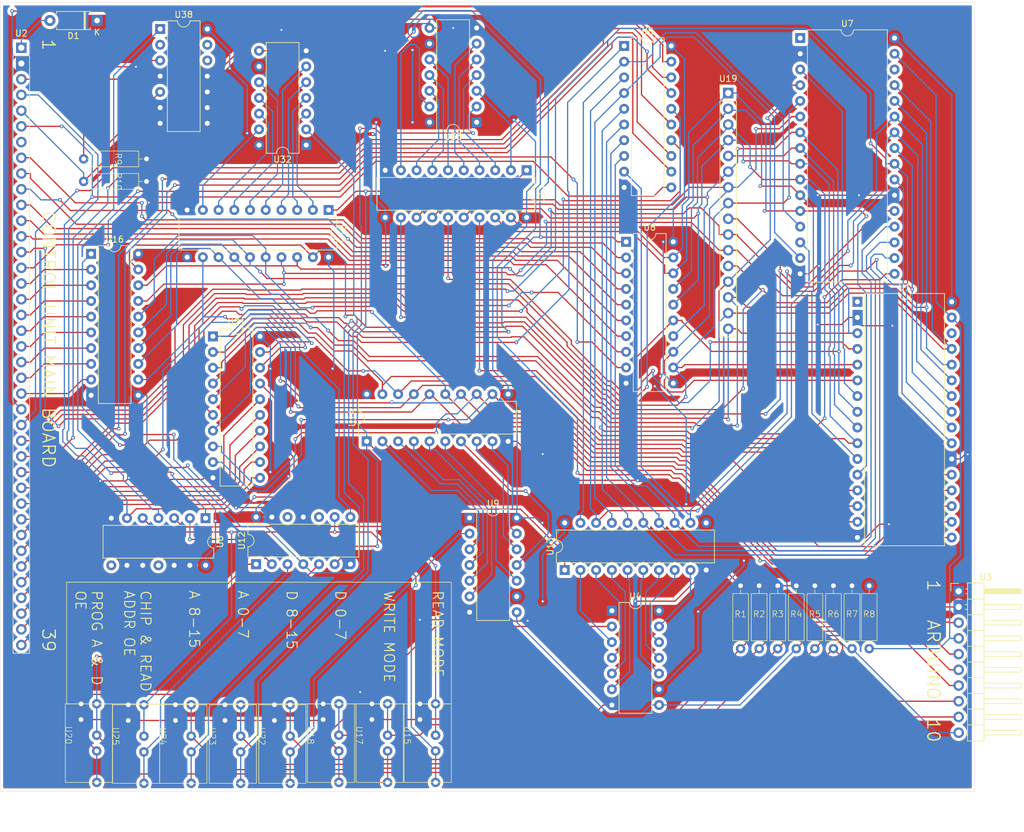
<source format=kicad_pcb>
(kicad_pcb (version 20240108) (generator "pcbnew") (generator_version "8.0")
  (layers (0 "F.Cu" signal) (31 "B.Cu" signal) (34 "B.Paste" user) (35 "F.Paste" user) (36 "B.SilkS" user "B.Silkscreen") (37 "F.SilkS" user "F.Silkscreen") (38 "B.Mask" user) (39 "F.Mask" user) (44 "Edge.Cuts" user))
  (net 0 "")
  (net 1 "Net-(D1-A)")
  (net 2 "Net-(D1-K)")
  (net 3 "Net-(U1-A16)")
  (net 4 "Net-(U17-IN)")
  (net 5 "Net-(U18-IN)")
  (net 6 "Net-(U22-IN)")
  (net 7 "Net-(U3-D_CLK)")
  (net 8 "Net-(U23-IN)")
  (net 9 "Net-(U24-IN)")
  (net 10 "Net-(U3-A_CLK)")
  (net 11 "Net-(U1-WE#)")
  (net 12 "Net-(U2-CLK)")
  (net 13 "Net-(U2-Read)")
  (net 15 "Net-(U1-A8)")
  (net 16 "Net-(U1-A10)")
  (net 17 "Net-(U1-A15)")
  (net 18 "Net-(U1-A12)")
  (net 19 "Net-(U1-A11)")
  (net 20 "Net-(U1-A5)")
  (net 22 "Net-(U1-DQ3)")
  (net 23 "Net-(U1-DQ0)")
  (net 24 "Net-(U1-OE#)")
  (net 25 "Net-(U1-DQ6)")
  (net 26 "Net-(U1-A9)")
  (net 27 "Net-(U1-DQ7)")
  (net 28 "Net-(U1-A14)")
  (net 29 "Net-(U1-A1)")
  (net 30 "Net-(U1-DQ5)")
  (net 31 "Net-(U1-A13)")
  (net 32 "Net-(U1-A3)")
  (net 33 "Net-(U1-A7)")
  (net 34 "Net-(U1-DQ1)")
  (net 35 "Net-(U1-A2)")
  (net 36 "Net-(U1-DQ4)")
  (net 37 "Net-(U1-DQ2)")
  (net 38 "Net-(U1-A0)")
  (net 39 "Net-(U1-A6)")
  (net 40 "Net-(U1-A4)")
  (net 41 "Net-(U2-A4)")
  (net 42 "Net-(U2-D10)")
  (net 43 "Net-(U13-Q7)")
  (net 44 "Net-(U13-Q3)")
  (net 45 "Net-(U2-A1)")
  (net 46 "Net-(U2-D11)")
  (net 47 "Net-(U2-A2)")
  (net 48 "Net-(U13-Q5)")
  (net 49 "Net-(U2-A6)")
  (net 50 "Net-(U2-A0)")
  (net 51 "Net-(U2-A5)")
  (net 52 "Net-(U2-Read_enable)")
  (net 53 "Net-(U2-Done)")
  (net 54 "Net-(U2-A7)")
  (net 55 "Net-(U13-Q6)")
  (net 57 "Net-(U16-D6)")
  (net 58 "Net-(U13-Q2)")
  (net 59 "Net-(U2-D7)")
  (net 60 "Net-(U2-D15)")
  (net 61 "Net-(U2-D3)")
  (net 62 "Net-(U16-D1)")
  (net 63 "Net-(U2-D5)")
  (net 64 "Net-(U13-Q1)")
  (net 65 "Net-(U13-Q4)")
  (net 66 "Net-(U13-Q0)")
  (net 67 "Net-(U2-A3)")
  (net 68 "Net-(U13-D7)")
  (net 69 "Net-(U13-D0)")
  (net 70 "Net-(U13-D6)")
  (net 71 "Net-(U13-D5)")
  (net 72 "Net-(U18-OUT)")
  (net 73 "Net-(U13-D3)")
  (net 74 "Net-(U13-D1)")
  (net 75 "Net-(U13-D4)")
  (net 76 "Net-(U13-D2)")
  (net 78 "Net-(U2-D9)")
  (net 79 "Net-(U15-IN)")
  (net 80 "Net-(U12-O0)")
  (net 81 "Net-(U38-0Q)")
  (net 85 "Net-(U14-D5)")
  (net 86 "Net-(U14-D7)")
  (net 87 "Net-(U14-D4)")
  (net 88 "Net-(U14-D1)")
  (net 89 "Net-(U14-D0)")
  (net 90 "Net-(U14-D2)")
  (net 91 "Net-(U14-D6)")
  (net 92 "Net-(U14-D3)")
  (net 93 "Net-(U22-OUT)")
  (net 94 "Net-(U10-D0)")
  (net 95 "Net-(U10-D2)")
  (net 96 "Net-(U10-D6)")
  (net 97 "Net-(U10-D3)")
  (net 98 "Net-(U10-D5)")
  (net 99 "Net-(U10-D7)")
  (net 100 "Net-(U10-OE#)")
  (net 101 "Net-(U10-D4)")
  (net 102 "Net-(U10-D1)")
  (net 103 "Net-(U11-D7)")
  (net 104 "Net-(U11-D4)")
  (net 105 "Net-(U11-D3)")
  (net 106 "Net-(U11-D5)")
  (net 107 "Net-(U11-D2)")
  (net 108 "Net-(U11-D6)")
  (net 109 "Net-(U11-D1)")
  (net 110 "Net-(U11-D0)")
  (net 111 "Net-(U2-D6)")
  (net 112 "Net-(U12-I2)")
  (net 114 "Net-(U12-I0)")
  (net 115 "Net-(U12-I1)")
  (net 117 "Net-(U23-OUT)")
  (net 118 "Net-(U24-OUT)")
  (net 122 "Net-(U2-D14)")
  (net 123 "Net-(U16-D5)")
  (net 124 "Net-(U2-D2)")
  (net 125 "Net-(U16-D3)")
  (net 126 "Net-(U2-D12)")
  (net 127 "Net-(U16-D0)")
  (net 128 "Net-(U16-D2)")
  (net 129 "Net-(U16-D7)")
  (net 130 "Net-(U16-D4)")
  (net 131 "Net-(U2-D1)")
  (net 132 "Net-(U2-D4)")
  (net 133 "Net-(U2-D13)")
  (net 134 "Net-(U2-D8)")
  (net 135 "Net-(U2-D0)")
  (net 136 "Net-(U12-03)")
  (net 137 "Net-(U12-I3)")
  (footprint "custom_footprint_library:jumper" (layer "F.Cu") (at 95.2873 149.7022 -90)
    (property "Reference" "U23")
    (property "Value" "~")
  )
  (footprint "Connector_PinHeader_2.54mm:PinHeader_1x10_P2.54mm_Horizontal" (layer "F.Cu") (at 216.3973 126.2772)
    (property "Reference" "U3")
    (property "Value" "~")
  )
  (footprint "Package_DIP:DIP-20_W7.62mm" (layer "F.Cu") (at 120.7323 102.0522 90)
    (property "Reference" "U14")
    (property "Value" "~")
  )
  (footprint "custom_footprint_library:0.4_pitch_resistor" (layer "F.Cu") (at 196.1573 130.4722)
    (property "Reference" "R6")
    (property "Value" "10k")
  )
  (footprint "Package_DIP:DIP-14_W7.62mm" (layer "F.Cu") (at 160.3573 129.4272)
    (property "Reference" "U4")
    (property "Value" "~")
  )
  (footprint "custom_footprint_library:0.4_pitch_resistor" (layer "F.Cu") (at 201.9373 130.4722)
    (property "Reference" "R8")
    (property "Value" "10k")
  )
  (footprint "Package_DIP:DIP-32_W15.24mm" (layer "F.Cu") (at 190.7923 36.8822)
    (property "Reference" "U7")
    (property "Value" "~")
  )
  (footprint "custom_footprint_library:0.4_pitch_resistor" (layer "F.Cu") (at 80.0773 60.0522 -90)
    (property "Reference" "R10")
    (property "Value" "10k")
  )
  (footprint "Package_DIP:DIP-20_W7.62mm" (layer "F.Cu") (at 76.2 71.755)
    (property "Reference" "U16")
    (property "Value" "~")
  )
  (footprint "custom_footprint_library:0.4_pitch_resistor" (layer "F.Cu") (at 193.1573 130.4722)
    (property "Reference" "R5")
    (property "Value" "10k")
  )
  (footprint "custom_footprint_library:0.4_pitch_resistor" (layer "F.Cu") (at 187.1573 130.4722)
    (property "Reference" "R3")
    (property "Value" "10k")
  )
  (footprint "Package_DIP:DIP-32_W15.24mm" (layer "F.Cu") (at 200.0323 79.5022)
    (property "Reference" "U1")
    (property "Value" "~")
  )
  (footprint "custom_footprint_library:jumper" (layer "F.Cu") (at 103.2873 149.7022 -90)
    (property "Reference" "U22")
    (property "Value" "~")
  )
  (footprint "custom_footprint_library:jumper" (layer "F.Cu") (at 119.0273 149.5522 -90)
    (property "Reference" "U17")
    (property "Value" "~")
  )
  (footprint "Package_DIP:DIP-14_W7.62mm" (layer "F.Cu") (at 94.6973 114.4722 -90)
    (property "Reference" "U6")
    (property "Value" "~")
  )
  (footprint "Package_DIP:DIP-14_W7.62mm" (layer "F.Cu") (at 110.9573 54.1772 180)
    (property "Reference" "U32")
    (property "Value" "~")
  )
  (footprint "custom_footprint_library:0.4_pitch_resistor" (layer "F.Cu") (at 80.0773 56.4122 -90)
    (property "Reference" "R9")
    (property "Value" "10k")
  )
  (footprint "Package_DIP:DIP-20_W7.62mm" (layer "F.Cu") (at 152.7323 122.8522 90)
    (property "Reference" "U13")
    (property "Value" "~")
  )
  (footprint "Package_DIP:DIP-20_W7.62mm" (layer "F.Cu") (at 114.5773 64.6772 -90)
    (property "Reference" "U10")
    (property "Value" "~")
  )
  (footprint "custom_footprint_library:jumper" (layer "F.Cu") (at 111.1573 149.5522 -90)
    (property "Reference" "U18")
    (property "Value" "~")
  )
  (footprint "custom_footprint_library:0.4_pitch_resistor" (layer "F.Cu") (at 199.1573 130.4722)
    (property "Reference" "R7")
    (property "Value" "10k")
  )
  (footprint "Package_DIP:DIP-14_W7.62mm" (layer "F.Cu") (at 138.5023 50.4922 180)
    (property "Reference" "U33")
    (property "Value" "~")
  )
  (footprint "Package_DIP:DIP-20_W7.62mm" (layer "F.Cu") (at 162.3373 38.1572)
    (property "Reference" "U5")
    (property "Value" "~")
  )
  (footprint "Package_DIP:DIP-14_W7.62mm" (layer "F.Cu") (at 87.3573 35.4272)
    (property "Reference" "U38")
    (property "Value" "~")
  )
  (footprint "Connector_PinHeader_2.54mm:PinHeader_1x16_P2.54mm_Vertical" (layer "F.Cu") (at 179.1573 45.7722)
    (property "Reference" "U19")
    (property "Value" "~")
  )
  (footprint "Package_DIP:DIP-20_W7.62mm" (layer "F.Cu") (at 162.6573 69.8122)
    (property "Reference" "U8")
    (property "Value" "~")
  )
  (footprint "Connector_PinHeader_2.54mm:PinHeader_1x39_P2.54mm_Vertical" (layer "F.Cu") (at 64.9223 38.4522)
    (property "Reference" "U2")
    (property "Value" "~")
  )
  (footprint "Package_DIP:DIP-20_W7.62mm" (layer "F.Cu") (at 95.885 85.09)
    (property "Reference" "U21")
    (property "Value" "~")
  )
  (footprint "Package_DIP:DIP-20_W7.62mm" (layer "F.Cu") (at 146.5823 58.2522 -90)
    (property "Reference" "U11")
    (property "Value" "~")
  )
  (footprint "Package_DIP:DIP-14_W7.62mm" (layer "F.Cu") (at 102.865 121.91 90)
    (property "Reference" "U12")
    (property "Value" "~")
  )
  (footprint "custom_footprint_library:jumper" (layer "F.Cu") (at 87.2873 149.7022 -90)
    (property "Reference" "U24")
    (property "Value" "~")
  )
  (footprint "custom_footprint_library:jumper" (layer "F.Cu") (at 79.6573 149.7022 -90)
    (property "Reference" "U25")
    (property "Value" "~")
  )
  (footprint "Package_DIP:DIP-14_W7.62mm" (layer "F.Cu") (at 137.3573 114.4272)
    (property "Reference" "U9")
    (property "Value" "~")
  )
  (footprint "custom_footprint_library:0.4_pitch_resistor" (layer "F.Cu") (at 181.1573 130.4722)
    (property "Reference" "R1")
    (property "Value" "10k")
  )
  (footprint "Diode_THT:D_A-405_P7.62mm_Horizontal" (layer "F.Cu") (at 77.1573 34.0522 180)
    (property "Reference" "D1")
    (property "Value" "D")
  )
  (footprint "custom_footprint_library:0.4_pitch_resistor" (layer "F.Cu") (at 190.1573 130.4722)
    (property "Reference" "R4")
    (property "Value" "10k")
  )
  (footprint "custom_footprint_library:0.4_pitch_resistor" (layer "F.Cu") (at 184.1573 130.4722)
    (property "Reference" "R2")
    (property "Value" "10k")
  )
  (footprint "custom_footprint_library:jumper" (layer "F.Cu") (at 72.0273 149.5522 -90)
    (property "Reference" "U20")
    (property "Value" "~")
  )
  (footprint "custom_footprint_library:jumper" (layer "F.Cu") (at 126.7873 149.5522 -90)
    (property "Reference" "U15")
    (property "Value" "~")
  )
  (gr_rect (start 61.5 31.115) (end 219 158.615) (stroke (width 0.05)) (fill none) (layer "Edge.Cuts"))
  (gr_text "1                 CONTROL UNIT MAIN BOARD                 39" (at 68.15725 86.55225 270) (layer "F.SilkS") (effects (font (size 2 2) (thickness 0.2)) (justify bottom)))
  (gr_text "1   ARDUINO  10" (at 211.15725 137.55225 270) (layer "F.SilkS") (effects (font (size 2 2) (thickness 0.2)) (justify bottom)))
  (gr_text_box "READ MODE\n\n\nWRITE MODE\n\n\nD 0-7\n\n\nD 8-15\n\n\nA 0-7\n\n\nA 8-15\n\n\nCHIP & READ\nADDR OE\n\nPROG A & D OE" (start 134.40725 124.82225) (end 72.23725 144.47225) (angle 270) (layer "F.SilkS") (effects (font (size 1.63 1.63) (thickness 0.163)) (justify left top)) (border yes) (stroke (width 0.1)))
  (segment (start 68.0356 34.0522) (end 65.0873 37.0005) (width 0.2) (layer "B.Cu") (net 1))
  (segment (start 69.5373 34.0522) (end 68.0356 34.0522) (width 0.2) (layer "B.Cu") (net 1))
  (segment (start 65.0873 37.0005) (end 64.9223 37.0005) (width 0.2) (layer "B.Cu") (net 1))
  (segment (start 64.9223 38.4522) (end 64.9223 37.0005) (width 0.2) (layer "B.Cu") (net 1))
  (segment (start 123.6135 73.5127) (end 123.8136 73.7128) (width 0.2) (layer "F.Cu") (net 2))
  (segment (start 93.5756 35.4272) (end 92.1739 34.0255) (width 0.2) (layer "F.Cu") (net 2))
  (segment (start 96.9243 114.29) (end 96.3017 114.9126) (width 0.2) (layer "F.Cu") (net 2))
  (segment (start 138.5023 50.4922) (end 139.904 50.4922) (width 0.2) (layer "F.Cu") (net 2))
  (segment (start 120.7323 94.4322) (end 119.3306 94.4322) (width 0.2) (layer "F.Cu") (net 2))
  (segment (start 175.5923 113.3605) (end 175.5923 115.2322) (width 0.2) (layer "F.Cu") (net 2))
  (segment (start 169.9573 38.1572) (end 171.359 38.1572) (width 0.2) (layer "F.Cu") (net 2))
  (segment (start 114.5773 72.2972) (end 115.979 72.2972) (width 0.2) (layer "F.Cu") (net 2))
  (segment (start 149.1773 127.9171) (end 148.3874 127.1272) (width 0.2) (layer "F.Cu") (net 2))
  (segment (start 159.6565 129.4272) (end 158.9556 129.4272) (width 0.2) (layer "F.Cu") (net 2))
  (segment (start 114.1475 52.3887) (end 112.359 54.1772) (width 0.2) (layer "F.Cu") (net 2))
  (segment (start 174.0357 35.4805) (end 203.2289 35.4805) (width 0.2) (layer "F.Cu") (net 2))
  (segment (start 165.8185 129.5734) (end 174.3005 129.5734) (width 0.2) (layer "F.Cu") (net 2))
  (segment (start 175.5923 115.2322) (end 175.5923 116.6339) (width 0.2) (layer "F.Cu") (net 2))
  (segment (start 199.598 123.0529) (end 201.9373 125.3922) (width 0.2) (layer "F.Cu") (net 2))
  (segment (start 148.3874 127.1272) (end 144.9773 127.1272) (width 0.2) (layer "F.Cu") (net 2))
  (segment (start 101.4633 114.29) (end 96.9243 114.29) (width 0.2) (layer "F.Cu") (net 2))
  (segment (start 103.3373 41.4772) (end 101.9356 41.4772) (width 0.2) (layer "F.Cu") (net 2))
  (segment (start 170.2773 69.8122) (end 168.8756 69.8122) (width 0.2) (layer "F.Cu") (net 2))
  (segment (start 206.0323 36.8822) (end 204.6306 36.8822) (width 0.2) (layer "F.Cu") (net 2))
  (segment (start 83.82 71.755) (end 89.7734 71.755) (width 0.2) (layer "F.Cu") (net 2))
  (segment (start 167.2952 92.3968) (end 168.1857 91.5063) (width 0.2) (layer "F.Cu") (net 2))
  (segment (start 94.9773 35.4272) (end 93.5756 35.4272) (width 0.2) (layer "F.Cu") (net 2))
  (segment (start 165.6723 129.4272) (end 165.8185 129.5734) (width 0.2) (layer "F.Cu") (net 2))
  (segment (start 129.4806 37.7922) (end 128.4497 38.8231) (width 0.2) (layer "F.Cu") (net 2))
  (segment (start 144.0939 50.4922) (end 139.904 50.4922) (width 0.2) (layer "F.Cu") (net 2))
  (segment (start 128.4497 38.8231) (end 128.1358 38.8231) (width 0.2) (layer "F.Cu") (net 2))
  (segment (start 101.6199 41.7929) (end 101.9356 41.4772) (width 0.2) (layer "F.Cu") (net 2))
  (segment (start 181.6956 121.3355) (end 183.413 123.0529) (width 0.2) (layer "F.Cu") (net 2))
  (segment (start 128.1358 50.4922) (end 122.2662 50.4922) (width 0.2) (layer "F.Cu") (net 2))
  (segment (start 176.994 116.6339) (end 181.6956 121.3355) (width 0.2) (layer "F.Cu") (net 2))
  (segment (start 202.8223 126.2772) (end 201.9373 125.3922) (width 0.2) (layer "F.Cu") (net 2))
  (segment (start 183.413 123.0529) (end 199.598 123.0529) (width 0.2) (layer "F.Cu") (net 2))
  (segment (start 152.7323 115.2322) (end 149.1146 115.2322) (width 0.2) (layer "F.Cu") (net 2))
  (segment (start 158.9556 129.4272) (end 157.4455 127.9171) (width 0.2) (layer "F.Cu") (net 2))
  (segment (start 105.1688 90.3166) (end 115.215 90.3166) (width 0.2) (layer "F.Cu") (net 2))
  (segment (start 110.9573 54.1772) (end 103.3373 54.1772) (width 0.2) (layer "F.Cu") (net 2))
  (segment (start 167.2952 93.1663) (end 167.2952 92.3968) (width 0.2) (layer "F.Cu") (net 2))
  (segment (start 110.9573 54.1772) (end 112.359 54.1772) (width 0.2) (layer "F.Cu") (net 2))
  (segment (start 168.8756 69.8122) (end 168.6607 69.8122) (width 0.2) (layer "F.Cu") (net 2))
  (segment (start 174.4453 112.2135) (end 175.5923 113.3605) (width 0.2) (layer "F.Cu") (net 2))
  (segment (start 171.359 38.1572) (end 174.0357 35.4805) (width 0.2) (layer "F.Cu") (net 2))
  (segment (start 137.3573 114.4272) (end 144.9773 114.4272) (width 0.2) (layer "F.Cu") (net 2))
  (segment (start 105.847 107.6909) (end 105.1688 107.0127) (width 0.2) (layer "F.Cu") (net 2))
  (segment (start 172.3662 112.2135) (end 174.4453 112.2135) (width 0.2) (layer "F.Cu") (net 2))
  (segment (start 101.9356 52.7755) (end 101.4173 52.2572) (width 0.2) (layer "F.Cu") (net 2))
  (segment (start 103.3373 54.1772) (end 101.9356 54.1772) (width 0.2) (layer "F.Cu") (net 2))
  (segment (start 92.1739 34.0255) (end 78.6857 34.0255) (width 0.2) (layer "F.Cu") (net 2))
  (segment (start 157.4455 127.9171) (end 149.1773 127.9171) (width 0.2) (layer "F.Cu") (net 2))
  (segment (start 98.5938 41.7929) (end 101.6199 41.7929) (width 0.2) (layer "F.Cu") (net 2))
  (segment (start 101.9356 54.1772) (end 101.9356 52.7755) (width 0.2) (layer "F.Cu") (net 2))
  (segment (start 144.4942 50.0919) (end 144.0939 50.4922) (width 0.2) (layer "F.Cu") (net 2))
  (segment (start 91.7173 72.2972) (end 90.3156 72.2972) (width 0.2) (layer "F.Cu") (net 2))
  (segment (start 130.8823 50.4922) (end 138.5023 50.4922) (width 0.2) (layer "F.Cu") (net 2))
  (segment (start 102.865 114.29) (end 101.4633 114.29) (width 0.2) (layer "F.Cu") (net 2))
  (segment (start 108.0811 107.6909) (end 105.847 107.6909) (width 0.2) (layer "F.Cu") (net 2))
  (segment (start 117.1945 73.5127) (end 123.6135 73.5127) (width 0.2) (layer "F.Cu") (net 2))
  (segment (start 77.1573 34.0522) (end 78.659 34.0522) (width 0.2) (layer "F.Cu") (net 2))
  (segment (start 115.979 72.2972) (end 117.1945 73.5127) (width 0.2) (layer "F.Cu") (net 2))
  (segment (start 160.3573 129.4272) (end 165.6723 129.4272) (width 0.2) (layer "F.Cu") (net 2))
  (segment (start 89.7734 71.755) (end 90.3156 72.2972) (width 0.2) (layer "F.Cu") (net 2))
  (segment (start 121.7304 52.3887) (end 114.1475 52.3887) (width 0.2) (layer "F.Cu") (net 2))
  (segment (start 130.8823 50.4922) (end 128.1358 50.4922) (width 0.2) (layer "F.Cu") (net 2))
  (segment (start 78.6857 34.0255) (end 78.659 34.0522) (width 0.2) (layer "F.Cu") (net 2))
  (segment (start 159.6565 129.4272) (end 160.3573 129.4272) (width 0.2) (layer "F.Cu") (net 2))
  (segment (start 203.2289 35.4805) (end 204.6306 36.8822) (width 0.2) (layer "F.Cu") (net 2))
  (segment (start 175.5923 116.6339) (end 176.994 116.6339) (width 0.2) (layer "F.Cu") (net 2))
  (segment (start 165.6723 129.4272) (end 167.9773 129.4272) (width 0.2) (layer "F.Cu") (net 2))
  (segment (start 216.3973 126.2772) (end 202.8223 126.2772) (width 0.2) (layer "F.Cu") (net 2))
  (segment (start 115.215 90.3166) (end 119.3306 94.4322) (width 0.2) (layer "F.Cu") (net 2))
  (segment (start 130.8823 37.7922) (end 129.4806 37.7922) (width 0.2) (layer "F.Cu") (net 2))
  (via (at 167.2952 93.1663) (size 0.6) (drill 0.3) (layers "F.Cu" "B.Cu") (net 2))
  (via (at 128.1358 38.8231) (size 0.6) (drill 0.3) (layers "F.Cu" "B.Cu") (net 2))
  (via (at 115.215 90.3166) (size 0.6) (drill 0.3) (layers "F.Cu" "B.Cu") (net 2))
  (via (at 144.4942 50.0919) (size 0.6) (drill 0.3) (layers "F.Cu" "B.Cu") (net 2))
  (via (at 101.4173 52.2572) (size 0.6) (drill 0.3) (layers "F.Cu" "B.Cu") (net 2))
  (via (at 168.6607 69.8122) (size 0.6) (drill 0.3) (layers "F.Cu" "B.Cu") (net 2))
  (via (at 105.1688 107.0127) (size 0.6) (drill 0.3) (layers "F.Cu" "B.Cu") (net 2))
  (via (at 96.3017 114.9126) (size 0.6) (drill 0.3) (layers "F.Cu" "B.Cu") (net 2))
  (via (at 122.2662 50.4922) (size 0.6) (drill 0.3) (layers "F.Cu" "B.Cu") (net 2))
  (via (at 121.7304 52.3887) (size 0.6) (drill 0.3) (layers "F.Cu" "B.Cu") (net 2))
  (via (at 105.1688 90.3166) (size 0.6) (drill 0.3) (layers "F.Cu" "B.Cu") (net 2))
  (via (at 181.6956 121.3355) (size 0.6) (drill 0.3) (layers "F.Cu" "B.Cu") (net 2))
  (via (at 128.1358 50.4922) (size 0.6) (drill 0.3) (layers "F.Cu" "B.Cu") (net 2))
  (via (at 174.3005 129.5734) (size 0.6) (drill 0.3) (layers "F.Cu" "B.Cu") (net 2))
  (via (at 168.1857 91.5063) (size 0.6) (drill 0.3) (layers "F.Cu" "B.Cu") (net 2))
  (via (at 172.3662 112.2135) (size 0.6) (drill 0.3) (layers "F.Cu" "B.Cu") (net 2))
  (via (at 108.0811 107.6909) (size 0.6) (drill 0.3) (layers "F.Cu" "B.Cu") (net 2))
  (via (at 149.1146 115.2322) (size 0.6) (drill 0.3) (layers "F.Cu" "B.Cu") (net 2))
  (via (at 123.8136 73.7128) (size 0.6) (drill 0.3) (layers "F.Cu" "B.Cu") (net 2))
  (via (at 149.1773 127.9171) (size 0.6) (drill 0.3) (layers "F.Cu" "B.Cu") (net 2))
  (via (at 98.5938 41.7929) (size 0.6) (drill 0.3) (layers "F.Cu" "B.Cu") (net 2))
  (segment (start 181.6956 121.3355) (end 181.6956 122.1783) (width 0.2) (layer "B.Cu") (net 2))
  (segment (start 143.5923 94.4322) (end 143.5923 95.8339) (width 0.2) (layer "B.Cu") (net 2))
  (segment (start 172.3662 98.2373) (end 172.3662 112.2135) (width 0.2) (layer "B.Cu") (net 2))
  (segment (start 144.9773 114.4272) (end 146.379 114.4272) (width 0.2) (layer "B.Cu") (net 2))
  (segment (start 82.3859 93.1809) (end 83.82 94.615) (width 0.2) (layer "B.Cu") (net 2))
  (segment (start 96.3017 119.0861) (end 94.6973 120.6905) (width 0.2) (layer "B.Cu") (net 2))
  (segment (start 114.5773 72.2972) (end 114.5773 73.6989) (width 0.2) (layer "B.Cu") (net 2))
  (segment (start 96.3017 114.9126) (end 96.3017 113.0019) (width 0.2) (layer "B.Cu") (net 2))
  (segment (start 123.8136 67.3652) (end 123.8136 73.7128) (width 0.2) (layer "B.Cu") (net 2))
  (segment (start 168.6607 91.0556) (end 168.6607 69.8122) (width 0.2) (layer "B.Cu") (net 2))
  (segment (start 152.7323 116.7609) (end 152.7323 116.6339) (width 0.2) (layer "B.Cu") (net 2))
  (segment (start 148.0162 53.6139) (end 144.4942 50.0919) (width 0.2) (layer "B.Cu") (net 2))
  (segment (start 145.0354 97.277) (end 145.0354 112.9674) (width 0.2) (layer "B.Cu") (net 2))
  (segment (start 167.9773 142.1272) (end 174.3005 135.804) (width 0.2) (layer "B.Cu") (net 2))
  (segment (start 215.2723 46.1222) (end 215.2723 79.5022) (width 0.2) (layer "B.Cu") (net 2))
  (segment (start 83.82 71.755) (end 82.3859 73.1891) (width 0.2) (layer "B.Cu") (net 2))
  (segment (start 149.1773 120.3159) (end 152.7323 116.7609) (width 0.2) (layer "B.Cu") (net 2))
  (segment (start 172.084 62.565) (end 172.084 40.2839) (width 0.2) (layer "B.Cu") (net 2))
  (segment (start 148.3096 114.4272) (end 149.1146 115.2322) (width 0.2) (layer "B.Cu") (net 2))
  (segment (start 105.1688 90.3166) (end 105.1688 107.0127) (width 0.2) (layer "B.Cu") (net 2))
  (segment (start 108.0624 107.6909) (end 108.0811 107.6909) (width 0.2) (layer "B.Cu") (net 2))
  (segment (start 141.1097 72.7465) (end 141.1097 90.5479) (width 0.2) (layer "B.Cu") (net 2))
  (segment (start 141.1097 90.5479) (end 143.5923 93.0305) (width 0.2) (layer "B.Cu") (net 2))
  (segment (start 105.1688 86.7538) (end 105.1688 90.3166) (width 0.2) (layer "B.Cu") (net 2))
  (segment (start 96.3017 113.0019) (end 89.6982 106.3984) (width 0.2) (layer "B.Cu") (net 2))
  (segment (start 145.0354 112.9674) (end 144.9773 113.0255) (width 0.2) (layer "B.Cu") (net 2))
  (segment (start 170.2773 92.6722) (end 168.6607 91.0556) (width 0.2) (layer "B.Cu") (net 2))
  (segment (start 85.2218 94.615) (end 85.2217 94.615) (width 0.2) (layer "B.Cu") (net 2))
  (segment (start 98.5938 41.7929) (end 101.4173 44.6164) (width 0.2) (layer "B.Cu") (net 2))
  (segment (start 122.2662 52.3887) (end 121.7304 52.3887) (width 0.2) (layer "B.Cu") (net 2))
  (segment (start 172.084 40.2839) (end 169.9573 38.1572) (width 0.2) (layer "B.Cu") (net 2))
  (segment (start 115.4193 74.5409) (end 114.5773 73.6989) (width 0.2) (layer "B.Cu") (net 2))
  (segment (start 85.2218 102.0938) (end 85.2218 94.615) (width 0.2) (layer "B.Cu") (net 2))
  (segment (start 148.0162 60.2625) (end 148.0162 53.6139) (width 0.2) (layer "B.Cu") (net 2))
  (segment (start 101.4173 44.6164) (end 101.4173 52.2572) (width 0.2) (layer "B.Cu") (net 2))
  (segment (start 146.5823 65.3447) (end 146.5823 64.4705) (width 0.2) (layer "B.Cu") (net 2))
  (segment (start 123.7223 65.8722) (end 123.7223 64.4705) (width 0.2) (layer "B.Cu") (net 2))
  (segment (start 181.6956 122.1783) (end 174.3005 129.5734) (width 0.2) (layer "B.Cu") (net 2))
  (segment (start 206.0323 36.8822) (end 215.2723 46.1222) (width 0.2) (layer "B.Cu") (net 2))
  (segment (start 102.865 114.29) (end 102.865 112.8883) (width 0.2) (layer "B.Cu") (net 2))
  (segment (start 123.7223 64.4705) (end 122.2662 63.0144) (width 0.2) (layer "B.Cu") (net 2))
  (segment (start 123.7223 67.2739) (end 123.8136 67.3652) (width 0.2) (layer "B.Cu") (net 2))
  (segment (start 115.4193 90.1123) (end 115.4193 74.5409) (width 0.2) (layer "B.Cu") (net 2))
  (segment (start 152.7323 115.2322) (end 152.7323 116.6339) (width 0.2) (layer "B.Cu") (net 2))
  (segment (start 123.7223 65.8722) (end 123.7223 67.2739) (width 0.2) (layer "B.Cu") (net 2))
  (segment (start 128.1358 50.4922) (end 128.1358 38.8231) (width 0.2) (layer "B.Cu") (net 2))
  (segment (start 89.6982 106.3984) (end 89.5264 106.3984) (width 0.2) (layer "B.Cu") (net 2))
  (segment (start 146.379 114.4272) (end 148.3096 114.4272) (width 0.2) (layer "B.Cu") (net 2))
  (segment (start 167.2952 93.1663) (end 172.3662 98.2373) (width 0.2) (layer "B.Cu") (net 2))
  (segment (start 144.9773 114.4272) (end 144.9773 113.0255) (width 0.2) (layer "B.Cu") (net 2))
  (segment (start 89.5264 106.3984) (end 85.2218 102.0938) (width 0.2) (layer "B.Cu") (net 2))
  (segment (start 146.5823 67.2739) (end 141.1097 72.7465) (width 0.2) (layer "B.Cu") (net 2))
  (segment (start 174.3005 135.804) (end 174.3005 129.5734) (width 0.2) (layer "B.Cu") (net 2))
  (segment (start 83.82 94.615) (end 85.2217 94.615) (width 0.2) (layer "B.Cu") (net 2))
  (segment (start 82.3859 73.1891) (end 82.3859 93.1809) (width 0.2) (layer "B.Cu") (net 2))
  (segment (start 170.2773 64.3717) (end 172.084 62.565) (width 0.2) (layer "B.Cu") (net 2))
  (segment (start 149.1773 127.9171) (end 149.1773 120.3159) (width 0.2) (layer "B.Cu") (net 2))
  (segment (start 146.5823 64.4705) (end 146.5823 61.6964) (width 0.2) (layer "B.Cu") (net 2))
  (segment (start 122.2662 52.3887) (end 122.2662 50.4922) (width 0.2) (layer "B.Cu") (net 2))
  (segment (start 168.6607 91.0556) (end 168.21 91.5063) (width 0.2) (layer "B.Cu") (net 2))
  (segment (start 170.2773 69.8122) (end 170.2773 64.3717) (width 0.2) (layer "B.Cu") (net 2))
  (segment (start 94.9773 35.4272) (end 98.5938 39.0437) (width 0.2) (layer "B.Cu") (net 2))
  (segment (start 146.5823 61.6964) (end 148.0162 60.2625) (width 0.2) (layer "B.Cu") (net 2))
  (segment (start 96.3017 114.9126) (end 96.3017 119.0861) (width 0.2) (layer "B.Cu") (net 2))
  (segment (start 94.6973 122.0922) (end 94.6973 120.6905) (width 0.2) (layer "B.Cu") (net 2))
  (segment (start 98.5938 39.0437) (end 98.5938 41.7929) (width 0.2) (layer "B.Cu") (net 2))
  (segment (start 102.865 112.8883) (end 108.0624 107.6909) (width 0.2) (layer "B.Cu") (net 2))
  (segment (start 143.5923 94.4322) (end 143.5923 93.0305) (width 0.2) (layer "B.Cu") (net 2))
  (segment (start 146.5823 65.3447) (end 146.5823 65.8722) (width 0.2) (layer "B.Cu") (net 2))
  (segment (start 122.2662 63.0144) (end 122.2662 52.3887) (width 0.2) (layer "B.Cu") (net 2))
  (segment (start 168.21 91.5063) (end 168.1857 91.5063) (width 0.2) (layer "B.Cu") (net 2))
  (segment (start 143.5923 95.8339) (end 145.0354 97.277) (width 0.2) (layer "B.Cu") (net 2))
  (segment (start 146.5823 65.8722) (end 146.5823 67.2739) (width 0.2) (layer "B.Cu") (net 2))
  (segment (start 115.215 90.3166) (end 115.4193 90.1123) (width 0.2) (layer "B.Cu") (net 2))
  (segment (start 103.505 85.09) (end 105.1688 86.7538) (width 0.2) (layer "B.Cu") (net 2))
  (segment (start 110.9573 38.9372) (end 123.7223 38.9372) (width 0.2) (layer "F.Cu") (net 3))
  (segment (start 201.434 117.6022) (end 203.5853 115.4509) (width 0.2) (layer "F.Cu") (net 3))
  (segment (start 138.5023 35.2522) (end 134.7232 35.2522) (width 0.2) (layer "F.Cu") (net 3))
  (segment (start 153.4072 108.3488) (end 164.5368 108.3488) (width 0.2) (layer "F.Cu") (net 3))
  (segment (start 129.4126 146.9268) (end 129.4126 146.9269) (width 0.2) (layer "F.Cu") (net 3))
  (segment (start 106.9567 35.5726) (end 103.4906 35.5726) (width 0.2) (layer "F.Cu") (net 3))
  (segment (start 200.8327 83.3701) (end 205.6814 83.3701) (width 0.2) (layer "F.Cu") (net 3))
  (segment (start 156.696 146.9268) (end 129.4126 146.9268) (width 0.2) (layer "F.Cu") (net 3))
  (segment (start 158.9556 144.6672) (end 156.696 146.9268) (width 0.2) (layer "F.Cu") (net 3))
  (segment (start 82.0473 147.0122) (end 74.5673 147.0122) (width 0.2) (layer "F.Cu") (net 3))
  (segment (start 77.6696 108.4533) (end 81.8106 108.4533) (width 0.2) (layer "F.Cu") (net 3))
  (segment (start 89.8273 147.1622) (end 82.1973 147.1622) (width 0.2) (layer "F.Cu") (net 3))
  (segment (start 140.1932 131.1014) (end 146.675 131.1014) (width 0.2) (layer "F.Cu") (net 3))
  (segment (start 196.1573 125.3922) (end 193.1573 125.3922) (width 0.2) (layer "F.Cu") (net 3))
  (segment (start 135.9556 129.6672) (end 134.7359 130.8869) (width 0.2) (layer "F.Cu") (net 3))
  (segment (start 138.759 129.6672) (end 140.1932 131.1014) (width 0.2) (layer "F.Cu") (net 3))
  (segment (start 95.885 107.95) (end 94.4833 107.95) (width 0.2) (layer "F.Cu") (net 3))
  (segment (start 128.3488 35.8533) (end 125.2649 38.9372) (width 0.2) (layer "F.Cu") (net 3))
  (segment (start 200.2889 62.2822) (end 193.6231 62.2822) (width 0.2) (layer "F.Cu") (net 3))
  (segment (start 199.5048 82.0422) (end 198.6306 82.0422) (width 0.2) (layer "F.Cu") (net 3))
  (segment (start 187.1573 125.3922) (end 184.1573 125.3922) (width 0.2) (layer "F.Cu") (net 3))
  (segment (start 197.4891 83.1837) (end 193.6231 83.1837) (width 0.2) (layer "F.Cu") (net 3))
  (segment (start 103.4906 35.5726) (end 96.379 42.6842) (width 0.2) (layer "F.Cu") (net 3))
  (segment (start 82.3139 107.95) (end 82.5657 108.2018) (width 0.2) (layer "F.Cu") (net 3))
  (segment (start 178.6173 122.8522) (end 181.1573 125.3922) (width 0.2) (layer "F.Cu") (net 3))
  (segment (start 103.8695 112.7545) (end 99.6114 112.7545) (width 0.2) (layer "F.Cu") (net 3))
  (segment (start 85.5136 63.473) (end 89.1114 63.473) (width 0.2) (layer "F.Cu") (net 3))
  (segment (start 193.4741 73.7021) (end 193.8232 73.7021) (width 0.2) (layer "F.Cu") (net 3))
  (segment (start 64.9223 40.9922) (end 66.374 40.9922) (width 0.2) (layer "F.Cu") (net 3))
  (segment (start 81.8106 108.4533) (end 82.3139 107.95) (width 0.2) (layer "F.Cu") (net 3))
  (segment (start 89.6173 122.0922) (end 92.1573 122.0922) (width 0.2) (layer "F.Cu") (net 3))
  (segment (start 113.6973 144.4722) (end 115.5865 142.583) (width 0.2) (layer "F.Cu") (net 3))
  (segment (start 97.8273 147.1622) (end 105.8273 147.1622) (width 0.2) (layer "F.Cu") (net 3))
  (segment (start 143.5923 102.0522) (end 144.994 102.0522) (width 0.2) (layer "F.Cu") (net 3))
  (segment (start 175.5923 122.8522) (end 178.6173 122.8522) (width 0.2) (layer "F.Cu") (net 3))
  (segment (start 202.5823 128.8172) (end 199.1573 125.3922) (width 0.2) (layer "F.Cu") (net 3))
  (segment (start 82.5657 108.2018) (end 94.2315 108.2018) (width 0.2) (layer "F.Cu") (net 3))
  (segment (start 66.9046 41.5228) (end 66.374 40.9922) (width 0.2) (layer "F.Cu") (net 3))
  (segment (start 94.2315 108.2018) (end 94.4833 107.95) (width 0.2) (layer "F.Cu") (net 3))
  (segment (start 105.405 114.29) (end 103.8695 112.7545) (width 0.2) (layer "F.Cu") (net 3))
  (segment (start 198.6306 82.0422) (end 197.4891 83.1837) (width 0.2) (layer "F.Cu") (net 3))
  (segment (start 216.674 104.9022) (end 217.4175 104.1587) (width 0.2) (layer "F.Cu") (net 3))
  (segment (start 190.1573 125.3922) (end 187.1573 125.3922) (width 0.2) (layer "F.Cu") (net 3))
  (segment (start 81.9973 122.0922) (end 84.5373 122.0922) (width 0.2) (layer "F.Cu") (net 3))
  (segment (start 216.3973 128.8172) (end 202.5823 128.8172) (width 0.2) (layer "F.Cu") (net 3))
  (segment (start 137.3573 129.6672) (end 138.759 129.6672) (width 0.2) (layer "F.Cu") (net 3))
  (segment (start 160.3573 144.6672) (end 158.9556 144.6672) (width 0.2) (layer "F.Cu") (net 3))
  (segment (start 206.0323 62.2822) (end 200.2889 62.2822) (width 0.2) (layer "F.Cu") (net 3))
  (segment (start 136.6565 129.6672) (end 135.9556 129.6672) (width 0.2) (layer "F.Cu") (net 3))
  (segment (start 190.7923 74.9822) (end 192.194 74.9822) (width 0.2) (layer "F.Cu") (net 3))
  (segment (start 203.5853 115.4509) (end 205.1219 115.4509) (width 0.2) (layer "F.Cu") (net 3))
  (segment (start 83.4462 41.5228) (end 66.9046 41.5228) (width 0.2) (layer "F.Cu") (net 3))
  (segment (start 82.1973 147.1622) (end 82.0473 147.0122) (width 0.2) (layer "F.Cu") (net 3))
  (segment (start 149.1773 104.1189) (end 153.4072 108.3488) (width 0.2) (layer "F.Cu") (net 3))
  (segment (start 181.1573 125.3922) (end 184.1573 125.3922) (width 0.2) (layer "F.Cu") (net 3))
  (segment (start 115.5865 142.583) (end 119.6781 142.583) (width 0.2) (layer "F.Cu") (net 3))
  (segment (start 199.5048 82.0422) (end 200.8327 83.3701) (width 0.2) (layer "F.Cu") (net 3))
  (segment (start 144.994 102.0522) (end 147.0607 104.1189) (width 0.2) (layer "F.Cu") (net 3))
  (segment (start 94.9773 43.0472) (end 96.379 43.0472) (width 0.2) (layer "F.Cu") (net 3))
  (segment (start 136.6565 129.6672) (end 137.3573 129.6672) (width 0.2) (layer "F.Cu") (net 3))
  (segment (start 89.1114 63.473) (end 90.3156 64.6772) (width 0.2) (layer "F.Cu") (net 3))
  (segment (start 94.9773 43.0472) (end 87.3573 43.0472) (width 0.2) (layer "F.Cu") (net 3))
  (segment (start 175.5923 122.8522) (end 170.5648 127.8797) (width 0.2) (layer "F.Cu") (net 3))
  (segment (start 91.7173 64.6772) (end 90.3156 64.6772) (width 0.2) (layer "F.Cu") (net 3))
  (segment (start 121.5673 147.0122) (end 129.3273 147.0122) (width 0.2) (layer "F.Cu") (net 3))
  (segment (start 146.675 131.1014) (end 146.7334 131.043) (width 0.2) (layer "F.Cu") (net 3))
  (segment (start 192.194 74.9822) (end 193.4741 73.7021) (width 0.2) (layer "F.Cu") (net 3))
  (segment (start 87.3573 50.6672) (end 94.9773 50.6672) (width 0.2) (layer "F.Cu") (net 3))
  (segment (start 217.4175 104.1587) (end 217.849 104.1587) (width 0.2) (layer "F.Cu") (net 3))
  (segment (start 129.4126 146.9269) (end 129.3273 147.0122) (width 0.2) (layer "F.Cu") (net 3))
  (segment (start 193.1573 125.3922) (end 190.1573 125.3922) (width 0.2) (layer "F.Cu") (net 3))
  (segment (start 89.8273 147.1622) (end 97.8273 147.1622) (width 0.2) (layer "F.Cu") (net 3))
  (segment (start 200.0323 82.0422) (end 199.5048 82.0422) (width 0.2) (layer "F.Cu") (net 3))
  (segment (start 199.1573 125.3922) (end 196.1573 125.3922) (width 0.2) (layer "F.Cu") (net 3))
  (segment (start 147.0607 104.1189) (end 149.1773 104.1189) (width 0.2) (layer "F.Cu") (net 3))
  (segment (start 134.7359 130.8869) (end 129.3273 130.8869) (width 0.2) (layer "F.Cu") (net 3))
  (segment (start 215.2723 104.9022) (end 216.674 104.9022) (width 0.2) (layer "F.Cu") (net 3))
  (segment (start 96.379 42.6842) (end 96.379 43.0472) (width 0.2) (layer "F.Cu") (net 3))
  (segment (start 170.5648 127.8797) (end 164.1368 127.8797) (width 0.2) (layer "F.Cu") (net 3))
  (segment (start 105.8273 147.1622) (end 113.5473 147.1622) (width 0.2) (layer "F.Cu") (net 3))
  (segment (start 125.2649 38.9372) (end 123.7223 38.9372) (width 0.2) (layer "F.Cu") (net 3))
  (segment (start 113.5473 147.1622) (end 113.6973 147.0122) (width 0.2) (layer "F.Cu") (net 3))
  (segment (start 200.0323 117.6022) (end 201.434 117.6022) (width 0.2) (layer "F.Cu") (net 3))
  (via (at 149.1773 104.1189) (size 0.6) (drill 0.3) (layers "F.Cu" "B.Cu") (net 3))
  (via (at 134.7232 35.2522) (size 0.6) (drill 0.3) (layers "F.Cu" "B.Cu") (net 3))
  (via (at 128.3488 35.8533) (size 0.6) (drill 0.3) (layers "F.Cu" "B.Cu") (net 3))
  (via (at 119.6781 142.583) (size 0.6) (drill 0.3) (layers "F.Cu" "B.Cu") (net 3))
  (via (at 200.2889 62.2822) (size 0.6) (drill 0.3) (layers "F.Cu" "B.Cu") (net 3))
  (via (at 164.5368 108.3488) (size 0.6) (drill 0.3) (layers "F.Cu" "B.Cu") (net 3))
  (via (at 146.7334 131.043) (size 0.6) (drill 0.3) (layers "F.Cu" "B.Cu") (net 3))
  (via (at 193.8232 73.7021) (size 0.6) (drill 0.3) (layers "F.Cu" "B.Cu") (net 3))
  (via (at 193.6231 83.1837) (size 0.6) (drill 0.3) (layers "F.Cu" "B.Cu") (net 3))
  (via (at 83.4462 41.5228) (size 0.6) (drill 0.3) (layers "F.Cu" "B.Cu") (net 3))
  (via (at 217.849 104.1587) (size 0.6) (drill 0.3) (layers "F.Cu" "B.Cu") (net 3))
  (via (at 77.6696 108.4533) (size 0.6) (drill 0.3) (layers "F.Cu" "B.Cu") (net 3))
  (via (at 106.9567 35.5726) (size 0.6) (drill 0.3) (layers "F.Cu" "B.Cu") (net 3))
  (via (at 82.3139 107.95) (size 0.6) (drill 0.3) (layers "F.Cu" "B.Cu") (net 3))
  (via (at 99.6114 112.7545) (size 0.6) (drill 0.3) (layers "F.Cu" "B.Cu") (net 3))
  (via (at 129.3273 130.8869) (size 0.6) (drill 0.3) (layers "F.Cu" "B.Cu") (net 3))
  (via (at 85.5136 63.473) (size 0.6) (drill 0.3) (layers "F.Cu" "B.Cu") (net 3))
  (via (at 205.6814 83.3701) (size 0.6) (drill 0.3) (layers "F.Cu" "B.Cu") (net 3))
  (via (at 164.1368 127.8797) (size 0.6) (drill 0.3) (layers "F.Cu" "B.Cu") (net 3))
  (via (at 123.7223 38.9372) (size 0.6) (drill 0.3) (layers "F.Cu" "B.Cu") (net 3))
  (via (at 205.1219 115.4509) (size 0.6) (drill 0.3) (layers "F.Cu" "B.Cu") (net 3))
  (via (at 193.6231 62.2822) (size 0.6) (drill 0.3) (layers "F.Cu" "B.Cu") (net 3))
  (segment (start 94.9773 50.6672) (end 94.9773 48.1272) (width 0.2) (layer "B.Cu") (net 3))
  (segment (start 77.6696 111.2828) (end 77.6696 108.4533) (width 0.2) (layer "B.Cu") (net 3))
  (segment (start 84.9706 43.0472) (end 83.4462 41.5228) (width 0.2) (layer "B.Cu") (net 3))
  (segment (start 106.8272 115.7122) (end 105.405 114.29) (width 0.2) (layer "B.Cu") (net 3))
  (segment (start 79.5791 91.2359) (end 76.2 94.615) (width 0.2) (layer "B.Cu") (net 3))
  (segment (start 216.3973 128.8172) (end 217.849 128.8172) (width 0.2) (layer "B.Cu") (net 3))
  (segment (start 162.6573 106.4693) (end 164.5368 108.3488) (width 0.2) (layer "B.Cu") (net 3))
  (segment (start 84.5373 123.4939) (end 85.3067 124.2632) (width 0.2) (layer "B.Cu") (net 3))
  (segment (start 132.6062 33.1352) (end 134.7232 35.2522) (width 0.2) (layer "B.Cu") (net 3))
  (segment (start 76.2 96.0167) (end 76.2 96.8814) (width 0.2) (layer "B.Cu") (net 3))
  (segment (start 89.6173 122.0922) (end 88.1471 123.5624) (width 0.2) (layer "B.Cu") (net 3))
  (segment (start 79.4573 113.0705) (end 77.6696 111.2828) (width 0.2) (layer "B.Cu") (net 3))
  (segment (start 150.7606 105.7022) (end 149.1773 104.1189) (width 0.2) (layer "B.Cu") (net 3))
  (segment (start 146.7334 131.043) (end 146.7334 121.7675) (width 0.2) (layer "B.Cu") (net 3))
  (segment (start 87.3573 54.2122) (end 87.3573 50.6672) (width 0.2) (layer "B.Cu") (net 3))
  (segment (start 193.6231 73.7021) (end 193.8232 73.7021) (width 0.2) (layer "B.Cu") (net 3))
  (segment (start 81.1899 101.628) (end 82.3139 102.752) (width 0.2) (layer "B.Cu") (net 3))
  (segment (start 95.885 107.95) (end 99.6114 111.6764) (width 0.2) (layer "B.Cu") (net 3))
  (segment (start 89.8273 144.6222) (end 89.8273 147.1622) (width 0.2) (layer "B.Cu") (net 3))
  (segment (start 85.3067 124.2632) (end 82.1973 127.3726) (width 0.2) (layer "B.Cu") (net 3))
  (segment (start 110.9573 38.9372) (end 109.5556 38.9372) (width 0.2) (layer "B.Cu") (net 3))
  (segment (start 76.2 96.8814) (end 80.9466 101.628) (width 0.2) (layer "B.Cu") (net 3))
  (segment (start 193.6231 73.7021) (end 193.6231 83.1837) (width 0.2) (layer "B.Cu") (net 3))
  (segment (start 85.3635 63.473) (end 85.3635 60.2584) (width 0.2) (layer "B.Cu") (net 3))
  (segment (start 99.6114 111.6764) (end 99.6114 112.7545) (width 0.2) (layer "B.Cu") (net 3))
  (segment (start 205.1219 115.4509) (end 205.1219 119.4276) (width 0.2) (layer "B.Cu") (net 3))
  (segment (start 85.1573 56.4122) (end 87.3573 54.2122) (width 0.2) (layer "B.Cu") (net 3))
  (segment (start 121.5673 144.4722) (end 121.5673 147.0122) (width 0.2) (layer "B.Cu") (net 3))
  (segment (start 85.3635 66.0619) (end 79.5791 71.8463) (width 0.2) (layer "B.Cu") (net 3))
  (segment (start 97.8273 144.6222) (end 97.8273 147.1622) (width 0.2) (layer "B.Cu") (net 3))
  (segment (start 85.3635 63.473) (end 85.3635 66.0619) (width 0.2) (layer "B.Cu") (net 3))
  (segment (start 110.485 114.29) (end 116.7033 120.5083) (width 0.2) (layer "B.Cu") (net 3))
  (segment (start 205.1219 119.4276) (end 199.1573 125.3922) (width 0.2) (layer "B.Cu") (net 3))
  (segment (start 217.849 128.8172) (end 217.849 104.1587) (width 0.2) (layer "B.Cu") (net 3))
  (segment (start 160.3573 144.6672) (end 164.1368 140.8877) (width 0.2) (layer "B.Cu") (net 3))
  (segment (start 130.1825 33.1352) (end 132.6062 33.1352) (width 0.2) (layer "B.Cu") (net 3))
  (segment (start 164.0622 91.2673) (end 162.6573 92.6722) (width 0.2) (layer "B.Cu") (net 3))
  (segment (start 94.9773 48.1272) (end 94.9773 45.5872) (width 0.2) (layer "B.Cu") (net 3))
  (segment (start 113.6973 144.4722) (end 113.6973 147.0122) (width 0.2) (layer "B.Cu") (net 3))
  (segment (start 79.5791 71.8463) (end 79.5791 91.2359) (width 0.2) (layer "B.Cu") (net 3))
  (segment (start 164.0622 64.1438) (end 164.0622 91.2673) (width 0.2) (layer "B.Cu") (net 3))
  (segment (start 82.1973 144.6222) (end 82.1973 147.1622) (width 0.2) (layer "B.Cu") (net 3))
  (segment (start 79.4573 118.1505) (end 79.4573 114.4722) (width 0.2) (layer "B.Cu") (net 3))
  (segment (start 82.3139 102.752) (end 82.3139 107.95) (width 0.2) (layer "B.Cu") (net 3))
  (segment (start 86.0075 123.5624) (end 85.3067 124.2632) (width 0.2) (layer "B.Cu") (net 3))
  (segment (start 109.5556 38.1715) (end 106.9567 35.5726) (width 0.2) (layer "B.Cu") (net 3))
  (segment (start 150.7606 117.7403) (end 150.7606 105.7022) (width 0.2) (layer "B.Cu") (net 3))
  (segment (start 81.9973 120.6905) (end 79.4573 118.1505) (width 0.2) (layer "B.Cu") (net 3))
  (segment (start 110.485 114.29) (end 109.0628 115.7122) (width 0.2) (layer "B.Cu") (net 3))
  (segment (start 74.5673 144.4722) (end 74.5673 147.0122) (width 0.2) (layer "B.Cu") (net 3))
  (segment (start 94.9773 45.5872) (end 94.9773 43.0472) (width 0.2) (layer "B.Cu") (net 3))
  (segment (start 162.6573 94.0739) (end 162.6573 106.4693) (width 0.2) (layer "B.Cu") (net 3))
  (segment (start 146.7334 121.7675) (end 150.7606 117.7403) (width 0.2) (layer "B.Cu") (net 3))
  (segment (start 85.3635 63.473) (end 85.5136 63.473) (width 0.2) (layer "B.Cu") (net 3))
  (segment (start 81.9973 122.0922) (end 81.9973 120.6905) (width 0.2) (layer "B.Cu") (net 3))
  (segment (start 129.3273 144.4722) (end 129.3273 147.0122) (width 0.2) (layer "B.Cu") (net 3))
  (segment (start 105.8273 144.6222) (end 105.8273 147.1622) (width 0.2) (layer "B.Cu") (net 3))
  (segment (start 79.4573 114.4722) (end 79.4573 113.0705) (width 0.2) (layer "B.Cu") (net 3))
  (segment (start 85.1573 56.4122) (end 85.1573 60.0522) (width 0.2) (layer "B.Cu") (net 3))
  (segment (start 84.5373 122.0922) (end 84.5373 123.4939) (width 0.2) (layer "B.Cu") (net 3))
  (segment (start 162.6573 92.6722) (end 162.6573 94.0739) (width 0.2) (layer "B.Cu") (net 3))
  (segment (start 87.3573 43.0472) (end 84.9706 43.0472) (width 0.2) (layer "B.Cu") (net 3))
  (segment (start 109.0628 115.7122) (end 106.8272 115.7122) (width 0.2) (layer "B.Cu") (net 3))
  (segment (start 128.3488 34.9689) (end 130.1825 33.1352) (width 0.2) (layer "B.Cu") (net 3))
  (segment (start 118.105 121.91) (end 118.105 120.5083) (width 0.2) (layer "B.Cu") (net 3))
  (segment (start 128.3488 35.8533) (end 128.3488 34.9689) (width 0.2) (layer "B.Cu") (net 3))
  (segment (start 85.3635 60.2584) (end 85.1573 60.0522) (width 0.2) (layer "B.Cu") (net 3))
  (segment (start 76.2 94.615) (end 76.2 96.0167) (width 0.2) (layer "B.Cu") (net 3))
  (segment (start 88.1471 123.5624) (end 86.0075 123.5624) (width 0.2) (layer "B.Cu") (net 3))
  (segment (start 119.6781 142.583) (end 121.5673 144.4722) (width 0.2) (layer "B.Cu") (net 3))
  (segment (start 80.9466 101.628) (end 81.1899 101.628) (width 0.2) (layer "B.Cu") (net 3))
  (segment (start 123.7223 58.2522) (end 123.7223 38.9372) (width 0.2) (layer "B.Cu") (net 3))
  (segment (start 193.6231 73.7021) (end 193.6231 62.2822) (width 0.2) (layer "B.Cu") (net 3))
  (segment (start 205.6814 83.3701) (end 205.6814 95.3113) (width 0.2) (layer "B.Cu") (net 3))
  (segment (start 205.6814 95.3113) (end 215.2723 104.9022) (width 0.2) (layer "B.Cu") (net 3))
  (segment (start 129.3273 130.8869) (end 129.3273 144.4722) (width 0.2) (layer "B.Cu") (net 3))
  (segment (start 200.2889 48.9188) (end 200.2889 62.2822) (width 0.2) (layer "B.Cu") (net 3))
  (segment (start 87.3573 48.1272) (end 87.3573 50.6672) (width 0.2) (layer "B.Cu") (net 3))
  (segment (start 162.3373 62.4189) (end 164.0622 64.1438) (width 0.2) (layer "B.Cu") (net 3))
  (segment (start 82.1973 127.3726) (end 82.1973 144.6222) (width 0.2) (layer "B.Cu") (net 3))
  (segment (start 190.7923 39.4222) (end 200.2889 48.9188) (width 0.2) (layer "B.Cu") (net 3))
  (segment (start 116.7033 120.5083) (end 118.105 120.5083) (width 0.2) (layer "B.Cu") (net 3))
  (segment (start 109.5556 38.9372) (end 109.5556 38.1715) (width 0.2) (layer "B.Cu") (net 3))
  (segment (start 164.1368 140.8877) (end 164.1368 127.8797) (width 0.2) (layer "B.Cu") (net 3))
  (segment (start 162.3373 61.0172) (end 162.3373 62.4189) (width 0.2) (layer "B.Cu") (net 3))
  (segment (start 129.3274 149.5522) (end 131.0411 147.8385) (width 0.2) (layer "F.Cu") (net 4))
  (segment (start 124.1073 149.5522) (end 129.3274 149.5522) (width 0.2) (layer "F.Cu") (net 4))
  (segment (start 131.0411 147.8385) (end 168.871 147.8385) (width 0.2) (layer "F.Cu") (net 4))
  (segment (start 168.871 147.8385) (end 181.1573 135.5522) (width 0.2) (layer "F.Cu") (net 4))
  (segment (start 214.8602 131.2718) (end 185.4377 131.2718) (width 0.2) (layer "F.Cu") (net 4))
  (segment (start 216.3973 131.3572) (end 214.9456 131.3572) (width 0.2) (layer "F.Cu") (net 4))
  (segment (start 185.4377 131.2718) (end 181.1573 135.5522) (width 0.2) (layer "F.Cu") (net 4))
  (segment (start 214.9456 131.3572) (end 214.8602 131.2718) (width 0.2) (layer "F.Cu") (net 4))
  (segment (start 124.1073 149.5522) (end 124.1073 144.4722) (width 0.2) (layer "B.Cu") (net 4))
  (segment (start 119.5283 149.5522) (end 116.2373 149.5522) (width 0.2) (layer "F.Cu") (net 5))
  (segment (start 210.5444 132.036) (end 187.6735 132.036) (width 0.2) (layer "F.Cu") (net 5))
  (segment (start 123.4453 153.4692) (end 119.5283 149.5522) (width 0.2) (layer "F.Cu") (net 5))
  (segment (start 166.2403 153.4692) (end 123.4453 153.4692) (width 0.2) (layer "F.Cu") (net 5))
  (segment (start 187.6735 132.036) (end 184.1573 135.5522) (width 0.2) (layer "F.Cu") (net 5))
  (segment (start 214.9456 136.4372) (end 210.5444 132.036) (width 0.2) (layer "F.Cu") (net 5))
  (segment (start 216.3973 136.4372) (end 214.9456 136.4372) (width 0.2) (layer "F.Cu") (net 5))
  (segment (start 184.1573 135.5522) (end 166.2403 153.4692) (width 0.2) (layer "F.Cu") (net 5))
  (segment (start 116.2373 149.5522) (end 116.2373 144.4722) (width 0.2) (layer "B.Cu") (net 5))
  (segment (start 189.9718 132.7377) (end 187.1573 135.5522) (width 0.2) (layer "F.Cu") (net 6))
  (segment (start 122.8045 154.1709) (end 168.5386 154.1709) (width 0.2) (layer "F.Cu") (net 6))
  (segment (start 216.3973 138.9772) (end 214.9456 138.9772) (width 0.2) (layer "F.Cu") (net 6))
  (segment (start 108.3673 149.7022) (end 112.1358 153.4707) (width 0.2) (layer "F.Cu") (net 6))
  (segment (start 112.1358 153.4707) (end 122.1043 153.4707) (width 0.2) (layer "F.Cu") (net 6))
  (segment (start 208.7061 132.7377) (end 189.9718 132.7377) (width 0.2) (layer "F.Cu") (net 6))
  (segment (start 214.9456 138.9772) (end 208.7061 132.7377) (width 0.2) (layer "F.Cu") (net 6))
  (segment (start 122.1043 153.4707) (end 122.8045 154.1709) (width 0.2) (layer "F.Cu") (net 6))
  (segment (start 168.5386 154.1709) (end 187.1573 135.5522) (width 0.2) (layer "F.Cu") (net 6))
  (segment (start 108.3673 149.7022) (end 108.3673 144.6222) (width 0.2) (layer "B.Cu") (net 6))
  (segment (start 216.3973 141.5172) (end 214.9456 141.5172) (width 0.2) (layer "F.Cu") (net 7))
  (segment (start 206.8678 133.4394) (end 192.2701 133.4394) (width 0.2) (layer "F.Cu") (net 7))
  (segment (start 214.9456 141.5172) (end 206.8678 133.4394) (width 0.2) (layer "F.Cu") (net 7))
  (segment (start 192.2701 133.4394) (end 190.1573 135.5522) (width 0.2) (layer "F.Cu") (net 7))
  (segment (start 167.9773 144.6672) (end 181.0423 144.6672) (width 0.2) (layer "B.Cu") (net 7))
  (segment (start 167.4498 144.6672) (end 166.5756 144.6672) (width 0.2) (layer "B.Cu") (net 7))
  (segment (start 181.0423 144.6672) (end 190.1573 135.5522) (width 0.2) (layer "B.Cu") (net 7))
  (segment (start 165.1564 146.0864) (end 166.5756 144.6672) (width 0.2) (layer "B.Cu") (net 7))
  (segment (start 144.9773 129.6672) (end 144.9773 131.2886) (width 0.2) (layer "B.Cu") (net 7))
  (segment (start 167.4498 144.6672) (end 167.9773 144.6672) (width 0.2) (layer "B.Cu") (net 7))
  (segment (start 144.9773 131.2886) (end 159.7751 146.0864) (width 0.2) (layer "B.Cu") (net 7))
  (segment (start 159.7751 146.0864) (end 165.1564 146.0864) (width 0.2) (layer "B.Cu") (net 7))
  (segment (start 196.7178 134.1411) (end 194.5684 134.1411) (width 0.2) (layer "F.Cu") (net 8))
  (segment (start 174.1277 154.1709) (end 171.994 154.1709) (width 0.2) (layer "F.Cu") (net 8))
  (segment (start 194.5684 134.1411) (end 193.1573 135.5522) (width 0.2) (layer "F.Cu") (net 8))
  (segment (start 104.9197 154.2531) (end 104.9197 154.2526) (width 0.2) (layer "F.Cu") (net 8))
  (segment (start 205.6942 144.0572) (end 197.6574 136.0204) (width 0.2) (layer "F.Cu") (net 8))
  (segment (start 121.8944 154.2531) (end 104.9197 154.2531) (width 0.2) (layer "F.Cu") (net 8))
  (segment (start 216.3973 144.0572) (end 205.6942 144.0572) (width 0.2) (layer "F.Cu") (net 8))
  (segment (start 104.9197 154.2526) (end 103.9709 153.3038) (width 0.2) (layer "F.Cu") (net 8))
  (segment (start 103.9709 153.3038) (end 103.9689 153.3038) (width 0.2) (layer "F.Cu") (net 8))
  (segment (start 171.2923 154.8726) (end 122.5139 154.8726) (width 0.2) (layer "F.Cu") (net 8))
  (segment (start 193.1573 135.5522) (end 174.3332 154.3763) (width 0.2) (layer "F.Cu") (net 8))
  (segment (start 197.6574 135.0807) (end 196.7178 134.1411) (width 0.2) (layer "F.Cu") (net 8))
  (segment (start 197.6574 136.0204) (end 197.6574 135.0807) (width 0.2) (layer "F.Cu") (net 8))
  (segment (start 122.5139 154.8726) (end 121.8944 154.2531) (width 0.2) (layer "F.Cu") (net 8))
  (segment (start 103.9689 153.3038) (end 100.3673 149.7022) (width 0.2) (layer "F.Cu") (net 8))
  (segment (start 171.994 154.1709) (end 171.2923 154.8726) (width 0.2) (layer "F.Cu") (net 8))
  (segment (start 174.3332 154.3763) (end 174.1277 154.1709) (width 0.2) (layer "F.Cu") (net 8))
  (segment (start 100.3673 149.7022) (end 100.3673 144.6222) (width 0.2) (layer "B.Cu") (net 8))
  (segment (start 196.1573 135.5522) (end 207.2023 146.5972) (width 0.2) (layer "F.Cu") (net 9))
  (segment (start 196.1573 135.5522) (end 176.1352 155.5743) (width 0.2) (layer "F.Cu") (net 9))
  (segment (start 122.2233 155.5743) (end 121.7558 155.1068) (width 0.2) (layer "F.Cu") (net 9))
  (segment (start 97.7719 155.1068) (end 92.3673 149.7022) (width 0.2) (layer "F.Cu") (net 9))
  (segment (start 121.7558 155.1068) (end 97.7719 155.1068) (width 0.2) (layer "F.Cu") (net 9))
  (segment (start 207.2023 146.5972) (end 216.3973 146.5972) (width 0.2) (layer "F.Cu") (net 9))
  (segment (start 176.1352 155.5743) (end 122.2233 155.5743) (width 0.2) (layer "F.Cu") (net 9))
  (segment (start 92.3673 149.7022) (end 92.3673 144.6222) (width 0.2) (layer "B.Cu") (net 9))
  (segment (start 104.8673 38.9372) (end 109.954 33.8505) (width 0.2) (layer "F.Cu") (net 10))
  (segment (start 130.8823 35.2522) (end 130.8823 33.8505) (width 0.2) (layer "F.Cu") (net 10))
  (segment (start 155.1081 107.447) (end 169.6374 107.447) (width 0.2) (layer "F.Cu") (net 10))
  (segment (start 109.954 33.8505) (end 130.8823 33.8505) (width 0.2) (layer "F.Cu") (net 10))
  (segment (start 171.273 107.9978) (end 184.3176 121.0424) (width 0.2) (layer "F.Cu") (net 10))
  (segment (start 154.792 107.1309) (end 155.1081 107.447) (width 0.2) (layer "F.Cu") (net 10))
  (segment (start 103.3373 38.9372) (end 104.739 38.9372) (width 0.2) (layer "F.Cu") (net 10))
  (segment (start 104.739 38.9372) (end 104.8673 38.9372) (width 0.2) (layer "F.Cu") (net 10))
  (segment (start 184.3176 121.0424) (end 184.3176 121.3221) (width 0.2) (layer "F.Cu") (net 10))
  (segment (start 170.1882 107.9978) (end 171.273 107.9978) (width 0.2) (layer "F.Cu") (net 10))
  (segment (start 169.6374 107.447) (end 170.1882 107.9978) (width 0.2) (layer "F.Cu") (net 10))
  (via (at 154.792 107.1309) (size 0.6) (drill 0.3) (layers "F.Cu" "B.Cu") (net 10))
  (via (at 184.3176 121.3221) (size 0.6) (drill 0.3) (layers "F.Cu" "B.Cu") (net 10))
  (segment (start 141.8298 73.8447) (end 141.8298 85.2505) (width 0.2) (layer "B.Cu") (net 10))
  (segment (start 188.6573 125.8229) (end 188.6573 124.9265) (width 0.2) (layer "B.Cu") (net 10))
  (segment (start 216.3973 149.1372) (end 212.7423 149.1372) (width 0.2) (layer "B.Cu") (net 10))
  (segment (start 129.7727 34.5373) (end 129.2505 35.0595) (width 0.2) (layer "B.Cu") (net 10))
  (segment (start 148.7979 60.4731) (end 148.0385 61.2325) (width 0.2) (layer "B.Cu") (net 10))
  (segment (start 132.284 35.2522) (end 132.284 34.6533) (width 0.2) (layer "B.Cu") (net 10))
  (segment (start 154.792 98.2127) (end 154.792 107.1309) (width 0.2) (layer "B.Cu") (net 10))
  (segment (start 212.7423 149.1372) (end 199.1573 135.5522) (width 0.2) (layer "B.Cu") (net 10))
  (segment (start 198.3866 135.5522) (end 188.6573 125.8229) (width 0.2) (layer "B.Cu") (net 10))
  (segment (start 131.4676 33.8369) (end 131.0104 33.8369) (width 0.2) (layer "B.Cu") (net 10))
  (segment (start 129.2505 35.0595) (end 129.2505 36.2268) (width 0.2) (layer "B.Cu") (net 10))
  (segment (start 129.2505 36.2268) (end 128.7223 36.755) (width 0.2) (layer "B.Cu") (net 10))
  (segment (start 130.8823 35.2522) (end 132.284 35.2522) (width 0.2) (layer "B.Cu") (net 10))
  (segment (start 148.7979 43.5578) (end 148.7979 60.4731) (width 0.2) (layer "B.Cu") (net 10))
  (segment (start 148.0385 61.2325) (end 148.0385 67.636) (width 0.2) (layer "B.Cu") (net 10))
  (segment (start 148.0385 67.636) (end 141.8298 73.8447) (width 0.2) (layer "B.Cu") (net 10))
  (segment (start 127.9754 36.755) (end 127.4471 36.2267) (width 0.2) (layer "B.Cu") (net 10))
  (segment (start 127.4471 36.2267) (end 127.4471 34.8783) (width 0.2) (layer "B.Cu") (net 10))
  (segment (start 188.6573 124.9265) (end 185.0529 121.3221) (width 0.2) (layer "B.Cu") (net 10))
  (segment (start 199.1573 135.5522) (end 198.3866 135.5522) (width 0.2) (layer "B.Cu") (net 10))
  (segment (start 128.7223 36.755) (end 127.9754 36.755) (width 0.2) (layer "B.Cu") (net 10))
  (segment (start 185.0529 121.3221) (end 184.3176 121.3221) (width 0.2) (layer "B.Cu") (net 10))
  (segment (start 132.284 34.6533) (end 131.4676 33.8369) (width 0.2) (layer "B.Cu") (net 10))
  (segment (start 127.4471 34.8783) (end 129.8919 32.4335) (width 0.2) (layer "B.Cu") (net 10))
  (segment (start 131.0104 33.8369) (end 130.952 33.8953) (width 0.2) (layer "B.Cu") (net 10))
  (segment (start 130.5409 34.5373) (end 129.7727 34.5373) (width 0.2) (layer "B.Cu") (net 10))
  (segment (start 129.8919 32.4335) (end 137.6736 32.4335) (width 0.2) (layer "B.Cu") (net 10))
  (segment (start 130.952 33.8953) (end 130.952 34.1262) (width 0.2) (layer "B.Cu") (net 10))
  (segment (start 137.6736 32.4335) (end 148.7979 43.5578) (width 0.2) (layer "B.Cu") (net 10))
  (segment (start 130.952 34.1262) (end 130.5409 34.5373) (width 0.2) (layer "B.Cu") (net 10))
  (segment (start 141.8298 85.2505) (end 154.792 98.2127) (width 0.2) (layer "B.Cu") (net 10))
  (segment (start 215.2094 133.8972) (end 214.9471 133.8972) (width 0.2) (layer "B.Cu") (net 11))
  (segment (start 216.3973 133.8972) (end 215.2094 133.8972) (width 0.2) (layer "B.Cu") (net 11))
  (segment (start 214.9471 133.8972) (end 214.9456 133.8957) (width 0.2) (layer "B.Cu") (net 11))
  (segment (start 214.9456 122.2608) (end 216.674 120.5324) (width 0.2) (layer "B.Cu") (net 11))
  (segment (start 212.7508 79.5207) (end 212.7508 46.1407) (width 0.2) (layer "B.Cu") (net 11))
  (segment (start 214.9456 133.8957) (end 214.9456 122.2608) (width 0.2) (layer "B.Cu") (net 11))
  (segment (start 213.2906 135.5522) (end 214.9456 133.8972) (width 0.2) (layer "B.Cu") (net 11))
  (segment (start 215.2723 82.0422) (end 212.7508 79.5207) (width 0.2) (layer "B.Cu") (net 11))
  (segment (start 214.9471 133.8972) (end 214.9456 133.8972) (width 0.2) (layer "B.Cu") (net 11))
  (segment (start 216.674 83.4439) (end 215.2723 82.0422) (width 0.2) (layer "B.Cu") (net 11))
  (segment (start 201.9373 135.5522) (end 213.2906 135.5522) (width 0.2) (layer "B.Cu") (net 11))
  (segment (start 216.674 120.5324) (end 216.674 83.4439) (width 0.2) (layer "B.Cu") (net 11))
  (segment (start 212.7508 46.1407) (end 206.0323 39.4222) (width 0.2) (layer "B.Cu") (net 11))
  (segment (start 82.9306 43.5322) (end 85.9556 40.5072) (width 0.2) (layer "F.Cu") (net 12))
  (segment (start 64.9223 43.5322) (end 74.9973 43.5322) (width 0.2) (layer "F.Cu") (net 12))
  (segment (start 74.9973 56.4122) (end 74.9973 43.5322) (width 0.2) (layer "F.Cu") (net 12))
  (segment (start 74.9973 43.5322) (end 82.9306 43.5322) (width 0.2) (layer "F.Cu") (net 12))
  (segment (start 87.3573 40.5072) (end 85.9556 40.5072) (width 0.2) (layer "F.Cu") (net 12))
  (segment (start 87.3573 45.5872) (end 78.6103 54.3342) (width 0.2) (layer "F.Cu") (net 13))
  (segment (start 78.6103 56.4392) (end 74.9973 60.0522) (width 0.2) (layer "F.Cu") (net 13))
  (segment (start 78.6103 54.3342) (end 78.6103 56.4392) (width 0.2) (layer "F.Cu") (net 13))
  (segment (start 74.9973 58.6872) (end 74.9973 60.0522) (width 0.2) (layer "B.Cu") (net 13))
  (segment (start 64.9223 48.6122) (end 74.9973 58.6872) (width 0.2) (layer "B.Cu") (net 13))
  (segment (start 189.91 77.1114) (end 192.6814 77.1114) (width 0.2) (layer "F.Cu") (net 15))
  (segment (start 117.5053 81.6632) (end 118.7517 81.6632) (width 0.2) (layer "F.Cu") (net 15))
  (segment (start 187.5607 74.7621) (end 189.91 77.1114) (width 0.2) (layer "F.Cu") (net 15))
  (segment (start 110.0867 70.3466) (end 112.0373 72.2972) (width 0.2) (layer "F.Cu") (net 15))
  (segment (start 143.1233 83.6214) (end 143.288 83.4567) (width 0.2) (layer "F.Cu") (net 15))
  (segment (start 83.1961 70.3466) (end 110.0867 70.3466) (width 0.2) (layer "F.Cu") (net 15))
  (segment (start 117.3052 81.8633) (end 117.5053 81.6632) (width 0.2) (layer "F.Cu") (net 15))
  (segment (start 143.288 83.4567) (end 145.9358 83.4567) (width 0.2) (layer "F.Cu") (net 15))
  (segment (start 82.3924 71.1503) (end 83.1961 70.3466) (width 0.2) (layer "F.Cu") (net 15))
  (segment (start 160.5989 97.6232) (end 185.1868 97.6232) (width 0.2) (layer "F.Cu") (net 15))
  (segment (start 192.6814 77.1114) (end 198.4935 71.2993) (width 0.2) (layer "F.Cu") (net 15))
  (segment (start 145.9358 83.4567) (end 158.3358 95.8567) (width 0.2) (layer "F.Cu") (net 15))
  (segment (start 82.3924 72.8674) (end 82.3924 71.1503) (width 0.2) (layer "F.Cu") (net 15))
  (segment (start 187.5607 74.4753) (end 187.5607 74.7621) (width 0.2) (layer "F.Cu") (net 15))
  (segment (start 158.8324 95.8567) (end 160.5989 97.6232) (width 0.2) (layer "F.Cu") (net 15))
  (segment (start 118.7517 81.6632) (end 120.7099 83.6214) (width 0.2) (layer "F.Cu") (net 15))
  (segment (start 120.7099 83.6214) (end 143.1233 83.6214) (width 0.2) (layer "F.Cu") (net 15))
  (segment (start 187.5607 73.0439) (end 187.5607 74.4753) (width 0.2) (layer "F.Cu") (net 15))
  (segment (start 83.82 74.295) (end 82.3924 72.8674) (width 0.2) (layer "F.Cu") (net 15))
  (segment (start 158.3358 95.8567) (end 158.8324 95.8567) (width 0.2) (layer "F.Cu") (net 15))
  (segment (start 179.1573 66.0922) (end 180.609 66.0922) (width 0.2) (layer "F.Cu") (net 15))
  (segment (start 180.609 66.0922) (end 187.5607 73.0439) (width 0.2) (layer "F.Cu") (net 15))
  (via (at 187.5607 74.4753) (size 0.6) (drill 0.3) (layers "F.Cu" "B.Cu") (net 15))
  (via (at 117.3052 81.8633) (size 0.6) (drill 0.3) (layers "F.Cu" "B.Cu") (net 15))
  (via (at 185.1868 97.6232) (size 0.6) (drill 0.3) (layers "F.Cu" "B.Cu") (net 15))
  (via (at 198.4935 71.2993) (size 0.6) (drill 0.3) (layers "F.Cu" "B.Cu") (net 15))
  (segment (start 215.2723 92.2022) (end 210.3038 87.2337) (width 0.2) (layer "B.Cu") (net 15))
  (segment (start 203.1181 52.4964) (end 203.1181 61.7671) (width 0.2) (layer "B.Cu") (net 15))
  (segment (start 113.4482 70.8863) (end 115.1635 70.8863) (width 0.2) (layer "B.Cu") (net 15))
  (segment (start 210.5038 79.8269) (end 210.5038 54.0537) (width 0.2) (layer "B.Cu") (net 15))
  (segment (start 206.0323 49.5822) (end 203.1181 52.4964) (width 0.2) (layer "B.Cu") (net 15))
  (segment (start 117.3052 73.028) (end 117.3052 81.8633) (width 0.2) (layer "B.Cu") (net 15))
  (segment (start 187.5607 95.2493) (end 185.1868 97.6232) (width 0.2) (layer "B.Cu") (net 15))
  (segment (start 203.1181 61.7671) (end 198.4935 66.3917) (width 0.2) (layer "B.Cu") (net 15))
  (segment (start 198.4935 66.3917) (end 198.4935 71.2993) (width 0.2) (layer "B.Cu") (net 15))
  (segment (start 187.5607 74.4753) (end 187.5607 95.2493) (width 0.2) (layer "B.Cu") (net 15))
  (segment (start 210.5038 54.0537) (end 206.0323 49.5822) (width 0.2) (layer "B.Cu") (net 15))
  (segment (start 112.0373 72.2972) (end 113.4482 70.8863) (width 0.2) (layer "B.Cu") (net 15))
  (segment (start 210.3038 87.2337) (end 210.3038 80.0269) (width 0.2) (layer "B.Cu") (net 15))
  (segment (start 210.3038 80.0269) (end 210.5038 79.8269) (width 0.2) (layer "B.Cu") (net 15))
  (segment (start 115.1635 70.8863) (end 117.3052 73.028) (width 0.2) (layer "B.Cu") (net 15))
  (segment (start 107.3466 74.7826) (end 107.4801 74.9161) (width 0.2) (layer "F.Cu") (net 16))
  (segment (start 144.8826 75.1307) (end 145.6003 74.413) (width 0.2) (layer "F.Cu") (net 16))
  (segment (start 143.579 75.1307) (end 144.8826 75.1307) (width 0.2) (layer "F.Cu") (net 16))
  (segment (start 179.1573 71.1722) (end 177.7056 71.1722) (width 0.2) (layer "F.Cu") (net 16))
  (segment (start 177.7056 71.1722) (end 173.2068 66.6734) (width 0.2) (layer "F.Cu") (net 16))
  (segment (start 193.2627 78.5148) (end 197.2412 74.5363) (width 0.2) (layer "F.Cu") (net 16))
  (segment (start 187.9516 78.5148) (end 193.2627 78.5148) (width 0.2) (layer "F.Cu") (net 16))
  (segment (start 143.2128 74.7645) (end 143.579 75.1307) (width 0.2) (layer "F.Cu") (net 16))
  (segment (start 149.7752 66.6734) (end 149.6419 66.5401) (width 0.2) (layer "F.Cu") (net 16))
  (segment (start 83.82 79.375) (end 85.2217 79.375) (width 0.2) (layer "F.Cu") (net 16))
  (segment (start 132.4763 74.7645) (end 143.2128 74.7645) (width 0.2) (layer "F.Cu") (net 16))
  (segment (start 173.2068 66.6734) (end 149.7752 66.6734) (width 0.2) (layer "F.Cu") (net 16))
  (segment (start 87.9532 76.6435) (end 85.2217 79.375) (width 0.2) (layer "F.Cu") (net 16))
  (segment (start 197.2412 74.5363) (end 201.3299 74.5363) (width 0.2) (layer "F.Cu") (net 16))
  (segment (start 131.9246 75.3162) (end 132.4763 74.7645) (width 0.2) (layer "F.Cu") (net 16))
  (segment (start 122.7495 74.9161) (end 123.1496 75.3162) (width 0.2) (layer "F.Cu") (net 16))
  (segment (start 201.3299 74.5363) (end 203.153 72.7132) (width 0.2) (layer "F.Cu") (net 16))
  (segment (start 107.3466 76.6435) (end 87.9532 76.6435) (width 0.2) (layer "F.Cu") (net 16))
  (segment (start 107.4801 74.9161) (end 122.7495 74.9161) (width 0.2) (layer "F.Cu") (net 16))
  (segment (start 179.6495 71.1722) (end 179.1573 71.1722) (width 0.2) (layer "F.Cu") (net 16))
  (segment (start 180.609 71.1722) (end 187.9516 78.5148) (width 0.2) (layer "F.Cu") (net 16))
  (segment (start 179.6495 71.1722) (end 180.609 71.1722) (width 0.2) (layer "F.Cu") (net 16))
  (segment (start 123.1496 75.3162) (end 131.9246 75.3162) (width 0.2) (layer "F.Cu") (net 16))
  (via (at 149.6419 66.5401) (size 0.6) (drill 0.3) (layers "F.Cu" "B.Cu") (net 16))
  (via (at 203.153 72.7132) (size 0.6) (drill 0.3) (layers "F.Cu" "B.Cu") (net 16))
  (via (at 107.3466 74.7826) (size 0.6) (drill 0.3) (layers "F.Cu" "B.Cu") (net 16))
  (via (at 107.3466 76.6435) (size 0.6) (drill 0.3) (layers "F.Cu" "B.Cu") (net 16))
  (via (at 145.6003 74.413) (size 0.6) (drill 0.3) (layers "F.Cu" "B.Cu") (net 16))
  (segment (start 107.3466 74.7826) (end 107.3466 76.6435) (width 0.2) (layer "B.Cu") (net 16))
  (segment (start 107.3466 74.0882) (end 107.3466 74.7826) (width 0.2) (layer "B.Cu") (net 16))
  (segment (start 207.4387 76.5666) (end 207.4387 61.1486) (width 0.2) (layer "B.Cu") (net 16))
  (segment (start 207.2388 94.3287) (end 207.2388 76.7665) (width 0.2) (layer "B.Cu") (net 16))
  (segment (start 207.2388 76.7665) (end 205.8137 76.7665) (width 0.2) (layer "B.Cu") (net 16))
  (segment (start 149.6419 66.5401) (end 149.7935 66.6917) (width 0.2) (layer "B.Cu") (net 16))
  (segment (start 203.1531 72.7132) (end 203.153 72.7132) (width 0.2) (layer "B.Cu") (net 16))
  (segment (start 106.9573 73.6989) (end 107.3466 74.0882) (width 0.2) (layer "B.Cu") (net 16))
  (segment (start 207.4387 61.1486) (end 206.0323 59.7422) (width 0.2) (layer "B.Cu") (net 16))
  (segment (start 203.1531 74.1059) (end 203.1531 72.7132) (width 0.2) (layer "B.Cu") (net 16))
  (segment (start 149.7935 70.2198) (end 145.6003 74.413) (width 0.2) (layer "B.Cu") (net 16))
  (segment (start 149.7935 66.6917) (end 149.7935 70.2198) (width 0.2) (layer "B.Cu") (net 16))
  (segment (start 205.8137 76.7665) (end 203.1531 74.1059) (width 0.2) (layer "B.Cu") (net 16))
  (segment (start 207.2388 76.7665) (end 207.4387 76.5666) (width 0.2) (layer "B.Cu") (net 16))
  (segment (start 215.2723 102.3622) (end 207.2388 94.3287) (width 0.2) (layer "B.Cu") (net 16))
  (segment (start 106.9573 72.2972) (end 106.9573 73.6989) (width 0.2) (layer "B.Cu") (net 16))
  (segment (start 117.3683 82.9384) (end 117.3683 82.9383) (width 0.2) (layer "F.Cu") (net 17))
  (segment (start 120.0811 85.2601) (end 119.2079 84.3869) (width 0.2) (layer "F.Cu") (net 17))
  (segment (start 179.8832 83.8722) (end 179.1573 83.8722) (width 0.2) (layer "F.Cu") (net 17))
  (segment (start 117.1051 82.9383) (end 116.2301 82.0633) (width 0.2) (layer "F.Cu") (net 17))
  (segment (start 118.8168 84.3869) (end 117.3683 82.9384) (width 0.2) (layer "F.Cu") (net 17))
  (segment (start 179.1573 98.5359) (end 178.9463 98.3249) (width 0.2) (layer "F.Cu") (net 17))
  (segment (start 178.9463 98.3249) (end 160.3083 98.3249) (width 0.2) (layer "F.Cu") (net 17))
  (segment (start 179.8832 83.8722) (end 180.609 83.8722) (width 0.2) (layer "F.Cu") (net 17))
  (segment (start 180.609 83.8722) (end 181.319 84.5822) (width 0.2) (layer "F.Cu") (net 17))
  (segment (start 110.7135 81.4668) (end 101.9683 81.4668) (width 0.2) (layer "F.Cu") (net 17))
  (segment (start 144.0349 85.2601) (end 120.0811 85.2601) (width 0.2) (layer "F.Cu") (net 17))
  (segment (start 98.1722 82.2621) (end 97.8407 81.9306) (width 0.2) (layer "F.Cu") (net 17))
  (segment (start 160.3083 98.3249) (end 158.5418 96.5584) (width 0.2) (layer "F.Cu") (net 17))
  (segment (start 116.2301 82.0633) (end 111.31 82.0633) (width 0.2) (layer "F.Cu") (net 17))
  (segment (start 200.0323 84.5822) (end 198.6306 84.5822) (width 0.2) (layer "F.Cu") (net 17))
  (segment (start 157.5516 96.5584) (end 146.1584 85.1652) (width 0.2) (layer "F.Cu") (net 17))
  (segment (start 101.9683 81.4668) (end 101.173 82.2621) (width 0.2) (layer "F.Cu") (net 17))
  (segment (start 101.173 82.2621) (end 98.1722 82.2621) (width 0.2) (layer "F.Cu") (net 17))
  (segment (start 119.2079 84.3869) (end 118.8168 84.3869) (width 0.2) (layer "F.Cu") (net 17))
  (segment (start 158.5418 96.5584) (end 157.5516 96.5584) (width 0.2) (layer "F.Cu") (net 17))
  (segment (start 111.31 82.0633) (end 110.7135 81.4668) (width 0.2) (layer "F.Cu") (net 17))
  (segment (start 117.3683 82.9383) (end 117.1051 82.9383) (width 0.2) (layer "F.Cu") (net 17))
  (segment (start 181.319 84.5822) (end 198.6306 84.5822) (width 0.2) (layer "F.Cu") (net 17))
  (segment (start 146.1584 85.1652) (end 144.1298 85.1652) (width 0.2) (layer "F.Cu") (net 17))
  (segment (start 144.1298 85.1652) (end 144.0349 85.2601) (width 0.2) (layer "F.Cu") (net 17))
  (via (at 97.8407 81.9306) (size 0.6) (drill 0.3) (layers "F.Cu" "B.Cu") (net 17))
  (via (at 179.1573 98.5359) (size 0.6) (drill 0.3) (layers "F.Cu" "B.Cu") (net 17))
  (segment (start 94.2573 83.0394) (end 85.2217 92.075) (width 0.2) (layer "B.Cu") (net 17))
  (segment (start 200.0323 84.5822) (end 198.6306 84.5822) (width 0.2) (layer "B.Cu") (net 17))
  (segment (start 94.2573 81.9306) (end 94.2573 83.0394) (width 0.2) (layer "B.Cu") (net 17))
  (segment (start 198.6306 77.3973) (end 198.6306 84.5822) (width 0.2) (layer "B.Cu") (net 17))
  (segment (start 94.2573 81.9306) (end 97.8407 81.9306) (width 0.2) (layer "B.Cu") (net 17))
  (segment (start 83.82 92.075) (end 85.2217 92.075) (width 0.2) (layer "B.Cu") (net 17))
  (segment (start 94.2573 72.2972) (end 94.2573 81.9306) (width 0.2) (layer "B.Cu") (net 17))
  (segment (start 197.5918 76.3585) (end 198.6306 77.3973) (width 0.2) (layer "B.Cu") (net 17))
  (segment (start 190.7923 41.9622) (end 197.5918 48.7617) (width 0.2) (layer "B.Cu") (net 17))
  (segment (start 179.1573 83.8722) (end 179.1573 98.5359) (width 0.2) (layer "B.Cu") (net 17))
  (segment (start 197.5918 48.7617) (end 197.5918 76.3585) (width 0.2) (layer "B.Cu") (net 17))
  (segment (start 165.1527 93.1514) (end 165.1527 92.499) (width 0.2) (layer "F.Cu") (net 18))
  (segment (start 197.5182 86.0098) (end 177.6685 86.0098) (width 0.2) (layer "F.Cu") (net 18))
  (segment (start 161.7599 94.815) (end 163.4891 94.815) (width 0.2) (layer "F.Cu") (net 18))
  (segment (start 177.6685 77.741) (end 179.1573 76.2522) (width 0.2) (layer "F.Cu") (net 18))
  (segment (start 159.9948 93.0499) (end 161.7599 94.815) (width 0.2) (layer "F.Cu") (net 18))
  (segment (start 104.6233 75.7418) (end 122.5829 75.7418) (width 0.2) (layer "F.Cu") (net 18))
  (segment (start 159.4982 93.0499) (end 159.9948 93.0499) (width 0.2) (layer "F.Cu") (net 18))
  (segment (start 103.512 74.6305) (end 104.6233 75.7418) (width 0.2) (layer "F.Cu") (net 18))
  (segment (start 163.4891 94.815) (end 165.1527 93.1514) (width 0.2) (layer "F.Cu") (net 18))
  (segment (start 177.6685 86.0098) (end 177.6685 77.741) (width 0.2) (layer "F.Cu") (net 18))
  (segment (start 189.3906 45.9208) (end 185.4821 49.8293) (width 0.2) (layer "F.Cu") (net 18))
  (segment (start 122.5829 75.7418) (end 123.4275 76.5864) (width 0.2) (layer "F.Cu") (net 18))
  (segment (start 200.0323 87.1222) (end 198.6306 87.1222) (width 0.2) (layer "F.Cu") (net 18))
  (segment (start 143.6526 76.5864) (end 153.1141 86.0479) (width 0.2) (layer "F.Cu") (net 18))
  (segment (start 153.1141 86.6658) (end 159.4982 93.0499) (width 0.2) (layer "F.Cu") (net 18))
  (segment (start 177.6685 86.0098) (end 176.259 86.0098) (width 0.2) (layer "F.Cu") (net 18))
  (segment (start 189.3906 44.5022) (end 189.3906 45.9208) (width 0.2) (layer "F.Cu") (net 18))
  (segment (start 153.1141 86.0479) (end 153.1141 86.6658) (width 0.2) (layer "F.Cu") (net 18))
  (segment (start 190.7923 44.5022) (end 189.3906 44.5022) (width 0.2) (layer "F.Cu") (net 18))
  (segment (start 123.4275 76.5864) (end 143.6526 76.5864) (width 0.2) (layer "F.Cu") (net 18))
  (segment (start 198.6306 87.1222) (end 197.5182 86.0098) (width 0.2) (layer "F.Cu") (net 18))
  (segment (start 165.1527 92.499) (end 167.0109 90.6408) (width 0.2) (layer "F.Cu") (net 18))
  (via (at 185.4821 49.8293) (size 0.6) (drill 0.3) (layers "F.Cu" "B.Cu") (net 18))
  (via (at 103.512 74.6305) (size 0.6) (drill 0.3) (layers "F.Cu" "B.Cu") (net 18))
  (via (at 176.259 86.0098) (size 0.6) (drill 0.3) (layers "F.Cu" "B.Cu") (net 18))
  (via (at 167.0109 90.6408) (size 0.6) (drill 0.3) (layers "F.Cu" "B.Cu") (net 18))
  (segment (start 99.0682 69.4881) (end 101.8773 72.2972) (width 0.2) (layer "B.Cu") (net 18))
  (segment (start 90.5378 69.4881) (end 99.0682 69.4881) (width 0.2) (layer "B.Cu") (net 18))
  (segment (start 83.82 84.455) (end 88.3808 79.8942) (width 0.2) (layer "B.Cu") (net 18))
  (segment (start 171.1987 95.7946) (end 167.011 91.6069) (width 0.2) (layer "B.Cu") (net 18))
  (segment (start 102.5804 73.6989) (end 103.512 74.6305) (width 0.2) (layer "B.Cu") (net 18))
  (segment (start 185.9532 69.4563) (end 185.9532 50.3004) (width 0.2) (layer "B.Cu") (net 18))
  (segment (start 101.8773 73.6989) (end 102.5804 73.6989) (width 0.2) (layer "B.Cu") (net 18))
  (segment (start 179.1573 76.2522) (end 185.9532 69.4563) (width 0.2) (layer "B.Cu") (net 18))
  (segment (start 101.8773 72.2972) (end 101.8773 73.6989) (width 0.2) (layer "B.Cu") (net 18))
  (segment (start 88.3808 79.8942) (end 88.3808 71.6451) (width 0.2) (layer "B.Cu") (net 18))
  (segment (start 176.259 86.0098) (end 176.259 92.2228) (width 0.2) (layer "B.Cu") (net 18))
  (segment (start 88.3808 71.6451) (end 90.5378 69.4881) (width 0.2) (layer "B.Cu") (net 18))
  (segment (start 176.259 92.2228) (end 172.6872 95.7946) (width 0.2) (layer "B.Cu") (net 18))
  (segment (start 167.011 90.6408) (end 167.0109 90.6408) (width 0.2) (layer "B.Cu") (net 18))
  (segment (start 167.011 91.6069) (end 167.011 90.6408) (width 0.2) (layer "B.Cu") (net 18))
  (segment (start 185.9532 50.3004) (end 185.4821 49.8293) (width 0.2) (layer "B.Cu") (net 18))
  (segment (start 172.6872 95.7946) (end 171.1987 95.7946) (width 0.2) (layer "B.Cu") (net 18))
  (segment (start 180.609 73.7122) (end 184.4685 77.5717) (width 0.2) (layer "F.Cu") (net 19))
  (segment (start 146.2264 82.755) (end 158.6264 95.155) (width 0.2) (layer "F.Cu") (net 19))
  (segment (start 178.1733 96.9215) (end 181.5781 93.5167) (width 0.2) (layer "F.Cu") (net 19))
  (segment (start 111.974 80.4599) (end 112.1741 80.2598) (width 0.2) (layer "F.Cu") (net 19))
  (segment (start 184.4685 77.5717) (end 184.742 77.5717) (width 0.2) (layer "F.Cu") (net 19))
  (segment (start 208.0531 76.6414) (end 208.9004 77.4887) (width 0.2) (layer "F.Cu") (net 19))
  (segment (start 186.8196 79.6493) (end 195.1022 79.6493) (width 0.2) (layer "F.Cu") (net 19))
  (segment (start 158.6264 95.155) (end 159.123 95.155) (width 0.2) (layer "F.Cu") (net 19))
  (segment (start 142.8431 82.9093) (end 142.9974 82.755) (width 0.2) (layer "F.Cu") (net 19))
  (segment (start 160.8895 96.9215) (end 178.1733 96.9215) (width 0.2) (layer "F.Cu") (net 19))
  (segment (start 179.6495 73.7122) (end 180.609 73.7122) (width 0.2) (layer "F.Cu") (net 19))
  (segment (start 142.9974 82.755) (end 146.2264 82.755) (width 0.2) (layer "F.Cu") (net 19))
  (segment (start 112.1741 80.2598) (end 123.1834 80.2598) (width 0.2) (layer "F.Cu") (net 19))
  (segment (start 195.1022 79.6493) (end 198.1101 76.6414) (width 0.2) (layer "F.Cu") (net 19))
  (segment (start 184.742 77.5717) (end 186.8196 79.6493) (width 0.2) (layer "F.Cu") (net 19))
  (segment (start 179.6495 73.7122) (end 179.1573 73.7122) (width 0.2) (layer "F.Cu") (net 19))
  (segment (start 125.8329 82.9093) (end 142.8431 82.9093) (width 0.2) (layer "F.Cu") (net 19))
  (segment (start 159.123 95.155) (end 160.8895 96.9215) (width 0.2) (layer "F.Cu") (net 19))
  (segment (start 198.1101 76.6414) (end 208.0531 76.6414) (width 0.2) (layer "F.Cu") (net 19))
  (segment (start 123.1834 80.2598) (end 125.8329 82.9093) (width 0.2) (layer "F.Cu") (net 19))
  (via (at 184.742 77.5717) (size 0.6) (drill 0.3) (layers "F.Cu" "B.Cu") (net 19))
  (via (at 208.9004 77.4887) (size 0.6) (drill 0.3) (layers "F.Cu" "B.Cu") (net 19))
  (via (at 111.974 80.4599) (size 0.6) (drill 0.3) (layers "F.Cu" "B.Cu") (net 19))
  (via (at 181.5781 93.5167) (size 0.6) (drill 0.3) (layers "F.Cu" "B.Cu") (net 19))
  (segment (start 104.4173 71.7697) (end 104.4173 72.2972) (width 0.2) (layer "B.Cu") (net 19))
  (segment (start 208.9004 57.5303) (end 208.9004 77.4887) (width 0.2) (layer "B.Cu") (net 19))
  (segment (start 206.0323 54.6622) (end 208.9004 57.5303) (width 0.2) (layer "B.Cu") (net 19))
  (segment (start 215.2723 97.2822) (end 208.9004 90.9103) (width 0.2) (layer "B.Cu") (net 19))
  (segment (start 104.4173 72.2972) (end 104.4173 74.9935) (width 0.2) (layer "B.Cu") (net 19))
  (segment (start 86.3967 79.3383) (end 86.3967 72.6369) (width 0.2) (layer "B.Cu") (net 19))
  (segment (start 181.5781 80.7356) (end 184.742 77.5717) (width 0.2) (layer "B.Cu") (net 19))
  (segment (start 109.8837 80.4599) (end 111.974 80.4599) (width 0.2) (layer "B.Cu") (net 19))
  (segment (start 86.3967 72.6369) (end 90.2487 68.7849) (width 0.2) (layer "B.Cu") (net 19))
  (segment (start 83.82 81.915) (end 86.3967 79.3383) (width 0.2) (layer "B.Cu") (net 19))
  (segment (start 90.2487 68.7849) (end 102.3067 68.7849) (width 0.2) (layer "B.Cu") (net 19))
  (segment (start 102.3067 68.7849) (end 104.4173 70.8955) (width 0.2) (layer "B.Cu") (net 19))
  (segment (start 181.5781 93.5167) (end 181.5781 80.7356) (width 0.2) (layer "B.Cu") (net 19))
  (segment (start 104.4173 71.7697) (end 104.4173 70.8955) (width 0.2) (layer "B.Cu") (net 19))
  (segment (start 104.4173 74.9935) (end 109.8837 80.4599) (width 0.2) (layer "B.Cu") (net 19))
  (segment (start 208.9004 90.9103) (end 208.9004 77.4887) (width 0.2) (layer "B.Cu") (net 19))
  (segment (start 170.3951 64.5683) (end 172.3533 62.6101) (width 0.2) (layer "F.Cu") (net 20))
  (segment (start 151.6619 64.5683) (end 170.3951 64.5683) (width 0.2) (layer "F.Cu") (net 20))
  (segment (start 131.3423 65.8722) (end 133.4918 63.7227) (width 0.2) (layer "F.Cu") (net 20))
  (segment (start 190.7923 52.1222) (end 189.3906 52.1222) (width 0.2) (layer "F.Cu") (net 20))
  (segment (start 133.4918 63.7227) (end 150.8163 63.7227) (width 0.2) (layer "F.Cu") (net 20))
  (segment (start 150.8163 63.7227) (end 151.6619 64.5683) (width 0.2) (layer "F.Cu") (net 20))
  (segment (start 186.7468 54.766) (end 180.684 54.766) (width 0.2) (layer "F.Cu") (net 20))
  (segment (start 189.3906 52.1222) (end 186.7468 54.766) (width 0.2) (layer "F.Cu") (net 20))
  (segment (start 172.3533 62.6101) (end 175.7926 62.6101) (width 0.2) (layer "F.Cu") (net 20))
  (via (at 175.7926 62.6101) (size 0.6) (drill 0.3) (layers "F.Cu" "B.Cu") (net 20))
  (via (at 180.684 54.766) (size 0.6) (drill 0.3) (layers "F.Cu" "B.Cu") (net 20))
  (segment (start 175.7926 61.8369) (end 179.1573 58.4722) (width 0.2) (layer "B.Cu") (net 20))
  (segment (start 179.1573 58.4722) (end 180.684 56.9455) (width 0.2) (layer "B.Cu") (net 20))
  (segment (start 197.7394 77.4984) (end 196.8901 76.6491) (width 0.2) (layer "B.Cu") (net 20))
  (segment (start 197.9394 92.6493) (end 197.9394 87.15) (width 0.2) (layer "B.Cu") (net 20))
  (segment (start 197.7394 86.95) (end 197.7394 77.4984) (width 0.2) (layer "B.Cu") (net 20))
  (segment (start 196.8901 58.22) (end 190.7923 52.1222) (width 0.2) (layer "B.Cu") (net 20))
  (segment (start 180.684 56.9455) (end 180.684 54.766) (width 0.2) (layer "B.Cu") (net 20))
  (segment (start 200.0323 94.7422) (end 197.9394 92.6493) (width 0.2) (layer "B.Cu") (net 20))
  (segment (start 196.8901 76.6491) (end 196.8901 58.22) (width 0.2) (layer "B.Cu") (net 20))
  (segment (start 175.7926 63.8179) (end 175.2765 64.334) (width 0.2) (layer "B.Cu") (net 20))
  (segment (start 175.7926 62.6101) (end 175.7926 63.8179) (width 0.2) (layer "B.Cu") (net 20))
  (segment (start 197.9394 87.15) (end 197.7394 86.95) (width 0.2) (layer "B.Cu") (net 20))
  (segment (start 175.2765 80.053) (end 170.2773 85.0522) (width 0.2) (layer "B.Cu") (net 20))
  (segment (start 175.7926 62.6101) (end 175.7926 61.8369) (width 0.2) (layer "B.Cu") (net 20))
  (segment (start 175.2765 64.334) (end 175.2765 80.053) (width 0.2) (layer "B.Cu") (net 20))
  (segment (start 130.8923 94.4322) (end 131.0859 94.4322) (width 0.2) (layer "F.Cu") (net 22))
  (segment (start 169.928 106.7453) (end 170.4788 107.2961) (width 0.2) (layer "F.Cu") (net 22))
  (segment (start 170.4788 107.2961) (end 171.6363 107.2961) (width 0.2) (layer "F.Cu") (net 22))
  (segment (start 186.2112 121.871) (end 209.6018 121.871) (width 0.2) (layer "F.Cu") (net 22))
  (segment (start 150.0072 100.4972) (end 156.2553 106.7453) (width 0.2) (layer "F.Cu") (net 22))
  (segment (start 137.1509 100.4972) (end 150.0072 100.4972) (width 0.2) (layer "F.Cu") (net 22))
  (segment (start 209.6018 121.871) (end 213.8706 117.6022) (width 0.2) (layer "F.Cu") (net 22))
  (segment (start 108.4557 97.3151) (end 128.0094 97.3151) (width 0.2) (layer "F.Cu") (net 22))
  (segment (start 128.0094 97.3151) (end 130.8923 94.4322) (width 0.2) (layer "F.Cu") (net 22))
  (segment (start 131.0859 94.4322) (end 137.1509 100.4972) (width 0.2) (layer "F.Cu") (net 22))
  (segment (start 215.2723 117.6022) (end 213.8706 117.6022) (width 0.2) (layer "F.Cu") (net 22))
  (segment (start 156.2553 106.7453) (end 169.928 106.7453) (width 0.2) (layer "F.Cu") (net 22))
  (segment (start 171.6363 107.2961) (end 186.2112 121.871) (width 0.2) (layer "F.Cu") (net 22))
  (via (at 108.4557 97.3151) (size 0.6) (drill 0.3) (layers "F.Cu" "B.Cu") (net 22))
  (segment (start 101.1336 90.0014) (end 101.1336 84.4464) (width 0.2) (layer "B.Cu") (net 22))
  (segment (start 95.885 95.25) (end 101.1336 90.0014) (width 0.2) (layer "B.Cu") (net 22))
  (segment (start 101.1336 84.4464) (end 102.613 82.967) (width 0.2) (layer "B.Cu") (net 22))
  (segment (start 108.4557 87.0176) (end 108.4557 97.3151) (width 0.2) (layer "B.Cu") (net 22))
  (segment (start 102.613 82.967) (end 104.4051 82.967) (width 0.2) (layer "B.Cu") (net 22))
  (segment (start 104.4051 82.967) (end 108.4557 87.0176) (width 0.2) (layer "B.Cu") (net 22))
  (segment (start 171.9622 101.8334) (end 172.5129 102.3841) (width 0.2) (layer "F.Cu") (net 23))
  (segment (start 97.7897 87.63) (end 102.4823 82.9374) (width 0.2) (layer "F.Cu") (net 23))
  (segment (start 124.7296 91.5732) (end 148.0293 91.5732) (width 0.2) (layer "F.Cu") (net 23))
  (segment (start 111.3054 84.5685) (end 112.5884 84.5685) (width 0.2) (layer "F.Cu") (net 23))
  (segment (start 148.0293 91.5732) (end 158.2895 101.8334) (width 0.2) (layer "F.Cu") (net 23))
  (segment (start 95.885 87.63) (end 97.2867 87.63) (width 0.2) (layer "F.Cu") (net 23))
  (segment (start 191.0325 102.3841) (end 198.6306 109.9822) (width 0.2) (layer "F.Cu") (net 23))
  (segment (start 123.2723 94.4322) (end 123.2723 93.0305) (width 0.2) (layer "F.Cu") (net 23))
  (segment (start 112.5884 84.5685) (end 115.4722 87.4523) (width 0.2) (layer "F.Cu") (net 23))
  (segment (start 97.2867 87.63) (end 97.7897 87.63) (width 0.2) (layer "F.Cu") (net 23))
  (segment (start 109.6743 82.9374) (end 111.3054 84.5685) (width 0.2) (layer "F.Cu") (net 23))
  (segment (start 118.2841 87.4523) (end 123.2723 92.4405) (width 0.2) (layer "F.Cu") (net 23))
  (segment (start 102.4823 82.9374) (end 109.6743 82.9374) (width 0.2) (layer "F.Cu") (net 23))
  (segment (start 158.2895 101.8334) (end 171.9622 101.8334) (width 0.2) (layer "F.Cu") (net 23))
  (segment (start 200.0323 109.9822) (end 198.6306 109.9822) (width 0.2) (layer "F.Cu") (net 23))
  (segment (start 123.2723 93.0305) (end 124.7296 91.5732) (width 0.2) (layer "F.Cu") (net 23))
  (segment (start 115.4722 87.4523) (end 118.2841 87.4523) (width 0.2) (layer "F.Cu") (net 23))
  (segment (start 123.2723 92.4405) (end 123.2723 93.0305) (width 0.2) (layer "F.Cu") (net 23))
  (segment (start 172.5129 102.3841) (end 191.0325 102.3841) (width 0.2) (layer "F.Cu") (net 23))
  (segment (start 204.6306 57.2022) (end 204.6306 56.374) (width 0.2) (layer "F.Cu") (net 24))
  (segment (start 120.1717 84.3584) (end 118.3783 82.565) (width 0.2) (layer "F.Cu") (net 24))
  (segment (start 118.3783 82.565) (end 118.27 82.565) (width 0.2) (layer "F.Cu") (net 24))
  (segment (start 161.2556 69.8122) (end 160.5103 69.0669) (width 0.2) (layer "F.Cu") (net 24))
  (segment (start 204.6306 56.374) (end 202.1672 53.9106) (width 0.2) (layer "F.Cu") (net 24))
  (segment (start 82.4702 102.6584) (end 84.1735 100.9551) (width 0.2) (layer "F.Cu") (net 24))
  (segment (start 80.8597 102.6584) (end 82.4702 102.6584) (width 0.2) (layer "F.Cu") (net 24))
  (segment (start 162.6573 69.8122) (end 161.2556 69.8122) (width 0.2) (layer "F.Cu") (net 24))
  (segment (start 84.1735 100.9551) (end 89.562 100.9551) (width 0.2) (layer "F.Cu") (net 24))
  (segment (start 160.5103 69.0669) (end 148.8731 69.0669) (width 0.2) (layer "F.Cu") (net 24))
  (segment (start 143.6614 84.3584) (end 120.1717 84.3584) (width 0.2) (layer "F.Cu") (net 24))
  (segment (start 206.0323 57.2022) (end 204.6306 57.2022) (width 0.2) (layer "F.Cu") (net 24))
  (via (at 143.6614 84.3584) (size 0.6) (drill 0.3) (layers "F.Cu" "B.Cu") (net 24))
  (via (at 80.8597 102.6584) (size 0.6) (drill 0.3) (layers "F.Cu" "B.Cu") (net 24))
  (via (at 118.27 82.565) (size 0.6) (drill 0.3) (layers "F.Cu" "B.Cu") (net 24))
  (via (at 148.8731 69.0669) (size 0.6) (drill 0.3) (layers "F.Cu" "B.Cu") (net 24))
  (via (at 89.562 100.9551) (size 0.6) (drill 0.3) (layers "F.Cu" "B.Cu") (net 24))
  (via (at 202.1672 53.9106) (size 0.6) (drill 0.3) (layers "F.Cu" "B.Cu") (net 24))
  (segment (start 208.1405 76.8571) (end 208.1405 59.3104) (width 0.2) (layer "B.Cu") (net 24))
  (segment (start 161.6564 35.3222) (end 150.0891 46.8895) (width 0.2) (layer "B.Cu") (net 24))
  (segment (start 74.7983 96.597) (end 80.8597 102.6584) (width 0.2) (layer "B.Cu") (net 24))
  (segment (start 111.8917 123.3167) (end 118.741 123.3167) (width 0.2) (layer "B.Cu") (net 24))
  (segment (start 202.1672 45.7819) (end 191.7075 35.3222) (width 0.2) (layer "B.Cu") (net 24))
  (segment (start 110.485 121.91) (end 104.4302 115.8552) (width 0.2) (layer "B.Cu") (net 24))
  (segment (start 142.5818 74.2087) (end 147.7236 69.0669) (width 0.2) (layer "B.Cu") (net 24))
  (segment (start 104.4302 115.8552) (end 100.4444 115.8552) (width 0.2) (layer "B.Cu") (net 24))
  (segment (start 150.0891 60.1742) (end 148.7402 61.5231) (width 0.2) (layer "B.Cu") (net 24))
  (segment (start 117.1001 110.3435) (end 117.1001 83.7349) (width 0.2) (layer "B.Cu") (net 24))
  (segment (start 150.0891 46.8895) (end 150.0891 60.1742) (width 0.2) (layer "B.Cu") (net 24))
  (segment (start 207.9405 92.4904) (end 207.9405 77.0571) (width 0.2) (layer "B.Cu") (net 24))
  (segment (start 76.2 71.755) (end 74.7983 73.1567) (width 0.2) (layer "B.Cu") (net 24))
  (segment (start 110.485 121.91) (end 111.8917 123.3167) (width 0.2) (layer "B.Cu") (net 24))
  (segment (start 148.7402 68.934) (end 148.8731 69.0669) (width 0.2) (layer "B.Cu") (net 24))
  (segment (start 191.7075 35.3222) (end 161.6564 35.3222) (width 0.2) (layer "B.Cu") (net 24))
  (segment (start 215.2723 99.8222) (end 207.9405 92.4904) (width 0.2) (layer "B.Cu") (net 24))
  (segment (start 119.5454 122.5123) (end 119.5454 112.7888) (width 0.2) (layer "B.Cu") (net 24))
  (segment (start 118.741 123.3167) (end 119.5454 122.5123) (width 0.2) (layer "B.Cu") (net 24))
  (segment (start 89.562 104.9728) (end 89.562 100.9551) (width 0.2) (layer "B.Cu") (net 24))
  (segment (start 143.6614 84.3584) (end 142.5818 83.2788) (width 0.2) (layer "B.Cu") (net 24))
  (segment (start 74.7983 73.1567) (end 74.7983 96.597) (width 0.2) (layer "B.Cu") (net 24))
  (segment (start 148.7402 61.5231) (end 148.7402 68.934) (width 0.2) (layer "B.Cu") (net 24))
  (segment (start 208.1405 59.3104) (end 206.0323 57.2022) (width 0.2) (layer "B.Cu") (net 24))
  (segment (start 119.5454 112.7888) (end 117.1001 110.3435) (width 0.2) (layer "B.Cu") (net 24))
  (segment (start 100.4444 115.8552) (end 89.562 104.9728) (width 0.2) (layer "B.Cu") (net 24))
  (segment (start 147.7236 69.0669) (end 148.8731 69.0669) (width 0.2) (layer "B.Cu") (net 24))
  (segment (start 202.1672 53.9106) (end 202.1672 45.7819) (width 0.2) (layer "B.Cu") (net 24))
  (segment (start 142.5818 83.2788) (end 142.5818 74.2087) (width 0.2) (layer "B.Cu") (net 24))
  (segment (start 207.9405 77.0571) (end 208.1405 76.8571) (width 0.2) (layer "B.Cu") (net 24))
  (segment (start 117.1001 83.7349) (end 118.27 82.565) (width 0.2) (layer "B.Cu") (net 24))
  (segment (start 109.2067 101.6818) (end 110.238 100.6505) (width 0.2) (layer "F.Cu") (net 25))
  (segment (start 187.083 119.7659) (end 204.0869 119.7659) (width 0.2) (layer "F.Cu") (net 25))
  (segment (start 157.1271 104.6402) (end 170.7998 104.6402) (width 0.2) (layer "F.Cu") (net 25))
  (segment (start 110.238 100.6505) (end 131.9834 100.6505) (width 0.2) (layer "F.Cu") (net 25))
  (segment (start 172.5081 105.191) (end 187.083 119.7659) (width 0.2) (layer "F.Cu") (net 25))
  (segment (start 150.7921 98.3052) (end 157.1271 104.6402) (width 0.2) (layer "F.Cu") (net 25))
  (segment (start 142.3853 98.3052) (end 150.7921 98.3052) (width 0.2) (layer "F.Cu") (net 25))
  (segment (start 170.7998 104.6402) (end 171.3506 105.191) (width 0.2) (layer "F.Cu") (net 25))
  (segment (start 215.2723 109.9822) (end 213.8706 109.9822) (width 0.2) (layer "F.Cu") (net 25))
  (segment (start 138.5123 94.4322) (end 142.3853 98.3052) (width 0.2) (layer "F.Cu") (net 25))
  (segment (start 204.0869 119.7659) (end 213.8706 109.9822) (width 0.2) (layer "F.Cu") (net 25))
  (segment (start 171.3506 105.191) (end 172.5081 105.191) (width 0.2) (layer "F.Cu") (net 25))
  (via (at 109.2067 101.6818) (size 0.6) (drill 0.3) (layers "F.Cu" "B.Cu") (net 25))
  (via (at 131.9834 100.6505) (size 0.6) (drill 0.3) (layers "F.Cu" "B.Cu") (net 25))
  (segment (start 109.2067 101.6818) (end 109.2067 104.2979) (width 0.2) (layer "B.Cu") (net 25))
  (segment (start 104.1281 109.3765) (end 102.8837 109.3765) (width 0.2) (layer "B.Cu") (net 25))
  (segment (start 133.5294 97.6126) (end 131.9834 99.1586) (width 0.2) (layer "B.Cu") (net 25))
  (segment (start 109.2067 104.2979) (end 104.1281 109.3765) (width 0.2) (layer "B.Cu") (net 25))
  (segment (start 97.2867 103.7795) (end 97.2867 102.87) (width 0.2) (layer "B.Cu") (net 25))
  (segment (start 135.3319 97.6126) (end 133.5294 97.6126) (width 0.2) (layer "B.Cu") (net 25))
  (segment (start 131.9834 99.1586) (end 131.9834 100.6505) (width 0.2) (layer "B.Cu") (net 25))
  (segment (start 102.8837 109.3765) (end 97.2867 103.7795) (width 0.2) (layer "B.Cu") (net 25))
  (segment (start 95.885 102.87) (end 97.2867 102.87) (width 0.2) (layer "B.Cu") (net 25))
  (segment (start 138.5123 94.4322) (end 135.3319 97.6126) (width 0.2) (layer "B.Cu") (net 25))
  (segment (start 109.4973 72.2972) (end 109.4973 73.6296) (width 0.2) (layer "F.Cu") (net 26))
  (segment (start 174.767 64.3326) (end 172.853 64.3326) (width 0.2) (layer "F.Cu") (net 26))
  (segment (start 180.609 68.6322) (end 180.609 68.8027) (width 0.2) (layer "F.Cu") (net 26))
  (segment (start 172.853 64.3326) (end 171.9156 65.27) (width 0.2) (layer "F.Cu") (net 26))
  (segment (start 179.1573 68.6322) (end 177.7056 68.6322) (width 0.2) (layer "F.Cu") (net 26))
  (segment (start 180.609 68.8027) (end 189.6194 77.8131) (width 0.2) (layer "F.Cu") (net 26))
  (segment (start 123.0401 74.2144) (end 123.4402 74.6145) (width 0.2) (layer "F.Cu") (net 26))
  (segment (start 88.3578 73.6989) (end 85.2217 76.835) (width 0.2) (layer "F.Cu") (net 26))
  (segment (start 197.1506 73.6345) (end 198.9637 73.6345) (width 0.2) (layer "F.Cu") (net 26))
  (segment (start 124.8033 73.9983) (end 143.7217 73.9983) (width 0.2) (layer "F.Cu") (net 26))
  (segment (start 143.7217 73.9983) (end 143.9104 74.187) (width 0.2) (layer "F.Cu") (net 26))
  (segment (start 110.0821 74.2144) (end 123.0401 74.2144) (width 0.2) (layer "F.Cu") (net 26))
  (segment (start 150.9891 65.27) (end 150.3436 64.6245) (width 0.2) (layer "F.Cu") (net 26))
  (segment (start 171.9156 65.27) (end 150.9891 65.27) (width 0.2) (layer "F.Cu") (net 26))
  (segment (start 192.972 77.8131) (end 197.1506 73.6345) (width 0.2) (layer "F.Cu") (net 26))
  (segment (start 123.4402 74.6145) (end 124.1871 74.6145) (width 0.2) (layer "F.Cu") (net 26))
  (segment (start 177.7056 68.6322) (end 177.7056 67.2712) (width 0.2) (layer "F.Cu") (net 26))
  (segment (start 189.6194 77.8131) (end 192.972 77.8131) (width 0.2) (layer "F.Cu") (net 26))
  (segment (start 109.428 73.6989) (end 88.3578 73.6989) (width 0.2) (layer "F.Cu") (net 26))
  (segment (start 124.1871 74.6145) (end 124.8033 73.9983) (width 0.2) (layer "F.Cu") (net 26))
  (segment (start 109.4973 73.6296) (end 109.428 73.6989) (width 0.2) (layer "F.Cu") (net 26))
  (segment (start 179.6495 68.6322) (end 180.609 68.6322) (width 0.2) (layer "F.Cu") (net 26))
  (segment (start 109.4973 73.6296) (end 110.0821 74.2144) (width 0.2) (layer "F.Cu") (net 26))
  (segment (start 83.82 76.835) (end 85.2217 76.835) (width 0.2) (layer "F.Cu") (net 26))
  (segment (start 179.6495 68.6322) (end 179.1573 68.6322) (width 0.2) (layer "F.Cu") (net 26))
  (segment (start 177.7056 67.2712) (end 174.767 64.3326) (width 0.2) (layer "F.Cu") (net 26))
  (via (at 143.9104 74.187) (size 0.6) (drill 0.3) (layers "F.Cu" "B.Cu") (net 26))
  (via (at 198.9637 73.6345) (size 0.6) (drill 0.3) (layers "F.Cu" "B.Cu") (net 26))
  (via (at 150.3436 64.6245) (size 0.6) (drill 0.3) (layers "F.Cu" "B.Cu") (net 26))
  (segment (start 150.5437 70.7448) (end 145.9738 75.3147) (width 0.2) (layer "B.Cu") (net 26))
  (segment (start 204.6306 53.5239) (end 204.6306 61.2633) (width 0.2) (layer "B.Cu") (net 26))
  (segment (start 145.0381 75.3147) (end 143.9104 74.187) (width 0.2) (layer "B.Cu") (net 26))
  (segment (start 199.3953 66.4986) (end 199.3953 73.2029) (width 0.2) (layer "B.Cu") (net 26))
  (segment (start 209.6021 79.7363) (end 209.8021 79.5363) (width 0.2) (layer "B.Cu") (net 26))
  (segment (start 150.3436 64.6245) (end 150.5437 64.8246) (width 0.2) (layer "B.Cu") (net 26))
  (segment (start 215.2723 94.7422) (end 209.6021 89.072) (width 0.2) (layer "B.Cu") (net 26))
  (segment (start 204.6306 61.2633) (end 199.3953 66.4986) (width 0.2) (layer "B.Cu") (net 26))
  (segment (start 206.0323 52.1222) (end 204.6306 53.5239) (width 0.2) (layer "B.Cu") (net 26))
  (segment (start 150.5437 64.8246) (end 150.5437 70.7448) (width 0.2) (layer "B.Cu") (net 26))
  (segment (start 209.6021 89.072) (end 209.6021 79.7363) (width 0.2) (layer "B.Cu") (net 26))
  (segment (start 199.3953 73.2029) (end 198.9637 73.6345) (width 0.2) (layer "B.Cu") (net 26))
  (segment (start 209.8021 55.892) (end 206.0323 52.1222) (width 0.2) (layer "B.Cu") (net 26))
  (segment (start 145.9738 75.3147) (end 145.0381 75.3147) (width 0.2) (layer "B.Cu") (net 26))
  (segment (start 209.8021 79.5363) (end 209.8021 55.892) (width 0.2) (layer "B.Cu") (net 26))
  (segment (start 193.7962 119.0518) (end 202.7962 119.0518) (width 0.2) (layer "F.Cu") (net 27))
  (segment (start 151.0827 97.6035) (end 157.4177 103.9385) (width 0.2) (layer "F.Cu") (net 27))
  (segment (start 110.1576 98.5516) (end 133.9301 98.5516) (width 0.2) (layer "F.Cu") (net 27))
  (segment (start 213.8706 107.9774) (end 213.8706 107.4422) (width 0.2) (layer "F.Cu") (net 27))
  (segment (start 171.0904 103.9385) (end 171.6412 104.4893) (width 0.2) (layer "F.Cu") (net 27))
  (segment (start 144.2236 97.6035) (end 151.0827 97.6035) (width 0.2) (layer "F.Cu") (net 27))
  (segment (start 202.7962 119.0518) (end 213.8706 107.9774) (width 0.2) (layer "F.Cu") (net 27))
  (segment (start 157.4177 103.9385) (end 171.0904 103.9385) (width 0.2) (layer "F.Cu") (net 27))
  (segment (start 215.2723 107.4422) (end 213.8706 107.4422) (width 0.2) (layer "F.Cu") (net 27))
  (segment (start 179.2337 104.4893) (end 193.7962 119.0518) (width 0.2) (layer "F.Cu") (net 27))
  (segment (start 141.0523 94.4322) (end 144.2236 97.6035) (width 0.2) (layer "F.Cu") (net 27))
  (segment (start 171.6412 104.4893) (end 179.2337 104.4893) (width 0.2) (layer "F.Cu") (net 27))
  (via (at 110.1576 98.5516) (size 0.6) (drill 0.3) (layers "F.Cu" "B.Cu") (net 27))
  (via (at 133.9301 98.5516) (size 0.6) (drill 0.3) (layers "F.Cu" "B.Cu") (net 27))
  (segment (start 101.955 110.0783) (end 97.2867 105.41) (width 0.2) (layer "B.Cu") (net 27))
  (segment (start 104.4186 110.0783) (end 101.955 110.0783) (width 0.2) (layer "B.Cu") (net 27))
  (segment (start 136.9329 98.5516) (end 141.0523 94.4322) (width 0.2) (layer "B.Cu") (net 27))
  (segment (start 133.9301 98.5516) (end 136.9329 98.5516) (width 0.2) (layer "B.Cu") (net 27))
  (segment (start 110.1576 104.3393) (end 104.4186 110.0783) (width 0.2) (layer "B.Cu") (net 27))
  (segment (start 110.1576 98.5516) (end 110.1576 104.3393) (width 0.2) (layer "B.Cu") (net 27))
  (segment (start 95.885 105.41) (end 97.2867 105.41) (width 0.2) (layer "B.Cu") (net 27))
  (segment (start 148.0582 89.0496) (end 157.218 98.2094) (width 0.2) (layer "F.Cu") (net 28))
  (segment (start 157.218 98.2094) (end 158.2082 98.2094) (width 0.2) (layer "F.Cu") (net 28))
  (segment (start 215.2723 87.1222) (end 213.8706 87.1222) (width 0.2) (layer "F.Cu") (net 28))
  (segment (start 120.8937 89.0496) (end 148.0582 89.0496) (width 0.2) (layer "F.Cu") (net 28))
  (segment (start 204.8489 78.1005) (end 213.8706 87.1222) (width 0.2) (layer "F.Cu") (net 28))
  (segment (start 179.1573 81.3322) (end 180.609 81.3322) (width 0.2) (layer "F.Cu") (net 28))
  (segment (start 198.6356 78.1005) (end 204.8489 78.1005) (width 0.2) (layer "F.Cu") (net 28))
  (segment (start 111.6788 83.6668) (end 112.7604 83.6668) (width 0.2) (layer "F.Cu") (net 28))
  (segment (start 118.3474 86.5033) (end 120.8937 89.0496) (width 0.2) (layer "F.Cu") (net 28))
  (segment (start 195.4039 81.3322) (end 198.6356 78.1005) (width 0.2) (layer "F.Cu") (net 28))
  (segment (start 159.7271 99.7283) (end 173.1169 99.7283) (width 0.2) (layer "F.Cu") (net 28))
  (segment (start 158.2082 98.2094) (end 159.7271 99.7283) (width 0.2) (layer "F.Cu") (net 28))
  (segment (start 112.7604 83.6668) (end 115.5969 86.5033) (width 0.2) (layer "F.Cu") (net 28))
  (segment (start 180.609 81.3322) (end 195.4039 81.3322) (width 0.2) (layer "F.Cu") (net 28))
  (segment (start 115.5969 86.5033) (end 118.3474 86.5033) (width 0.2) (layer "F.Cu") (net 28))
  (segment (start 173.1169 99.7283) (end 173.3361 99.9475) (width 0.2) (layer "F.Cu") (net 28))
  (via (at 111.6788 83.6668) (size 0.6) (drill 0.3) (layers "F.Cu" "B.Cu") (net 28))
  (via (at 173.3361 99.9475) (size 0.6) (drill 0.3) (layers "F.Cu" "B.Cu") (net 28))
  (segment (start 103.5049 79.0048) (end 105.438 79.0048) (width 0.2) (layer "B.Cu") (net 28))
  (segment (start 109.3982 82.965) (end 110.977 82.965) (width 0.2) (layer "B.Cu") (net 28))
  (segment (start 91.119 70.8915) (end 95.3916 70.8915) (width 0.2) (layer "B.Cu") (net 28))
  (segment (start 212.1507 80.0703) (end 211.9072 79.8268) (width 0.2) (layer "B.Cu") (net 28))
  (segment (start 215.2723 87.1222) (end 212.1507 84.0006) (width 0.2) (layer "B.Cu") (net 28))
  (segment (start 179.1573 81.3322) (end 177.6906 82.7989) (width 0.2) (layer "B.Cu") (net 28))
  (segment (start 211.9072 79.8268) (end 211.9072 50.3771) (width 0.2) (layer "B.Cu") (net 28))
  (segment (start 90.0319 83.3231) (end 90.0319 71.9786) (width 0.2) (layer "B.Cu") (net 28))
  (segment (start 110.977 82.965) (end 111.6788 83.6668) (width 0.2) (layer "B.Cu") (net 28))
  (segment (start 211.9072 50.3771) (end 206.0323 44.5022) (width 0.2) (layer "B.Cu") (net 28))
  (segment (start 212.1507 84.0006) (end 212.1507 80.0703) (width 0.2) (layer "B.Cu") (net 28))
  (segment (start 105.438 79.0048) (end 109.3982 82.965) (width 0.2) (layer "B.Cu") (net 28))
  (segment (start 177.6906 82.7989) (end 177.6906 95.593) (width 0.2) (layer "B.Cu") (net 28))
  (segment (start 95.3916 70.8915) (end 96.7973 72.2972) (width 0.2) (layer "B.Cu") (net 28))
  (segment (start 83.82 89.535) (end 90.0319 83.3231) (width 0.2) (layer "B.Cu") (net 28))
  (segment (start 96.7973 72.2972) (end 103.5049 79.0048) (width 0.2) (layer "B.Cu") (net 28))
  (segment (start 177.6906 95.593) (end 173.3361 99.9475) (width 0.2) (layer "B.Cu") (net 28))
  (segment (start 90.0319 71.9786) (end 91.119 70.8915) (width 0.2) (layer "B.Cu") (net 28))
  (segment (start 168.8756 74.8922) (end 168.8756 73.5781) (width 0.2) (layer "F.Cu") (net 29))
  (segment (start 184.3318 60.818) (end 189.3281 60.818) (width 0.2) (layer "F.Cu") (net 29))
  (segment (start 189.3281 60.818) (end 190.7923 62.2822) (width 0.2) (layer "F.Cu") (net 29))
  (segment (start 168.8756 73.5781) (end 163.445 68.1475) (width 0.2) (layer "F.Cu") (net 29))
  (segment (start 163.445 68.1475) (end 143.7776 68.1475) (width 0.2) (layer "F.Cu") (net 29))
  (segment (start 170.2773 74.8922) (end 168.8756 74.8922) (width 0.2) (layer "F.Cu") (net 29))
  (segment (start 143.7776 68.1475) (end 141.5023 65.8722) (width 0.2) (layer "F.Cu") (net 29))
  (via (at 184.3318 60.818) (size 0.6) (drill 0.3) (layers "F.Cu" "B.Cu") (net 29))
  (segment (start 170.2773 74.8922) (end 172.434 72.7355) (width 0.2) (layer "B.Cu") (net 29))
  (segment (start 192.6855 77.93) (end 192.9214 77.6941) (width 0.2) (layer "B.Cu") (net 29))
  (segment (start 192.9214 64.4113) (end 190.7923 62.2822) (width 0.2) (layer "B.Cu") (net 29))
  (segment (start 192.6855 97.5554) (end 192.6855 77.93) (width 0.2) (layer "B.Cu") (net 29))
  (segment (start 181.9418 48.5567) (end 184.5498 51.1647) (width 0.2) (layer "B.Cu") (net 29))
  (segment (start 172.434 64.1996) (end 173.4874 63.1462) (width 0.2) (layer "B.Cu") (net 29))
  (segment (start 179.1573 48.5567) (end 179.1573 48.3122) (width 0.2) (layer "B.Cu") (net 29))
  (segment (start 200.0323 104.9022) (end 192.6855 97.5554) (width 0.2) (layer "B.Cu") (net 29))
  (segment (start 172.434 72.7355) (end 172.434 64.1996) (width 0.2) (layer "B.Cu") (net 29))
  (segment (start 173.4874 54.2266) (end 179.1573 48.5567) (width 0.2) (layer "B.Cu") (net 29))
  (segment (start 184.5498 60.6) (end 184.3318 60.818) (width 0.2) (layer "B.Cu") (net 29))
  (segment (start 173.4874 63.1462) (end 173.4874 54.2266) (width 0.2) (layer "B.Cu") (net 29))
  (segment (start 184.5498 51.1647) (end 184.5498 60.6) (width 0.2) (layer "B.Cu") (net 29))
  (segment (start 179.1573 48.5567) (end 181.9418 48.5567) (width 0.2) (layer "B.Cu") (net 29))
  (segment (start 192.9214 77.6941) (end 192.9214 64.4113) (width 0.2) (layer "B.Cu") (net 29))
  (segment (start 124.813 95.7047) (end 124.6812 95.8365) (width 0.2) (layer "F.Cu") (net 30))
  (segment (start 140.547 99.0069) (end 150.5015 99.0069) (width 0.2) (layer "F.Cu") (net 30))
  (segment (start 110.8807 95.8365) (end 107.3237 92.2795) (width 0.2) (layer "F.Cu") (net 30))
  (segment (start 156.8365 105.3419) (end 170.5092 105.3419) (width 0.2) (layer "F.Cu") (net 30))
  (segment (start 172.2175 105.8927) (end 186.7924 120.4676) (width 0.2) (layer "F.Cu") (net 30))
  (segment (start 171.06 105.8927) (end 172.2175 105.8927) (width 0.2) (layer "F.Cu") (net 30))
  (segment (start 205.9252 120.4676) (end 213.8706 112.5222) (width 0.2) (layer "F.Cu") (net 30))
  (segment (start 124.6812 95.8365) (end 110.8807 95.8365) (width 0.2) (layer "F.Cu") (net 30))
  (segment (start 215.2723 112.5222) (end 213.8706 112.5222) (width 0.2) (layer "F.Cu") (net 30))
  (segment (start 170.5092 105.3419) (end 171.06 105.8927) (width 0.2) (layer "F.Cu") (net 30))
  (segment (start 186.7924 120.4676) (end 205.9252 120.4676) (width 0.2) (layer "F.Cu") (net 30))
  (segment (start 150.5015 99.0069) (end 156.8365 105.3419) (width 0.2) (layer "F.Cu") (net 30))
  (segment (start 135.9723 94.4322) (end 140.547 99.0069) (width 0.2) (layer "F.Cu") (net 30))
  (segment (start 107.3237 92.2795) (end 106.807 92.2795) (width 0.2) (layer "F.Cu") (net 30))
  (via (at 124.813 95.7047) (size 0.6) (drill 0.3) (layers "F.Cu" "B.Cu") (net 30))
  (via (at 106.807 92.2795) (size 0.6) (drill 0.3) (layers "F.Cu" "B.Cu") (net 30))
  (segment (start 134.5609 95.8436) (end 124.9519 95.8436) (width 0.2) (layer "B.Cu") (net 30))
  (segment (start 106.807 92.2795) (end 106.807 86.3613) (width 0.2) (layer "B.Cu") (net 30))
  (segment (start 101.9377 84.6346) (end 101.9377 94.2773) (width 0.2) (layer "B.Cu") (net 30))
  (segment (start 104.1144 83.6687) (end 102.9036 83.6687) (width 0.2) (layer "B.Cu") (net 30))
  (segment (start 101.9377 94.2773) (end 95.885 100.33) (width 0.2) (layer "B.Cu") (net 30))
  (segment (start 106.807 86.3613) (end 104.1144 83.6687) (width 0.2) (layer "B.Cu") (net 30))
  (segment (start 124.9519 95.8436) (end 124.813 95.7047) (width 0.2) (layer "B.Cu") (net 30))
  (segment (start 135.9723 94.4322) (end 134.5609 95.8436) (width 0.2) (layer "B.Cu") (net 30))
  (segment (start 102.9036 83.6687) (end 101.9377 84.6346) (width 0.2) (layer "B.Cu") (net 30))
  (segment (start 195.3649 80.3789) (end 198.4007 77.3431) (width 0.2) (layer "F.Cu") (net 31))
  (segment (start 206.3265 77.3431) (end 209.3837 80.4003) (width 0.2) (layer "F.Cu") (net 31))
  (segment (start 179.1573 78.7922) (end 180.609 78.7922) (width 0.2) (layer "F.Cu") (net 31))
  (segment (start 118.6267 85.7903) (end 116.1592 85.7903) (width 0.2) (layer "F.Cu") (net 31))
  (segment (start 173.7322 99.0266) (end 160.0177 99.0266) (width 0.2) (layer "F.Cu") (net 31))
  (segment (start 180.6272 99.5025) (end 174.2081 99.5025) (width 0.2) (layer "F.Cu") (net 31))
  (segment (start 180.609 78.7922) (end 182.1957 80.3789) (width 0.2) (layer "F.Cu") (net 31))
  (segment (start 160.0177 99.0266) (end 158.2512 97.2601) (width 0.2) (layer "F.Cu") (net 31))
  (segment (start 121.1843 88.3479) (end 118.6267 85.7903) (width 0.2) (layer "F.Cu") (net 31))
  (segment (start 116.1592 85.7903) (end 114.5176 84.1487) (width 0.2) (layer "F.Cu") (net 31))
  (segment (start 209.3837 80.4003) (end 211.2055 80.4003) (width 0.2) (layer "F.Cu") (net 31))
  (segment (start 148.3488 88.3479) (end 121.1843 88.3479) (width 0.2) (layer "F.Cu") (net 31))
  (segment (start 198.4007 77.3431) (end 206.3265 77.3431) (width 0.2) (layer "F.Cu") (net 31))
  (segment (start 182.1957 80.3789) (end 195.3649 80.3789) (width 0.2) (layer "F.Cu") (net 31))
  (segment (start 157.261 97.2601) (end 148.3488 88.3479) (width 0.2) (layer "F.Cu") (net 31))
  (segment (start 158.2512 97.2601) (end 157.261 97.2601) (width 0.2) (layer "F.Cu") (net 31))
  (segment (start 174.2081 99.5025) (end 173.7322 99.0266) (width 0.2) (layer "F.Cu") (net 31))
  (via (at 180.6272 99.5025) (size 0.6) (drill 0.3) (layers "F.Cu" "B.Cu") (net 31))
  (via (at 114.5176 84.1487) (size 0.6) (drill 0.3) (layers "F.Cu" "B.Cu") (net 31))
  (via (at 211.2055 80.4003) (size 0.6) (drill 0.3) (layers "F.Cu" "B.Cu") (net 31))
  (segment (start 114.5176 84.1487) (end 112.4322 82.0633) (width 0.2) (layer "B.Cu") (net 31))
  (segment (start 213.8706 89.6622) (end 211.2055 86.9971) (width 0.2) (layer "B.Cu") (net 31))
  (segment (start 89.0825 71.9357) (end 90.8284 70.1898) (width 0.2) (layer "B.Cu") (net 31))
  (segment (start 215.2723 89.6622) (end 213.8706 89.6622) (width 0.2) (layer "B.Cu") (net 31))
  (segment (start 105.3432 78.3031) (end 99.3373 72.2972) (width 0.2) (layer "B.Cu") (net 31))
  (segment (start 89.0825 81.7325) (end 89.0825 71.9357) (width 0.2) (layer "B.Cu") (net 31))
  (segment (start 180.6272 80.2621) (end 179.1573 78.7922) (width 0.2) (layer "B.Cu") (net 31))
  (segment (start 83.82 86.995) (end 89.0825 81.7325) (width 0.2) (layer "B.Cu") (net 31))
  (segment (start 110.4425 82.0633) (end 106.6823 78.3031) (width 0.2) (layer "B.Cu") (net 31))
  (segment (start 211.2055 52.2154) (end 211.2055 80.4003) (width 0.2) (layer "B.Cu") (net 31))
  (segment (start 112.4322 82.0633) (end 110.4425 82.0633) (width 0.2) (layer "B.Cu") (net 31))
  (segment (start 211.2055 86.9971) (end 211.2055 80.4003) (width 0.2) (layer "B.Cu") (net 31))
  (segment (start 206.0323 47.0422) (end 211.2055 52.2154) (width 0.2) (layer "B.Cu") (net 31))
  (segment (start 90.8284 70.1898) (end 97.2299 70.1898) (width 0.2) (layer "B.Cu") (net 31))
  (segment (start 97.2299 70.1898) (end 99.3373 72.2972) (width 0.2) (layer "B.Cu") (net 31))
  (segment (start 180.6272 99.5025) (end 180.6272 80.2621) (width 0.2) (layer "B.Cu") (net 31))
  (segment (start 106.6823 78.3031) (end 105.3432 78.3031) (width 0.2) (layer "B.Cu") (net 31))
  (segment (start 181.5894 56.826) (end 181.6894 56.726) (width 0.2) (layer "F.Cu") (net 32))
  (segment (start 150.4157 65.9717) (end 173.5821 65.9717) (width 0.2) (layer "F.Cu") (net 32))
  (segment (start 181.6894 56.726) (end 188.9144 56.726) (width 0.2) (layer "F.Cu") (net 32))
  (segment (start 148.8968 64.4528) (end 150.4157 65.9717) (width 0.2) (layer "F.Cu") (net 32))
  (segment (start 188.9144 56.726) (end 189.3906 57.2022) (width 0.2) (layer "F.Cu") (net 32))
  (segment (start 137.8417 64.4528) (end 148.8968 64.4528) (width 0.2) (layer "F.Cu") (net 32))
  (segment (start 136.4223 65.8722) (end 137.8417 64.4528) (width 0.2) (layer "F.Cu") (net 32))
  (segment (start 173.5821 65.9717) (end 174.3194 65.2344) (width 0.2) (layer "F.Cu") (net 32))
  (segment (start 190.7923 57.2022) (end 189.3906 57.2022) (width 0.2) (layer "F.Cu") (net 32))
  (via (at 181.5894 56.826) (size 0.6) (drill 0.3) (layers "F.Cu" "B.Cu") (net 32))
  (via (at 174.3194 65.2344) (size 0.6) (drill 0.3) (layers "F.Cu" "B.Cu") (net 32))
  (segment (start 179.1573 53.3922) (end 174.8908 57.6587) (width 0.2) (layer "B.Cu") (net 32))
  (segment (start 196.136 87.8969) (end 196.336 88.0969) (width 0.2) (layer "B.Cu") (net 32))
  (segment (start 196.336 96.1259) (end 200.0323 99.8222) (width 0.2) (layer "B.Cu") (net 32))
  (segment (start 190.7923 57.2022) (end 192.194 57.2022) (width 0.2) (layer "B.Cu") (net 32))
  (segment (start 196.336 86.9501) (end 196.136 87.1501) (width 0.2) (layer "B.Cu") (net 32))
  (segment (start 174.8908 63.7274) (end 174.3194 64.2988) (width 0.2) (layer "B.Cu") (net 32))
  (segment (start 174.8908 57.6587) (end 174.8908 63.7274) (width 0.2) (layer "B.Cu") (net 32))
  (segment (start 174.3194 75.9301) (end 170.2773 79.9722) (width 0.2) (layer "B.Cu") (net 32))
  (segment (start 181.5894 54.3726) (end 181.5894 56.826) (width 0.2) (layer "B.Cu") (net 32))
  (segment (start 179.1573 53.3922) (end 180.609 53.3922) (width 0.2) (layer "B.Cu") (net 32))
  (segment (start 196.136 87.1501) (end 196.136 87.8969) (width 0.2) (layer "B.Cu") (net 32))
  (segment (start 195.4867 77.2303) (end 196.336 78.0796) (width 0.2) (layer "B.Cu") (net 32))
  (segment (start 195.4867 60.4949) (end 195.4867 77.2303) (width 0.2) (layer "B.Cu") (net 32))
  (segment (start 174.3194 64.2988) (end 174.3194 65.2344) (width 0.2) (layer "B.Cu") (net 32))
  (segment (start 196.336 78.0796) (end 196.336 86.9501) (width 0.2) (layer "B.Cu") (net 32))
  (segment (start 180.609 53.3922) (end 181.5894 54.3726) (width 0.2) (layer "B.Cu") (net 32))
  (segment (start 174.3194 65.2344) (end 174.3194 75.9301) (width 0.2) (layer "B.Cu") (net 32))
  (segment (start 196.336 88.0969) (end 196.336 96.1259) (width 0.2) (layer "B.Cu") (net 32))
  (segment (start 192.194 57.2022) (end 195.4867 60.4949) (width 0.2) (layer "B.Cu") (net 32))
  (segment (start 172.149 89.6622) (end 171.679 90.1322) (width 0.2) (layer "F.Cu") (net 33))
  (segment (start 200.0323 89.6622) (end 172.149 89.6622) (width 0.2) (layer "F.Cu") (net 33))
  (segment (start 159.4136 94.4533) (end 158.917 94.4533) (width 0.2) (layer "F.Cu") (net 33))
  (segment (start 158.917 94.4533) (end 146.4572 81.9935) (width 0.2) (layer "F.Cu") (net 33))
  (segment (start 161.1801 96.2198) (end 159.4136 94.4533) (width 0.2) (layer "F.Cu") (net 33))
  (segment (start 146.4572 81.9935) (end 126.2623 81.9935) (width 0.2) (layer "F.Cu") (net 33))
  (segment (start 170.2773 90.1322) (end 171.679 90.1322) (width 0.2) (layer "F.Cu") (net 33))
  (segment (start 188.9919 62.6701) (end 188.1098 63.5522) (width 0.2) (layer "F.Cu") (net 33))
  (segment (start 172.2986 94.8602) (end 170.939 96.2198) (width 0.2) (layer "F.Cu") (net 33))
  (segment (start 188.1098 63.5522) (end 179.1573 63.5522) (width 0.2) (layer "F.Cu") (net 33))
  (segment (start 170.939 96.2198) (end 161.1801 96.2198) (width 0.2) (layer "F.Cu") (net 33))
  (via (at 126.2623 81.9935) (size 0.6) (drill 0.3) (layers "F.Cu" "B.Cu") (net 33))
  (via (at 188.9919 62.6701) (size 0.6) (drill 0.3) (layers "F.Cu" "B.Cu") (net 33))
  (via (at 172.2986 94.8602) (size 0.6) (drill 0.3) (layers "F.Cu" "B.Cu") (net 33))
  (segment (start 172.2986 92.1535) (end 172.2986 94.8602) (width 0.2) (layer "B.Cu") (net 33))
  (segment (start 176.8442 65.8653) (end 176.8442 83.5653) (width 0.2) (layer "B.Cu") (net 33))
  (segment (start 126.2623 65.8722) (end 126.2623 81.9935) (width 0.2) (layer "B.Cu") (net 33))
  (segment (start 179.1573 63.5522) (end 176.8442 65.8653) (width 0.2) (layer "B.Cu") (net 33))
  (segment (start 190.7923 47.0422) (end 188.9919 48.8426) (width 0.2) (layer "B.Cu") (net 33))
  (segment (start 176.8442 83.5653) (end 170.2773 90.1322) (width 0.2) (layer "B.Cu") (net 33))
  (segment (start 188.9919 48.8426) (end 188.9919 62.6701) (width 0.2) (layer "B.Cu") (net 33))
  (segment (start 170.2773 90.1322) (end 172.2986 92.1535) (width 0.2) (layer "B.Cu") (net 33))
  (segment (start 117.6618 90.6768) (end 120.173 90.6768) (width 0.2) (layer "F.Cu") (net 34))
  (segment (start 112.2552 85.2702) (end 117.6618 90.6768) (width 0.2) (layer "F.Cu") (net 34))
  (segment (start 172.2224 103.0859) (end 189.1943 103.0859) (width 0.2) (layer "F.Cu") (net 34))
  (segment (start 125.8123 94.4322) (end 127.9446 92.2999) (width 0.2) (layer "F.Cu") (net 34))
  (segment (start 127.9446 92.2999) (end 147.7637 92.2999) (width 0.2) (layer "F.Cu") (net 34))
  (segment (start 102.9016 83.6391) (end 109.3837 83.6391) (width 0.2) (layer "F.Cu") (net 34))
  (segment (start 109.3837 83.6391) (end 111.0148 85.2702) (width 0.2) (layer "F.Cu") (net 34))
  (segment (start 189.1943 103.0859) (end 198.6306 112.5222) (width 0.2) (layer "F.Cu") (net 34))
  (segment (start 200.0323 112.5222) (end 198.6306 112.5222) (width 0.2) (layer "F.Cu") (net 34))
  (segment (start 157.9989 102.5351) (end 171.6716 102.5351) (width 0.2) (layer "F.Cu") (net 34))
  (segment (start 97.2867 89.254) (end 102.9016 83.6391) (width 0.2) (layer "F.Cu") (net 34))
  (segment (start 95.885 90.17) (end 97.2867 90.17) (width 0.2) (layer "F.Cu") (net 34))
  (segment (start 111.0148 85.2702) (end 112.2552 85.2702) (width 0.2) (layer "F.Cu") (net 34))
  (segment (start 97.2867 90.17) (end 97.2867 89.254) (width 0.2) (layer "F.Cu") (net 34))
  (segment (start 147.7637 92.2999) (end 157.9989 102.5351) (width 0.2) (layer "F.Cu") (net 34))
  (segment (start 171.6716 102.5351) (end 172.2224 103.0859) (width 0.2) (layer "F.Cu") (net 34))
  (via (at 120.173 90.6768) (size 0.6) (drill 0.3) (layers "F.Cu" "B.Cu") (net 34))
  (segment (start 122.0569 90.6768) (end 120.173 90.6768) (width 0.2) (layer "B.Cu") (net 34))
  (segment (start 125.8123 94.4322) (end 122.0569 90.6768) (width 0.2) (layer "B.Cu") (net 34))
  (segment (start 158.5801 101.1317) (end 172.2528 101.1317) (width 0.2) (layer "F.Cu") (net 35))
  (segment (start 148.0847 90.6363) (end 158.5801 101.1317) (width 0.2) (layer "F.Cu") (net 35))
  (segment (start 184.7156 59.7422) (end 182.6948 57.7214) (width 0.2) (layer "F.Cu") (net 35))
  (segment (start 200.0323 102.3622) (end 198.6306 102.3622) (width 0.2) (layer "F.Cu") (net 35))
  (segment (start 190.7923 59.7422) (end 184.7156 59.7422) (width 0.2) (layer "F.Cu") (net 35))
  (segment (start 138.9623 90.6363) (end 148.0847 90.6363) (width 0.2) (layer "F.Cu") (net 35))
  (segment (start 172.7346 101.6135) (end 197.8819 101.6135) (width 0.2) (layer "F.Cu") (net 35))
  (segment (start 197.8819 101.6135) (end 198.6306 102.3622) (width 0.2) (layer "F.Cu") (net 35))
  (segment (start 172.2528 101.1317) (end 172.7346 101.6135) (width 0.2) (layer "F.Cu") (net 35))
  (via (at 182.6948 57.7214) (size 0.6) (drill 0.3) (layers "F.Cu" "B.Cu") (net 35))
  (via (at 138.9623 90.6363) (size 0.6) (drill 0.3) (layers "F.Cu" "B.Cu") (net 35))
  (segment (start 182.6948 54.3679) (end 182.6948 57.7214) (width 0.2) (layer "B.Cu") (net 35))
  (segment (start 195.6343 88.3875) (end 195.6343 97.9642) (width 0.2) (layer "B.Cu") (net 35))
  (segment (start 170.2773 77.4322) (end 173.2154 74.4941) (width 0.2) (layer "B.Cu") (net 35))
  (segment (start 179.1573 50.8522) (end 179.1573 51.3131) (width 0.2) (layer "B.Cu") (net 35))
  (segment (start 194.785 62.1656) (end 194.785 77.5209) (width 0.2) (layer "B.Cu") (net 35))
  (segment (start 194.785 77.5209) (end 195.6343 78.3702) (width 0.2) (layer "B.Cu") (net 35))
  (segment (start 190.7923 59.7422) (end 192.3616 59.7422) (width 0.2) (layer "B.Cu") (net 35))
  (segment (start 138.9623 65.8722) (end 138.9623 90.6363) (width 0.2) (layer "B.Cu") (net 35))
  (segment (start 174.1891 56.2813) (end 179.1573 51.3131) (width 0.2) (layer "B.Cu") (net 35))
  (segment (start 195.6343 97.9642) (end 200.0323 102.3622) (width 0.2) (layer "B.Cu") (net 35))
  (segment (start 195.6343 86.6595) (end 195.4343 86.8595) (width 0.2) (layer "B.Cu") (net 35))
  (segment (start 195.6343 78.3702) (end 195.6343 86.6595) (width 0.2) (layer "B.Cu") (net 35))
  (segment (start 195.4343 86.8595) (end 195.4343 88.1875) (width 0.2) (layer "B.Cu") (net 35))
  (segment (start 173.2154 64.4105) (end 174.1891 63.4368) (width 0.2) (layer "B.Cu") (net 35))
  (segment (start 179.1573 51.3131) (end 179.64 51.3131) (width 0.2) (layer "B.Cu") (net 35))
  (segment (start 195.4343 88.1875) (end 195.6343 88.3875) (width 0.2) (layer "B.Cu") (net 35))
  (segment (start 179.64 51.3131) (end 182.6948 54.3679) (width 0.2) (layer "B.Cu") (net 35))
  (segment (start 174.1891 63.4368) (end 174.1891 56.2813) (width 0.2) (layer "B.Cu") (net 35))
  (segment (start 192.3616 59.7422) (end 194.785 62.1656) (width 0.2) (layer "B.Cu") (net 35))
  (segment (start 173.2154 74.4941) (end 173.2154 64.4105) (width 0.2) (layer "B.Cu") (net 35))
  (segment (start 121.3633 80.9615) (end 121.5634 81.1616) (width 0.2) (layer "F.Cu") (net 36))
  (segment (start 170.2186 106.0436) (end 170.7694 106.5944) (width 0.2) (layer "F.Cu") (net 36))
  (segment (start 150.2109 99.7086) (end 156.5459 106.0436) (width 0.2) (layer "F.Cu") (net 36))
  (segment (start 133.4323 94.4322) (end 138.7087 99.7086) (width 0.2) (layer "F.Cu") (net 36))
  (segment (start 156.5459 106.0436) (end 170.2186 106.0436) (width 0.2) (layer "F.Cu") (net 36))
  (segment (start 186.5018 121.1693) (end 207.7635 121.1693) (width 0.2) (layer "F.Cu") (net 36))
  (segment (start 100.8824 81.5604) (end 101.6951 80.7477) (width 0.2) (layer "F.Cu") (net 36))
  (segment (start 94.4204 84.0062) (end 97.3977 81.0289) (width 0.2) (layer "F.Cu") (net 36))
  (segment (start 112.7476 80.9615) (end 121.3633 80.9615) (width 0.2) (layer "F.Cu") (net 36))
  (segment (start 170.7694 106.5944) (end 171.9269 106.5944) (width 0.2) (layer "F.Cu") (net 36))
  (segment (start 94.4204 96.3254) (end 94.4204 84.0062) (width 0.2) (layer "F.Cu") (net 36))
  (segment (start 97.3977 81.0289) (end 99.604 81.0289) (width 0.2) (layer "F.Cu") (net 36))
  (segment (start 215.2723 115.0622) (end 213.8706 115.0622) (width 0.2) (layer "F.Cu") (net 36))
  (segment (start 101.6951 80.7477) (end 110.9867 80.7477) (width 0.2) (layer "F.Cu") (net 36))
  (segment (start 110.9867 80.7477) (end 111.6006 81.3616) (width 0.2) (layer "F.Cu") (net 36))
  (segment (start 207.7635 121.1693) (end 213.8706 115.0622) (width 0.2) (layer "F.Cu") (net 36))
  (segment (start 111.6006 81.3616) (end 112.3475 81.3616) (width 0.2) (layer "F.Cu") (net 36))
  (segment (start 138.7087 99.7086) (end 150.2109 99.7086) (width 0.2) (layer "F.Cu") (net 36))
  (segment (start 171.9269 106.5944) (end 186.5018 121.1693) (width 0.2) (layer "F.Cu") (net 36))
  (segment (start 100.1355 81.5604) (end 100.8824 81.5604) (width 0.2) (layer "F.Cu") (net 36))
  (segment (start 112.3475 81.3616) (end 112.7476 80.9615) (width 0.2) (layer "F.Cu") (net 36))
  (segment (start 99.604 81.0289) (end 100.1355 81.5604) (width 0.2) (layer "F.Cu") (net 36))
  (segment (start 95.885 97.79) (end 94.4204 96.3254) (width 0.2) (layer "F.Cu") (net 36))
  (via (at 121.5634 81.1616) (size 0.6) (drill 0.3) (layers "F.Cu" "B.Cu") (net 36))
  (segment (start 133.4323 93.0305) (end 121.5634 81.1616) (width 0.2) (layer "B.Cu") (net 36))
  (segment (start 133.4323 94.4322) (end 133.4323 93.0305) (width 0.2) (layer "B.Cu") (net 36))
  (segment (start 171.9318 103.7876) (end 187.356 103.7876) (width 0.2) (layer "F.Cu") (net 37))
  (segment (start 157.7083 103.2368) (end 171.381 103.2368) (width 0.2) (layer "F.Cu") (net 37))
  (segment (start 128.3523 94.4322) (end 129.7674 93.0171) (width 0.2) (layer "F.Cu") (net 37))
  (segment (start 200.0323 115.0622) (end 198.6306 115.0622) (width 0.2) (layer "F.Cu") (net 37))
  (segment (start 128.3523 94.4322) (end 126.1711 96.6134) (width 0.2) (layer "F.Cu") (net 37))
  (segment (start 129.7674 93.0171) (end 147.4886 93.0171) (width 0.2) (layer "F.Cu") (net 37))
  (segment (start 126.1711 96.6134) (end 109.8973 96.6134) (width 0.2) (layer "F.Cu") (net 37))
  (segment (start 147.4886 93.0171) (end 157.7083 103.2368) (width 0.2) (layer "F.Cu") (net 37))
  (segment (start 109.8973 96.6134) (end 109.6973 96.4134) (width 0.2) (layer "F.Cu") (net 37))
  (segment (start 187.356 103.7876) (end 198.6306 115.0622) (width 0.2) (layer "F.Cu") (net 37))
  (segment (start 171.381 103.2368) (end 171.9318 103.7876) (width 0.2) (layer "F.Cu") (net 37))
  (via (at 109.6973 96.4134) (size 0.6) (drill 0.3) (layers "F.Cu" "B.Cu") (net 37))
  (segment (start 109.1884 95.9045) (end 109.6973 96.4134) (width 0.2) (layer "B.Cu") (net 37))
  (segment (start 97.87 90.725) (end 97.87 86.7087) (width 0.2) (layer "B.Cu") (net 37))
  (segment (start 95.885 92.71) (end 97.87 90.725) (width 0.2) (layer "B.Cu") (net 37))
  (segment (start 102.3134 82.2653) (end 104.6957 82.2653) (width 0.2) (layer "B.Cu") (net 37))
  (segment (start 109.1884 86.758) (end 109.1884 95.9045) (width 0.2) (layer "B.Cu") (net 37))
  (segment (start 97.87 86.7087) (end 102.3134 82.2653) (width 0.2) (layer "B.Cu") (net 37))
  (segment (start 104.6957 82.2653) (end 109.1884 86.758) (width 0.2) (layer "B.Cu") (net 37))
  (segment (start 190.7923 64.8222) (end 185.0322 64.8222) (width 0.2) (layer "F.Cu") (net 38))
  (segment (start 145.612 67.4419) (end 144.0423 65.8722) (width 0.2) (layer "F.Cu") (net 38))
  (segment (start 191.4932 64.8222) (end 190.7923 64.8222) (width 0.2) (layer "F.Cu") (net 38))
  (segment (start 201.5004 65.6941) (end 200.6285 64.8222) (width 0.2) (layer "F.Cu") (net 38))
  (segment (start 168.7489 72.3522) (end 163.8386 67.4419) (width 0.2) (layer "F.Cu") (net 38))
  (segment (start 163.8386 67.4419) (end 145.612 67.4419) (width 0.2) (layer "F.Cu") (net 38))
  (segment (start 191.4932 64.8222) (end 192.194 64.8222) (width 0.2) (layer "F.Cu") (net 38))
  (segment (start 200.6285 64.8222) (end 192.194 64.8222) (width 0.2) (layer "F.Cu") (net 38))
  (segment (start 170.2773 72.3522) (end 168.7489 72.3522) (width 0.2) (layer "F.Cu") (net 38))
  (via (at 201.5004 65.6941) (size 0.6) (drill 0.3) (layers "F.Cu" "B.Cu") (net 38))
  (via (at 185.0322 64.8222) (size 0.6) (drill 0.3) (layers "F.Cu" "B.Cu") (net 38))
  (segment (start 180.609 45.7722) (end 180.609 46.2316) (width 0.2) (layer "B.Cu") (net 38))
  (segment (start 185.2515 50.8741) (end 185.2515 64.6029) (width 0.2) (layer "B.Cu") (net 38))
  (segment (start 200.097 76.7056) (end 201.5004 78.109) (width 0.2) (layer "B.Cu") (net 38))
  (segment (start 201.5004 65.6941) (end 200.097 67.0975) (width 0.2) (layer "B.Cu") (net 38))
  (segment (start 200.097 67.0975) (end 200.097 76.7056) (width 0.2) (layer "B.Cu") (net 38))
  (segment (start 171.7323 63.909) (end 172.7857 62.8556) (width 0.2) (layer "B.Cu") (net 38))
  (segment (start 171.7323 70.8972) (end 171.7323 63.909) (width 0.2) (layer "B.Cu") (net 38))
  (segment (start 201.5004 78.109) (end 201.5004 105.9741) (width 0.2) (layer "B.Cu") (net 38))
  (segment (start 179.1573 45.7722) (end 180.609 45.7722) (width 0.2) (layer "B.Cu") (net 38))
  (segment (start 185.2515 64.6029) (end 185.0322 64.8222) (width 0.2) (layer "B.Cu") (net 38))
  (segment (start 172.7857 52.1438) (end 179.1573 45.7722) (width 0.2) (layer "B.Cu") (net 38))
  (segment (start 172.7857 62.8556) (end 172.7857 52.1438) (width 0.2) (layer "B.Cu") (net 38))
  (segment (start 180.609 46.2316) (end 185.2515 50.8741) (width 0.2) (layer "B.Cu") (net 38))
  (segment (start 170.2773 72.3522) (end 171.7323 70.8972) (width 0.2) (layer "B.Cu") (net 38))
  (segment (start 201.5004 105.9741) (end 200.0323 107.4422) (width 0.2) (layer "B.Cu") (net 38))
  (segment (start 169.0874 91.1328) (end 168.8322 90.8776) (width 0.2) (layer "F.Cu") (net 39))
  (segment (start 168.8322 92.135) (end 169.0874 91.8798) (width 0.2) (layer "F.Cu") (net 39))
  (segment (start 151.1069 63.021) (end 151.9525 63.8666) (width 0.2) (layer "F.Cu") (net 39))
  (segment (start 198.6306 92.2022) (end 173.6524 92.2022) (width 0.2) (layer "F.Cu") (net 39))
  (segment (start 187.4324 51.5404) (end 183.6457 51.5404) (width 0.2) (layer "F.Cu") (net 39))
  (segment (start 131.6535 63.021) (end 151.1069 63.021) (width 0.2) (layer "F.Cu") (net 39))
  (segment (start 128.8023 65.8722) (end 131.6535 63.021) (width 0.2) (layer "F.Cu") (net 39))
  (segment (start 189.3906 49.5822) (end 187.4324 51.5404) (width 0.2) (layer "F.Cu") (net 39))
  (segment (start 151.9525 63.8666) (end 170.1044 63.8666) (width 0.2) (layer "F.Cu") (net 39))
  (segment (start 190.7923 49.5822) (end 189.3906 49.5822) (width 0.2) (layer "F.Cu") (net 39))
  (segment (start 168.8322 93.211) (end 168.8322 92.135) (width 0.2) (layer "F.Cu") (net 39))
  (segment (start 170.1044 63.8666) (end 172.9588 61.0122) (width 0.2) (layer "F.Cu") (net 39))
  (segment (start 179.1573 61.0122) (end 177.7056 61.0122) (width 0.2) (layer "F.Cu") (net 39))
  (segment (start 173.6524 92.2022) (end 171.7766 94.078) (width 0.2) (layer "F.Cu") (net 39))
  (segment (start 172.9588 61.0122) (end 177.7056 61.0122) (width 0.2) (layer "F.Cu") (net 39))
  (segment (start 169.0874 91.8798) (end 169.0874 91.1328) (width 0.2) (layer "F.Cu") (net 39))
  (segment (start 168.8322 90.8776) (end 168.8322 89.0373) (width 0.2) (layer "F.Cu") (net 39))
  (segment (start 200.0323 92.2022) (end 198.6306 92.2022) (width 0.2) (layer "F.Cu") (net 39))
  (segment (start 169.6992 94.078) (end 168.8322 93.211) (width 0.2) (layer "F.Cu") (net 39))
  (segment (start 171.7766 94.078) (end 169.6992 94.078) (width 0.2) (layer "F.Cu") (net 39))
  (segment (start 168.8322 89.0373) (end 170.2773 87.5922) (width 0.2) (layer "F.Cu") (net 39))
  (via (at 183.6457 51.5404) (size 0.6) (drill 0.3) (layers "F.Cu" "B.Cu") (net 39))
  (segment (start 176.1425 81.727) (end 170.2773 87.5922) (width 0.2) (layer "B.Cu") (net 39))
  (segment (start 183.6457 58.0642) (end 183.6457 51.5404) (width 0.2) (layer "B.Cu") (net 39))
  (segment (start 176.1425 64.4603) (end 176.1425 81.727) (width 0.2) (layer "B.Cu") (net 39))
  (segment (start 179.1573 61.4455) (end 176.1425 64.4603) (width 0.2) (layer "B.Cu") (net 39))
  (segment (start 179.1573 61.0122) (end 180.6977 61.0122) (width 0.2) (layer "B.Cu") (net 39))
  (segment (start 179.1573 61.0122) (end 179.1573 61.4455) (width 0.2) (layer "B.Cu") (net 39))
  (segment (start 180.6977 61.0122) (end 183.6457 58.0642) (width 0.2) (layer "B.Cu") (net 39))
  (segment (start 164.101 93.2108) (end 164.101 88.6885) (width 0.2) (layer "F.Cu") (net 40))
  (segment (start 153.8158 85.7573) (end 153.8158 86.3752) (width 0.2) (layer "F.Cu") (net 40))
  (segment (start 176.4976 87.5235) (end 197.0377 87.5235) (width 0.2) (layer "F.Cu") (net 40))
  (segment (start 179.1573 55.9322) (end 180.609 55.9322) (width 0.2) (layer "F.Cu") (net 40))
  (segment (start 160.2854 92.3482) (end 162.0505 94.1133) (width 0.2) (layer "F.Cu") (net 40))
  (segment (start 189.3906 54.6622) (end 188.1285 55.9243) (width 0.2) (layer "F.Cu") (net 40))
  (segment (start 164.101 88.6885) (end 170.2773 82.5122) (width 0.2) (layer "F.Cu") (net 40))
  (segment (start 190.7923 54.6622) (end 189.3906 54.6622) (width 0.2) (layer "F.Cu") (net 40))
  (segment (start 134.1007 75.8847) (end 143.9432 75.8847) (width 0.2) (layer "F.Cu") (net 40))
  (segment (start 170.9782 82.5122) (end 171.679 82.5122) (width 0.2) (layer "F.Cu") (net 40))
  (segment (start 162.0505 94.1133) (end 163.1985 94.1133) (width 0.2) (layer "F.Cu") (net 40))
  (segment (start 143.9432 75.8847) (end 153.8158 85.7573) (width 0.2) (layer "F.Cu") (net 40))
  (segment (start 170.2798 82.5122) (end 170.2823 82.5122) (width 0.2) (layer "F.Cu") (net 40))
  (segment (start 159.7888 92.3482) (end 160.2854 92.3482) (width 0.2) (layer "F.Cu") (net 40))
  (segment (start 170.2798 82.5122) (end 170.2773 82.5122) (width 0.2) (layer "F.Cu") (net 40))
  (segment (start 188.1285 55.9243) (end 180.6169 55.9243) (width 0.2) (layer "F.Cu") (net 40))
  (segment (start 153.8158 86.3752) (end 159.7888 92.3482) (width 0.2) (layer "F.Cu") (net 40))
  (segment (start 170.9782 82.5122) (end 170.2823 82.5122) (width 0.2) (layer "F.Cu") (net 40))
  (segment (start 180.6169 55.9243) (end 180.609 55.9322) (width 0.2) (layer "F.Cu") (net 40))
  (segment (start 171.679 82.5122) (end 171.679 82.7049) (width 0.2) (layer "F.Cu") (net 40))
  (segment (start 133.8823 75.6663) (end 134.1007 75.8847) (width 0.2) (layer "F.Cu") (net 40))
  (segment (start 163.1985 94.1133) (end 164.101 93.2108) (width 0.2) (layer "F.Cu") (net 40))
  (segment (start 171.679 82.7049) (end 176.4976 87.5235) (width 0.2) (layer "F.Cu") (net 40))
  (via (at 197.0377 87.5235) (size 0.6) (drill 0.3) (layers "F.Cu" "B.Cu") (net 40))
  (via (at 133.8823 75.6663) (size 0.6) (drill 0.3) (layers "F.Cu" "B.Cu") (net 40))
  (segment (start 197.0377 94.2876) (end 200.0323 97.2822) (width 0.2) (layer "B.Cu") (net 40))
  (segment (start 133.8823 65.8722) (end 133.8823 75.6663) (width 0.2) (layer "B.Cu") (net 40))
  (segment (start 197.0377 77.789) (end 197.0377 87.5235) (width 0.2) (layer "B.Cu") (net 40))
  (segment (start 196.1884 76.9397) (end 197.0377 77.789) (width 0.2) (layer "B.Cu") (net 40))
  (segment (start 197.0377 87.5235) (end 197.0377 94.2876) (width 0.2) (layer "B.Cu") (net 40))
  (segment (start 190.7923 54.6622) (end 196.1884 60.0583) (width 0.2) (layer "B.Cu") (net 40))
  (segment (start 196.1884 60.0583) (end 196.1884 76.9397) (width 0.2) (layer "B.Cu") (net 40))
  (segment (start 144.8006 72.8095) (end 151.5529 72.8095) (width 0.2) (layer "F.Cu") (net 41))
  (segment (start 114.6567 68.5524) (end 118.2136 72.1093) (width 0.2) (layer "F.Cu") (net 41))
  (segment (start 66.374 66.3922) (end 68.5342 68.5524) (width 0.2) (layer "F.Cu") (net 41))
  (segment (start 144.1004 72.1093) (end 144.8006 72.8095) (width 0.2) (layer "F.Cu") (net 41))
  (segment (start 68.5342 68.5524) (end 114.6567 68.5524) (width 0.2) (layer "F.Cu") (net 41))
  (segment (start 151.5529 72.8095) (end 161.2556 82.5122) (width 0.2) (layer "F.Cu") (net 41))
  (segment (start 64.9223 66.3922) (end 66.374 66.3922) (width 0.2) (layer "F.Cu") (net 41))
  (segment (start 118.2136 72.1093) (end 144.1004 72.1093) (width 0.2) (layer "F.Cu") (net 41))
  (segment (start 162.6573 82.5122) (end 161.2556 82.5122) (width 0.2) (layer "F.Cu") (net 41))
  (segment (start 71.602 115.5925) (end 64.9223 122.2722) (width 0.2) (layer "F.Cu") (net 42))
  (segment (start 106.069 95.274) (end 106.069 101.7724) (width 0.2) (layer "F.Cu") (net 42))
  (segment (start 103.505 92.71) (end 106.069 95.274) (width 0.2) (layer "F.Cu") (net 42))
  (segment (start 106.069 101.7724) (end 108.9829 104.6863) (width 0.2) (layer "F.Cu") (net 42))
  (segment (start 78.519 106.282) (end 71.602 113.199) (width 0.2) (layer "F.Cu") (net 42))
  (segment (start 91.8141 105.9303) (end 91.4624 106.282) (width 0.2) (layer "F.Cu") (net 42))
  (segment (start 108.9829 108.0813) (end 106.0093 111.0549) (width 0.2) (layer "F.Cu") (net 42))
  (segment (start 108.9829 104.6863) (end 108.9829 108.0813) (width 0.2) (layer "F.Cu") (net 42))
  (segment (start 71.602 113.199) (end 71.602 115.5925) (width 0.2) (layer "F.Cu") (net 42))
  (segment (start 91.4624 106.282) (end 78.519 106.282) (width 0.2) (layer "F.Cu") (net 42))
  (segment (start 106.0093 111.0549) (end 102.5834 111.0549) (width 0.2) (layer "F.Cu") (net 42))
  (via (at 91.8141 105.9303) (size 0.6) (drill 0.3) (layers "F.Cu" "B.Cu") (net 42))
  (via (at 102.5834 111.0549) (size 0.6) (drill 0.3) (layers "F.Cu" "B.Cu") (net 42))
  (segment (start 91.8141 106.2326) (end 91.8141 105.9303) (width 0.2) (layer "B.Cu") (net 42))
  (segment (start 102.5834 111.0549) (end 102.5834 111.1678) (width 0.2) (layer "B.Cu") (net 42))
  (segment (start 99.2869 113.7054) (end 91.8141 106.2326) (width 0.2) (layer "B.Cu") (net 42))
  (segment (start 102.5834 111.1678) (end 100.0458 113.7054) (width 0.2) (layer "B.Cu") (net 42))
  (segment (start 100.0458 113.7054) (end 99.2869 113.7054) (width 0.2) (layer "B.Cu") (net 42))
  (segment (start 194.7249 74.0756) (end 192.3908 76.4097) (width 0.2) (layer "F.Cu") (net 43))
  (segment (start 194.7249 73.7556) (end 194.7249 74.0756) (width 0.2) (layer "F.Cu") (net 43))
  (segment (start 188.6699 74.879) (end 188.6699 74.5931) (width 0.2) (layer "F.Cu") (net 43))
  (segment (start 190.2006 76.4097) (end 188.6699 74.879) (width 0.2) (layer "F.Cu") (net 43))
  (segment (start 204.6306 64.8222) (end 203.6583 64.8222) (width 0.2) (layer "F.Cu") (net 43))
  (segment (start 203.6583 64.8222) (end 194.7249 73.7556) (width 0.2) (layer "F.Cu") (net 43))
  (segment (start 192.3908 76.4097) (end 190.2006 76.4097) (width 0.2) (layer "F.Cu") (net 43))
  (segment (start 206.0323 64.8222) (end 204.6306 64.8222) (width 0.2) (layer "F.Cu") (net 43))
  (via (at 188.6699 74.5931) (size 0.6) (drill 0.3) (layers "F.Cu" "B.Cu") (net 43))
  (segment (start 165.1091 61.249) (end 165.1091 106.2315) (width 0.2) (layer "B.Cu") (net 43))
  (segment (start 162.3373 58.4772) (end 165.1091 61.249) (width 0.2) (layer "B.Cu") (net 43))
  (segment (start 188.6699 97.525) (end 188.6699 74.5931) (width 0.2) (layer "B.Cu") (net 43))
  (segment (start 165.1091 106.2315) (end 172.7081 113.8305) (width 0.2) (layer "B.Cu") (net 43))
  (segment (start 173.0523 113.1426) (end 188.6699 97.525) (width 0.2) (layer "B.Cu") (net 43))
  (segment (start 173.0523 114.7072) (end 173.0523 115.2322) (width 0.2) (layer "B.Cu") (net 43))
  (segment (start 173.0523 113.8305) (end 173.0523 113.1426) (width 0.2) (layer "B.Cu") (net 43))
  (segment (start 172.7081 113.8305) (end 173.0523 113.8305) (width 0.2) (layer "B.Cu") (net 43))
  (segment (start 173.0523 114.7072) (end 173.0523 113.8305) (width 0.2) (layer "B.Cu") (net 43))
  (segment (start 159.1535 100.43) (end 172.5434 100.43) (width 0.2) (layer "F.Cu") (net 44))
  (segment (start 197.5366 75.9397) (end 203.6731 75.9397) (width 0.2) (layer "F.Cu") (net 44))
  (segment (start 172.5434 100.43) (end 172.9652 100.8518) (width 0.2) (layer "F.Cu") (net 44))
  (segment (start 203.6731 75.9397) (end 204.6306 74.9822) (width 0.2) (layer "F.Cu") (net 44))
  (segment (start 172.9652 100.8518) (end 192.2057 100.8518) (width 0.2) (layer "F.Cu") (net 44))
  (segment (start 194.7326 78.7437) (end 197.5366 75.9397) (width 0.2) (layer "F.Cu") (net 44))
  (segment (start 206.0323 74.9822) (end 204.6306 74.9822) (width 0.2) (layer "F.Cu") (net 44))
  (segment (start 158.544 99.8205) (end 159.1535 100.43) (width 0.2) (layer "F.Cu") (net 44))
  (segment (start 192.2057 100.8518) (end 194.7326 98.3249) (width 0.2) (layer "F.Cu") (net 44))
  (via (at 194.7326 78.7437) (size 0.6) (drill 0.3) (layers "F.Cu" "B.Cu") (net 44))
  (via (at 158.544 99.8205) (size 0.6) (drill 0.3) (layers "F.Cu" "B.Cu") (net 44))
  (via (at 194.7326 98.3249) (size 0.6) (drill 0.3) (layers "F.Cu" "B.Cu") (net 44))
  (segment (start 162.3373 48.3172) (end 158.7932 51.8613) (width 0.2) (layer "B.Cu") (net 44))
  (segment (start 158.7932 99.8205) (end 158.544 99.8205) (width 0.2) (layer "B.Cu") (net 44))
  (segment (start 158.7932 99.8205) (end 158.7932 109.7314) (width 0.2) (layer "B.Cu") (net 44))
  (segment (start 194.7326 78.7437) (end 194.7326 98.3249) (width 0.2) (layer "B.Cu") (net 44))
  (segment (start 158.7932 109.7314) (end 162.8923 113.8305) (width 0.2) (layer "B.Cu") (net 44))
  (segment (start 158.7932 51.8613) (end 158.7932 99.8205) (width 0.2) (layer "B.Cu") (net 44))
  (segment (start 162.8923 115.2322) (end 162.8923 113.8305) (width 0.2) (layer "B.Cu") (net 44))
  (segment (start 119.6495 70.0026) (end 116.616 66.9691) (width 0.2) (layer "F.Cu") (net 45))
  (segment (start 147.2283 70.7044) (end 146.5266 70.0027) (width 0.2) (layer "F.Cu") (net 45))
  (segment (start 66.374 59.5342) (end 66.374 58.7722) (width 0.2) (layer "F.Cu") (net 45))
  (segment (start 73.8089 66.9691) (end 66.374 59.5342) (width 0.2) (layer "F.Cu") (net 45))
  (segment (start 162.6573 74.8922) (end 161.2556 74.8922) (width 0.2) (layer "F.Cu") (net 45))
  (segment (start 116.616 66.9691) (end 73.8089 66.9691) (width 0.2) (layer "F.Cu") (net 45))
  (segment (start 64.9223 58.7722) (end 66.374 58.7722) (width 0.2) (layer "F.Cu") (net 45))
  (segment (start 161.2556 74.8922) (end 157.0678 70.7044) (width 0.2) (layer "F.Cu") (net 45))
  (segment (start 146.5266 70.0027) (end 119.6495 70.0027) (width 0.2) (layer "F.Cu") (net 45))
  (segment (start 157.0678 70.7044) (end 147.2283 70.7044) (width 0.2) (layer "F.Cu") (net 45))
  (segment (start 119.6495 70.0027) (end 119.6495 70.0026) (width 0.2) (layer "F.Cu") (net 45))
  (segment (start 96.4345 109.3847) (end 97.6486 108.1706) (width 0.2) (layer "F.Cu") (net 46))
  (segment (start 78.5265 109.3847) (end 96.4345 109.3847) (width 0.2) (layer "F.Cu") (net 46))
  (segment (start 72.9804 116.7541) (end 72.9804 114.9308) (width 0.2) (layer "F.Cu") (net 46))
  (segment (start 64.9223 124.8122) (end 72.9804 116.7541) (width 0.2) (layer "F.Cu") (net 46))
  (segment (start 72.9804 114.9308) (end 78.5265 109.3847) (width 0.2) (layer "F.Cu") (net 46))
  (segment (start 97.6486 101.1064) (end 103.505 95.25) (width 0.2) (layer "F.Cu") (net 46))
  (segment (start 97.6486 108.1706) (end 97.6486 101.1064) (width 0.2) (layer "F.Cu") (net 46))
  (segment (start 72.8592 64.7443) (end 88.7004 64.7443) (width 0.2) (layer "F.Cu") (net 47))
  (segment (start 145.0318 70.7059) (end 119.0776 70.7059) (width 0.2) (layer "F.Cu") (net 47))
  (segment (start 88.7004 64.7443) (end 89.3218 65.3657) (width 0.2) (layer "F.Cu") (net 47))
  (segment (start 161.2556 77.4322) (end 155.2295 71.4061) (width 0.2) (layer "F.Cu") (net 47))
  (segment (start 119.0776 70.7059) (end 117.6958 69.3241) (width 0.2) (layer "F.Cu") (net 47))
  (segment (start 155.2295 71.4061) (end 145.732 71.4061) (width 0.2) (layer "F.Cu") (net 47))
  (segment (start 145.732 71.4061) (end 145.0318 70.7059) (width 0.2) (layer "F.Cu") (net 47))
  (segment (start 71.148 63.0331) (end 72.8592 64.7443) (width 0.2) (layer "F.Cu") (net 47))
  (segment (start 162.6573 77.4322) (end 161.2556 77.4322) (width 0.2) (layer "F.Cu") (net 47))
  (via (at 89.3218 65.3657) (size 0.6) (drill 0.3) (layers "F.Cu" "B.Cu") (net 47))
  (via (at 117.6958 69.3241) (size 0.6) (drill 0.3) (layers "F.Cu" "B.Cu") (net 47))
  (via (at 71.148 63.0331) (size 0.6) (drill 0.3) (layers "F.Cu" "B.Cu") (net 47))
  (segment (start 68.0949 63.0331) (end 71.148 63.0331) (width 0.2) (layer "B.Cu") (net 47))
  (segment (start 90.0842 66.1281) (end 114.4998 66.1281) (width 0.2) (layer "B.Cu") (net 47))
  (segment (start 66.374 61.3122) (end 68.0949 63.0331) (width 0.2) (layer "B.Cu") (net 47))
  (segment (start 64.9223 61.3122) (end 66.374 61.3122) (width 0.2) (layer "B.Cu") (net 47))
  (segment (start 114.4998 66.1281) (end 117.6958 69.3241) (width 0.2) (layer "B.Cu") (net 47))
  (segment (start 89.3218 65.3657) (end 90.0842 66.1281) (width 0.2) (layer "B.Cu") (net 47))
  (segment (start 167.9723 115.2322) (end 172.4472 119.7071) (width 0.2) (layer "B.Cu") (net 48))
  (segment (start 202.9386 76.048) (end 201.5004 74.6098) (width 0.2) (layer "B.Cu") (net 48))
  (segment (start 167.7511 113.8305) (end 167.9723 113.8305) (width 0.2) (layer "B.Cu") (net 48))
  (segment (start 203.6866 69.9022) (end 206.0323 69.9022) (width 0.2) (layer "B.Cu") (net 48))
  (segment (start 167.9723 115.2322) (end 167.9723 113.8305) (width 0.2) (layer "B.Cu") (net 48))
  (segment (start 160.1966 106.276) (end 167.7511 113.8305) (width 0.2) (layer "B.Cu") (net 48))
  (segment (start 201.5004 74.6098) (end 201.5004 72.0884) (width 0.2) (layer "B.Cu") (net 48))
  (segment (start 201.5004 72.0884) (end 203.6866 69.9022) (width 0.2) (layer "B.Cu") (net 48))
  (segment (start 162.3373 53.3972) (end 160.1966 55.5379) (width 0.2) (layer "B.Cu") (net 48))
  (segment (start 202.9386 117.6882) (end 202.9386 76.048) (width 0.2) (layer "B.Cu") (net 48))
  (segment (start 160.1966 55.5379) (end 160.1966 106.276) (width 0.2) (layer "B.Cu") (net 48))
  (segment (start 200.9197 119.7071) (end 202.9386 117.6882) (width 0.2) (layer "B.Cu") (net 48))
  (segment (start 172.4472 119.7071) (end 200.9197 119.7071) (width 0.2) (layer "B.Cu") (net 48))
  (segment (start 151.654 77.9906) (end 147.3938 77.9906) (width 0.2) (layer "F.Cu") (net 49))
  (segment (start 101.0253 79.0552) (end 100.8938 78.9237) (width 0.2) (layer "F.Cu") (net 49))
  (segment (start 162.6573 87.5922) (end 161.2556 87.5922) (width 0.2) (layer "F.Cu") (net 49))
  (segment (start 110.5954 79.0552) (end 101.0253 79.0552) (width 0.2) (layer "F.Cu") (net 49))
  (segment (start 66.9828 70.8634) (end 68.779 70.8634) (width 0.2) (layer "F.Cu") (net 49))
  (segment (start 100.8938 78.9237) (end 96.3779 78.9237) (width 0.2) (layer "F.Cu") (net 49))
  (segment (start 96.3779 78.9237) (end 92.0241 83.2775) (width 0.2) (layer "F.Cu") (net 49))
  (segment (start 143.6979 80.1073) (end 126.7716 80.1073) (width 0.2) (layer "F.Cu") (net 49))
  (segment (start 84.0715 98.4211) (end 72.1444 98.4211) (width 0.2) (layer "F.Cu") (net 49))
  (segment (start 125.5207 78.8564) (end 110.7942 78.8564) (width 0.2) (layer "F.Cu") (net 49))
  (segment (start 92.0241 90.4685) (end 84.0715 98.4211) (width 0.2) (layer "F.Cu") (net 49))
  (segment (start 66.374 71.4722) (end 66.9828 70.8634) (width 0.2) (layer "F.Cu") (net 49))
  (segment (start 161.2556 87.5922) (end 151.654 77.9906) (width 0.2) (layer "F.Cu") (net 49))
  (segment (start 126.7716 80.1073) (end 125.5207 78.8564) (width 0.2) (layer "F.Cu") (net 49))
  (segment (start 110.7942 78.8564) (end 110.5954 79.0552) (width 0.2) (layer "F.Cu") (net 49))
  (segment (start 64.9223 71.4722) (end 66.374 71.4722) (width 0.2) (layer "F.Cu") (net 49))
  (segment (start 72.1444 98.4211) (end 70.9323 99.6332) (width 0.2) (layer "F.Cu") (net 49))
  (segment (start 92.0241 83.2775) (end 92.0241 90.4685) (width 0.2) (layer "F.Cu") (net 49))
  (via (at 70.9323 99.6332) (size 0.6) (drill 0.3) (layers "F.Cu" "B.Cu") (net 49))
  (via (at 68.779 70.8634) (size 0.6) (drill 0.3) (layers "F.Cu" "B.Cu") (net 49))
  (via (at 147.3938 77.9906) (size 0.6) (drill 0.3) (layers "F.Cu" "B.Cu") (net 49))
  (via (at 143.6979 80.1073) (size 0.6) (drill 0.3) (layers "F.Cu" "B.Cu") (net 49))
  (segment (start 68.779 70.8634) (end 68.779 97.4799) (width 0.2) (layer "B.Cu") (net 49))
  (segment (start 145.8146 77.9906) (end 147.3938 77.9906) (width 0.2) (layer "B.Cu") (net 49))
  (segment (start 143.6979 80.1073) (end 145.8146 77.9906) (width 0.2) (layer "B.Cu") (net 49))
  (segment (start 68.779 97.4799) (end 70.9323 99.6332) (width 0.2) (layer "B.Cu") (net 49))
  (segment (start 161.2556 72.3522) (end 158.9061 70.0027) (width 0.2) (layer "F.Cu") (net 50))
  (segment (start 66.374 56.2322) (end 73.6495 63.5077) (width 0.2) (layer "F.Cu") (net 50))
  (segment (start 147.5189 70.0027) (end 146.8172 69.301) (width 0.2) (layer "F.Cu") (net 50))
  (segment (start 64.9223 56.2322) (end 66.374 56.2322) (width 0.2) (layer "F.Cu") (net 50))
  (segment (start 73.6495 63.5077) (end 84.3993 63.5077) (width 0.2) (layer "F.Cu") (net 50))
  (segment (start 158.9061 70.0027) (end 147.5189 70.0027) (width 0.2) (layer "F.Cu") (net 50))
  (segment (start 116.9066 66.2674) (end 84.9865 66.2674) (width 0.2) (layer "F.Cu") (net 50))
  (segment (start 146.8172 69.301) (end 119.9402 69.301) (width 0.2) (layer "F.Cu") (net 50))
  (segment (start 162.6573 72.3522) (end 161.2556 72.3522) (width 0.2) (layer "F.Cu") (net 50))
  (segment (start 119.9402 69.301) (end 116.9066 66.2674) (width 0.2) (layer "F.Cu") (net 50))
  (segment (start 84.9865 66.2674) (end 84.4126 65.6935) (width 0.2) (layer "F.Cu") (net 50))
  (via (at 84.4126 65.6935) (size 0.6) (drill 0.3) (layers "F.Cu" "B.Cu") (net 50))
  (via (at 84.3993 63.5077) (size 0.6) (drill 0.3) (layers "F.Cu" "B.Cu") (net 50))
  (segment (start 84.3993 63.5077) (end 84.3993 65.6802) (width 0.2) (layer "B.Cu") (net 50))
  (segment (start 84.3993 65.6802) (end 84.4126 65.6935) (width 0.2) (layer "B.Cu") (net 50))
  (segment (start 117.8987 72.811) (end 143.8098 72.811) (width 0.2) (layer "F.Cu") (net 51))
  (segment (start 66.374 68.9322) (end 66.7967 69.3549) (width 0.2) (layer "F.Cu") (net 51))
  (segment (start 66.7967 69.3549) (end 114.4426 69.3549) (width 0.2) (layer "F.Cu") (net 51))
  (segment (start 64.9223 68.9322) (end 66.374 68.9322) (width 0.2) (layer "F.Cu") (net 51))
  (segment (start 149.7146 73.5112) (end 161.2556 85.0522) (width 0.2) (layer "F.Cu") (net 51))
  (segment (start 114.4426 69.3549) (end 117.8987 72.811) (width 0.2) (layer "F.Cu") (net 51))
  (segment (start 144.51 73.5112) (end 149.7146 73.5112) (width 0.2) (layer "F.Cu") (net 51))
  (segment (start 162.6573 85.0522) (end 161.2556 85.0522) (width 0.2) (layer "F.Cu") (net 51))
  (segment (start 143.8098 72.811) (end 144.51 73.5112) (width 0.2) (layer "F.Cu") (net 51))
  (segment (start 89.0413 107.0167) (end 79.6289 107.0167) (width 0.2) (layer "F.Cu") (net 52))
  (segment (start 79.6289 107.0167) (end 79.4518 107.1938) (width 0.2) (layer "F.Cu") (net 52))
  (segment (start 89.3247 107.3001) (end 89.0413 107.0167) (width 0.2) (layer "F.Cu") (net 52))
  (via (at 89.3247 107.3001) (size 0.6) (drill 0.3) (layers "F.Cu" "B.Cu") (net 52))
  (via (at 79.4518 107.1938) (size 0.6) (drill 0.3) (layers "F.Cu" "B.Cu") (net 52))
  (segment (start 72.5849 100.2482) (end 72.3207 100.5124) (width 0.2) (layer "B.Cu") (net 52))
  (segment (start 73.7209 103.1893) (end 75.4473 103.1893) (width 0.2) (layer "B.Cu") (net 52))
  (segment (start 72.3207 101.7891) (end 73.7209 103.1893) (width 0.2) (layer "B.Cu") (net 52))
  (segment (start 64.9223 46.0722) (end 67.6398 46.0722) (width 0.2) (layer "B.Cu") (net 52))
  (segment (start 72.5849 67.6431) (end 72.5849 100.2482) (width 0.2) (layer "B.Cu") (net 52))
  (segment (start 89.3247 107.3001) (end 89.3247 107.6979) (width 0.2) (layer "B.Cu") (net 52))
  (segment (start 75.4473 103.1893) (end 79.4518 107.1938) (width 0.2) (layer "B.Cu") (net 52))
  (segment (start 94.6973 114.4722) (end 94.6973 113.0705) (width 0.2) (layer "B.Cu") (net 52))
  (segment (start 89.3247 107.6979) (end 94.6973 113.0705) (width 0.2) (layer "B.Cu") (net 52))
  (segment (start 77.2969 55.7293) (end 77.2969 62.9311) (width 0.2) (layer "B.Cu") (net 52))
  (segment (start 72.3207 100.5124) (end 72.3207 101.7891) (width 0.2) (layer "B.Cu") (net 52))
  (segment (start 77.2969 62.9311) (end 72.5849 67.6431) (width 0.2) (layer "B.Cu") (net 52))
  (segment (start 67.6398 46.0722) (end 77.2969 55.7293) (width 0.2) (layer "B.Cu") (net 52))
  (segment (start 153.2533 62.4199) (end 147.6324 56.799) (width 0.2) (layer "F.Cu") (net 53))
  (segment (start 102.1033 108.6774) (end 102.1033 107.95) (width 0.2) (layer "F.Cu") (net 53))
  (segment (start 167.1529 62.4199) (end 153.2533 62.4199) (width 0.2) (layer "F.Cu") (net 53))
  (segment (start 103.505 107.95) (end 102.1033 107.95) (width 0.2) (layer "F.Cu") (net 53))
  (segment (start 147.6324 56.799) (end 122.2009 56.799) (width 0.2) (layer "F.Cu") (net 53))
  (segment (start 64.9223 51.1522) (end 71.4215 51.1522) (width 0.2) (layer "F.Cu") (net 53))
  (segment (start 83.5137 112.9558) (end 97.8249 112.9558) (width 0.2) (layer "F.Cu") (net 53))
  (segment (start 81.9973 114.4722) (end 83.5137 112.9558) (width 0.2) (layer "F.Cu") (net 53))
  (segment (start 168.5556 61.0172) (end 167.1529 62.4199) (width 0.2) (layer "F.Cu") (net 53))
  (segment (start 116.4348 62.5651) (end 76.3838 62.5651) (width 0.2) (layer "F.Cu") (net 53))
  (segment (start 169.9573 61.0172) (end 168.5556 61.0172) (width 0.2) (layer "F.Cu") (net 53))
  (segment (start 97.8249 112.9558) (end 102.1033 108.6774) (width 0.2) (layer "F.Cu") (net 53))
  (segment (start 122.2009 56.799) (end 116.4348 62.5651) (width 0.2) (layer "F.Cu") (net 53))
  (via (at 76.3838 62.5651) (size 0.6) (drill 0.3) (layers "F.Cu" "B.Cu") (net 53))
  (via (at 71.4215 51.1522) (size 0.6) (drill 0.3) (layers "F.Cu" "B.Cu") (net 53))
  (segment (start 81.9973 111.4656) (end 81.9973 113.0705) (width 0.2) (layer "B.Cu") (net 53))
  (segment (start 73.9397 104.4004) (end 74.9321 104.4004) (width 0.2) (layer "B.Cu") (net 53))
  (segment (start 74.9321 104.4004) (end 81.9973 111.4656) (width 0.2) (layer "B.Cu") (net 53))
  (segment (start 71.4215 51.1522) (end 71.7243 51.1522) (width 0.2) (layer "B.Cu") (net 53))
  (segment (start 71.619 100.2218) (end 71.619 102.0797) (width 0.2) (layer "B.Cu") (net 53))
  (segment (start 71.8832 67.0657) (end 71.8832 99.9576) (width 0.2) (layer "B.Cu") (net 53))
  (segment (start 71.7243 51.1522) (end 76.3838 55.8117) (width 0.2) (layer "B.Cu") (net 53))
  (segment (start 71.8832 99.9576) (end 71.619 100.2218) (width 0.2) (layer "B.Cu") (net 53))
  (segment (start 71.619 102.0797) (end 73.9397 104.4004) (width 0.2) (layer "B.Cu") (net 53))
  (segment (start 76.3838 62.5651) (end 71.8832 67.0657) (width 0.2) (layer "B.Cu") (net 53))
  (segment (start 76.3838 55.8117) (end 76.3838 62.5651) (width 0.2) (layer "B.Cu") (net 53))
  (segment (start 81.9973 114.4722) (end 81.9973 113.0705) (width 0.2) (layer "B.Cu") (net 53))
  (segment (start 150.5109 56.0973) (end 121.9103 56.0973) (width 0.2) (layer "F.Cu") (net 54))
  (segment (start 162.6573 90.1322) (end 161.2556 90.1322) (width 0.2) (layer "F.Cu") (net 54))
  (segment (start 66.374 74.0122) (end 66.9054 74.0122) (width 0.2) (layer "F.Cu") (net 54))
  (segment (start 154.1521 59.7385) (end 150.5109 56.0973) (width 0.2) (layer "F.Cu") (net 54))
  (segment (start 66.9054 74.0122) (end 70.627 70.2906) (width 0.2) (layer "F.Cu") (net 54))
  (segment (start 70.627 70.2906) (end 78.9629 70.2906) (width 0.2) (layer "F.Cu") (net 54))
  (segment (start 64.9223 74.0122) (end 66.374 74.0122) (width 0.2) (layer "F.Cu") (net 54))
  (segment (start 157.1252 86.0018) (end 161.2556 90.1322) (width 0.2) (layer "F.Cu") (net 54))
  (segment (start 121.9103 56.0973) (end 116.3593 61.6483) (width 0.2) (layer "F.Cu") (net 54))
  (segment (start 154.7676 86.0018) (end 157.1252 86.0018) (width 0.2) (layer "F.Cu") (net 54))
  (segment (start 116.3593 61.6483) (end 83.7663 61.6483) (width 0.2) (layer "F.Cu") (net 54))
  (via (at 154.1521 59.7385) (size 0.6) (drill 0.3) (layers "F.Cu" "B.Cu") (net 54))
  (via (at 78.9629 70.2906) (size 0.6) (drill 0.3) (layers "F.Cu" "B.Cu") (net 54))
  (via (at 154.7676 86.0018) (size 0.6) (drill 0.3) (layers "F.Cu" "B.Cu") (net 54))
  (via (at 83.7663 61.6483) (size 0.6) (drill 0.3) (layers "F.Cu" "B.Cu") (net 54))
  (segment (start 83.7663 61.6483) (end 78.9629 66.4517) (width 0.2) (layer "B.Cu") (net 54))
  (segment (start 154.7676 60.354) (end 154.7676 86.0018) (width 0.2) (layer "B.Cu") (net 54))
  (segment (start 78.9629 66.4517) (end 78.9629 70.2906) (width 0.2) (layer "B.Cu") (net 54))
  (segment (start 154.1521 59.7385) (end 154.7676 60.354) (width 0.2) (layer "B.Cu") (net 54))
  (segment (start 174.2855 119.0054) (end 200.6291 119.0054) (width 0.2) (layer "B.Cu") (net 55))
  (segment (start 160.8983 57.3762) (end 160.8983 105.9854) (width 0.2) (layer "B.Cu") (net 55))
  (segment (start 202.2369 76.3386) (end 200.7987 74.9004) (width 0.2) (layer "B.Cu") (net 55))
  (segment (start 170.5123 114.7047) (end 170.5123 115.2322) (width 0.2) (layer "B.Cu") (net 55))
  (segment (start 202.2369 117.3976) (end 202.2369 76.3386) (width 0.2) (layer "B.Cu") (net 55))
  (segment (start 200.7987 74.9004) (end 200.7987 71.1941) (width 0.2) (layer "B.Cu") (net 55))
  (segment (start 162.3373 55.9372) (end 160.8983 57.3762) (width 0.2) (layer "B.Cu") (net 55))
  (segment (start 200.7987 71.1941) (end 204.6306 67.3622) (width 0.2) (layer "B.Cu") (net 55))
  (segment (start 170.5123 115.2322) (end 174.2855 119.0054) (width 0.2) (layer "B.Cu") (net 55))
  (segment (start 170.5123 114.7047) (end 170.5123 113.8305) (width 0.2) (layer "B.Cu") (net 55))
  (segment (start 164.1634 109.2505) (end 165.9323 109.2505) (width 0.2) (layer "B.Cu") (net 55))
  (segment (start 165.9323 109.2505) (end 170.5123 113.8305) (width 0.2) (layer "B.Cu") (net 55))
  (segment (start 206.0323 67.3622) (end 204.6306 67.3622) (width 0.2) (layer "B.Cu") (net 55))
  (segment (start 160.8983 105.9854) (end 164.1634 109.2505) (width 0.2) (layer "B.Cu") (net 55))
  (segment (start 200.6291 119.0054) (end 202.2369 117.3976) (width 0.2) (layer "B.Cu") (net 55))
  (segment (start 64.9223 91.7922) (end 66.374 91.7922) (width 0.2) (layer "F.Cu") (net 57))
  (segment (start 68.6312 89.535) (end 76.2 89.535) (width 0.2) (layer "F.Cu") (net 57))
  (segment (start 66.374 91.7922) (end 68.6312 89.535) (width 0.2) (layer "F.Cu") (net 57))
  (segment (start 173.6632 36.7352) (end 169.3649 36.7352) (width 0.2) (layer "B.Cu") (net 58))
  (segment (start 157.6113 111.0895) (end 160.3523 113.8305) (width 0.2) (layer "B.Cu") (net 58))
  (segment (start 168.1475 39.967) (end 162.3373 45.7772) (width 0.2) (layer "B.Cu") (net 58))
  (segment (start 168.1475 37.9526) (end 168.1475 39.967) (width 0.2) (layer "B.Cu") (net 58))
  (segment (start 186.6549 68.3048) (end 186.6549 49.7269) (width 0.2) (layer "B.Cu") (net 58))
  (segment (start 157.6113 50.5032) (end 157.6113 111.0895) (width 0.2) (layer "B.Cu") (net 58))
  (segment (start 162.3373 45.7772) (end 157.6113 50.5032) (width 0.2) (layer "B.Cu") (net 58))
  (segment (start 190.7923 72.4422) (end 186.6549 68.3048) (width 0.2) (layer "B.Cu") (net 58))
  (segment (start 169.3649 36.7352) (end 168.1475 37.9526) (width 0.2) (layer "B.Cu") (net 58))
  (segment (start 186.6549 49.7269) (end 173.6632 36.7352) (width 0.2) (layer "B.Cu") (net 58))
  (segment (start 160.3523 115.2322) (end 160.3523 113.8305) (width 0.2) (layer "B.Cu") (net 58))
  (segment (start 80.0349 100.9913) (end 81.5364 100.9913) (width 0.2) (layer "F.Cu") (net 59))
  (segment (start 160.3706 38.4678) (end 143.4428 55.3956) (width 0.2) (layer "F.Cu") (net 59))
  (segment (start 81.5364 100.9913) (end 81.6824 100.8453) (width 0.2) (layer "F.Cu") (net 59))
  (segment (start 169.9573 58.4772) (end 163.7391 52.259) (width 0.2) (layer "F.Cu") (net 59))
  (segment (start 143.4428 55.3956) (end 121.6197 55.3956) (width 0.2) (layer "F.Cu") (net 59))
  (segment (start 66.374 114.6522) (end 80.0349 100.9913) (width 0.2) (layer "F.Cu") (net 59))
  (segment (start 163.387 36.7409) (end 161.2733 36.7409) (width 0.2) (layer "F.Cu") (net 59))
  (segment (start 160.3706 37.6436) (end 160.3706 38.4678) (width 0.2) (layer "F.Cu") (net 59))
  (segment (start 116.3726 60.6427) (end 89.7404 60.6427) (width 0.2) (layer "F.Cu") (net 59))
  (segment (start 161.2733 36.7409) (end 160.3706 37.6436) (width 0.2) (layer "F.Cu") (net 59))
  (segment (start 121.6197 55.3956) (end 116.3726 60.6427) (width 0.2) (layer "F.Cu") (net 59))
  (segment (start 64.9223 114.6522) (end 66.374 114.6522) (width 0.2) (layer "F.Cu") (net 59))
  (segment (start 163.7391 52.259) (end 163.7391 37.093) (width 0.2) (layer "F.Cu") (net 59))
  (segment (start 163.7391 37.093) (end 163.387 36.7409) (width 0.2) (layer "F.Cu") (net 59))
  (via (at 89.7404 60.6427) (size 0.6) (drill 0.3) (layers "F.Cu" "B.Cu") (net 59))
  (via (at 81.6824 100.8453) (size 0.6) (drill 0.3) (layers "F.Cu" "B.Cu") (net 59))
  (segment (start 88.4201 65.1549) (end 81.6824 71.8926) (width 0.2) (layer "B.Cu") (net 59))
  (segment (start 88.4201 61.963) (end 88.4201 65.1549) (width 0.2) (layer "B.Cu") (net 59))
  (segment (start 89.7404 60.6427) (end 88.4201 61.963) (width 0.2) (layer "B.Cu") (net 59))
  (segment (start 81.6824 71.8926) (end 81.6824 100.8453) (width 0.2) (layer "B.Cu") (net 59))
  (segment (start 100.9096 106.6037) (end 102.1033 105.41) (width 0.2) (layer "F.Cu") (net 60))
  (segment (start 64.9223 134.9722) (end 76.0348 123.8597) (width 0.2) (layer "F.Cu") (net 60))
  (segment (start 76.0348 123.8597) (end 76.0348 115.9082) (width 0.2) (layer "F.Cu") (net 60))
  (segment (start 76.0348 115.9082) (end 79.6889 112.2541) (width 0.2) (layer "F.Cu") (net 60))
  (segment (start 97.5343 112.2541) (end 100.9096 108.8788) (width 0.2) (layer "F.Cu") (net 60))
  (segment (start 79.6889 112.2541) (end 97.5343 112.2541) (width 0.2) (layer "F.Cu") (net 60))
  (segment (start 100.9096 108.8788) (end 100.9096 106.6037) (width 0.2) (layer "F.Cu") (net 60))
  (segment (start 103.505 105.41) (end 102.1033 105.41) (width 0.2) (layer "F.Cu") (net 60))
  (segment (start 110.3384 78.3199) (end 101.2823 78.3199) (width 0.2) (layer "F.Cu") (net 61))
  (segment (start 145.2023 79.2056) (end 127.2124 79.2056) (width 0.2) (layer "F.Cu") (net 61))
  (segment (start 91.1144 90.3859) (end 83.7809 97.7194) (width 0.2) (layer "F.Cu") (net 61))
  (segment (start 64.9223 104.4922) (end 66.374 104.4922) (width 0.2) (layer "F.Cu") (net 61))
  (segment (start 69.9359 99.3545) (end 69.9359 100.9303) (width 0.2) (layer "F.Cu") (net 61))
  (segment (start 163.7783 95.5181) (end 161.4707 95.5181) (width 0.2) (layer "F.Cu") (net 61))
  (segment (start 101.2823 78.3199) (end 101.1481 78.1857) (width 0.2) (layer "F.Cu") (net 61))
  (segment (start 96.1236 78.1857) (end 91.1144 83.1949) (width 0.2) (layer "F.Cu") (net 61))
  (segment (start 69.9359 100.9303) (end 66.374 104.4922) (width 0.2) (layer "F.Cu") (net 61))
  (segment (start 71.571 97.7194) (end 69.9359 99.3545) (width 0.2) (layer "F.Cu") (net 61))
  (segment (start 146.6431 81.1871) (end 146.6431 80.6464) (width 0.2) (layer "F.Cu") (net 61))
  (segment (start 146.6431 80.6464) (end 145.2023 79.2056) (width 0.2) (layer "F.Cu") (net 61))
  (segment (start 161.4707 95.5181) (end 159.7042 93.7516) (width 0.2) (layer "F.Cu") (net 61))
  (segment (start 126.1615 78.1547) (end 110.5036 78.1547) (width 0.2) (layer "F.Cu") (net 61))
  (segment (start 83.7809 97.7194) (end 71.571 97.7194) (width 0.2) (layer "F.Cu") (net 61))
  (segment (start 166.06 93.2364) (end 163.7783 95.5181) (width 0.2) (layer "F.Cu") (net 61))
  (segment (start 159.7042 93.7516) (end 159.2076 93.7516) (width 0.2) (layer "F.Cu") (net 61))
  (segment (start 127.2124 79.2056) (end 126.1615 78.1547) (width 0.2) (layer "F.Cu") (net 61))
  (segment (start 110.5036 78.1547) (end 110.3384 78.3199) (width 0.2) (layer "F.Cu") (net 61))
  (segment (start 91.1144 83.1949) (end 91.1144 90.3859) (width 0.2) (layer "F.Cu") (net 61))
  (segment (start 101.1481 78.1857) (end 96.1236 78.1857) (width 0.2) (layer "F.Cu") (net 61))
  (segment (start 159.2076 93.7516) (end 146.6431 81.1871) (width 0.2) (layer "F.Cu") (net 61))
  (via (at 166.06 93.2364) (size 0.6) (drill 0.3) (layers "F.Cu" "B.Cu") (net 61))
  (segment (start 169.9573 48.3172) (end 171.3823 49.7422) (width 0.2) (layer "B.Cu") (net 61))
  (segment (start 171.3823 62.2744) (end 166.06 67.5967) (width 0.2) (layer "B.Cu") (net 61))
  (segment (start 171.3823 49.7422) (end 171.3823 62.2744) (width 0.2) (layer "B.Cu") (net 61))
  (segment (start 166.06 67.5967) (end 166.06 93.2364) (width 0.2) (layer "B.Cu") (net 61))
  (segment (start 68.6312 76.835) (end 76.2 76.835) (width 0.2) (layer "F.Cu") (net 62))
  (segment (start 64.9223 79.0922) (end 66.374 79.0922) (width 0.2) (layer "F.Cu") (net 62))
  (segment (start 66.374 79.0922) (end 68.6312 76.835) (width 0.2) (layer "F.Cu") (net 62))
  (segment (start 125.2301 79.5581) (end 111.0848 79.5581) (width 0.2) (layer "F.Cu") (net 63))
  (segment (start 169.8101 63.1649) (end 152.7118 63.1649) (width 0.2) (layer "F.Cu") (net 63))
  (segment (start 110.886 79.7569) (end 100.7347 79.7569) (width 0.2) (layer "F.Cu") (net 63))
  (segment (start 69.237 109.5722) (end 64.9223 109.5722) (width 0.2) (layer "F.Cu") (net 63))
  (segment (start 79.6864 99.1228) (end 69.237 109.5722) (width 0.2) (layer "F.Cu") (net 63))
  (segment (start 96.6685 79.6254) (end 92.9349 83.359) (width 0.2) (layer "F.Cu") (net 63))
  (segment (start 171.387 61.588) (end 169.8101 63.1649) (width 0.2) (layer "F.Cu") (net 63))
  (segment (start 169.9573 53.3972) (end 171.387 54.8269) (width 0.2) (layer "F.Cu") (net 63))
  (segment (start 100.7347 79.7569) (end 100.6032 79.6254) (width 0.2) (layer "F.Cu") (net 63))
  (segment (start 111.0848 79.5581) (end 110.886 79.7569) (width 0.2) (layer "F.Cu") (net 63))
  (segment (start 126.681 81.009) (end 125.2301 79.5581) (width 0.2) (layer "F.Cu") (net 63))
  (segment (start 152.7118 63.1649) (end 152.5071 62.9602) (width 0.2) (layer "F.Cu") (net 63))
  (segment (start 92.9349 90.55) (end 84.3621 99.1228) (width 0.2) (layer "F.Cu") (net 63))
  (segment (start 84.3621 99.1228) (end 79.6864 99.1228) (width 0.2) (layer "F.Cu") (net 63))
  (segment (start 100.6032 79.6254) (end 96.6685 79.6254) (width 0.2) (layer "F.Cu") (net 63))
  (segment (start 92.9349 83.359) (end 92.9349 90.55) (width 0.2) (layer "F.Cu") (net 63))
  (segment (start 171.387 54.8269) (end 171.387 61.588) (width 0.2) (layer "F.Cu") (net 63))
  (segment (start 145.6751 81.009) (end 126.681 81.009) (width 0.2) (layer "F.Cu") (net 63))
  (via (at 152.5071 62.9602) (size 0.6) (drill 0.3) (layers "F.Cu" "B.Cu") (net 63))
  (via (at 145.6751 81.009) (size 0.6) (drill 0.3) (layers "F.Cu" "B.Cu") (net 63))
  (segment (start 152.5071 62.9602) (end 152.5071 74.177) (width 0.2) (layer "B.Cu") (net 63))
  (segment (start 152.5071 74.177) (end 145.6751 81.009) (width 0.2) (layer "B.Cu") (net 63))
  (segment (start 159.7852 113.2593) (end 174.2122 113.2593) (width 0.2) (layer "F.Cu") (net 64))
  (segment (start 157.8123 115.2322) (end 159.7852 113.2593) (width 0.2) (layer "F.Cu") (net 64))
  (via (at 174.2122 113.2593) (size 0.6) (drill 0.3) (layers "F.Cu" "B.Cu") (net 64))
  (segment (start 157.8123 115.2322) (end 157.8123 113.8305) (width 0.2) (layer "B.Cu") (net 64))
  (segment (start 162.3373 43.2372) (end 156.9086 48.6659) (width 0.2) (layer "B.Cu") (net 64))
  (segment (start 156.9086 48.6659) (end 156.9086 112.9268) (width 0.2) (layer "B.Cu") (net 64))
  (segment (start 189.3716 79.9017) (end 189.3716 98.0999) (width 0.2) (layer "B.Cu") (net 64))
  (segment (start 192.2197 71.3296) (end 192.2197 77.0536) (width 0.2) (layer "B.Cu") (net 64))
  (segment (start 189.3716 98.0999) (end 174.2122 113.2593) (width 0.2) (layer "B.Cu") (net 64))
  (segment (start 156.9086 112.9268) (end 157.8123 113.8305) (width 0.2) (layer "B.Cu") (net 64))
  (segment (start 192.2197 77.0536) (end 189.3716 79.9017) (width 0.2) (layer "B.Cu") (net 64))
  (segment (start 190.7923 69.9022) (end 192.2197 71.3296) (width 0.2) (layer "B.Cu") (net 64))
  (segment (start 159.4949 53.6996) (end 162.3373 50.8572) (width 0.2) (layer "B.Cu") (net 65))
  (segment (start 165.4323 114.7047) (end 165.4323 115.2322) (width 0.2) (layer "B.Cu") (net 65))
  (segment (start 203.6403 75.663) (end 202.2021 74.2248) (width 0.2) (layer "B.Cu") (net 65))
  (segment (start 201.2103 120.4088) (end 203.6403 117.9788) (width 0.2) (layer "B.Cu") (net 65))
  (segment (start 203.6403 117.9788) (end 203.6403 75.663) (width 0.2) (layer "B.Cu") (net 65))
  (segment (start 165.4323 115.2322) (end 170.6089 120.4088) (width 0.2) (layer "B.Cu") (net 65))
  (segment (start 202.2021 72.3887) (end 202.7852 71.8056) (width 0.2) (layer "B.Cu") (net 65))
  (segment (start 202.7852 71.8056) (end 203.994 71.8056) (width 0.2) (layer "B.Cu") (net 65))
  (segment (start 206.0323 72.4422) (end 204.6306 72.4422) (width 0.2) (layer "B.Cu") (net 65))
  (segment (start 202.2021 74.2248) (end 202.2021 72.3887) (width 0.2) (layer "B.Cu") (net 65))
  (segment (start 159.4949 107.8931) (end 159.4949 53.6996) (width 0.2) (layer "B.Cu") (net 65))
  (segment (start 203.994 71.8056) (end 204.6306 72.4422) (width 0.2) (layer "B.Cu") (net 65))
  (segment (start 170.6089 120.4088) (end 201.2103 120.4088) (width 0.2) (layer "B.Cu") (net 65))
  (segment (start 165.4323 114.7047) (end 165.4323 113.8305) (width 0.2) (layer "B.Cu") (net 65))
  (segment (start 165.4323 113.8305) (end 159.4949 107.8931) (width 0.2) (layer "B.Cu") (net 65))
  (segment (start 166.946 39.443) (end 166.946 38.1162) (width 0.2) (layer "B.Cu") (net 66))
  (segment (start 165.6918 40.6972) (end 166.946 39.443) (width 0.2) (layer "B.Cu") (net 66))
  (segment (start 155.2723 113.8305) (end 155.7429 113.3599) (width 0.2) (layer "B.Cu") (net 66))
  (segment (start 166.946 38.1162) (end 169.0307 36.0315) (width 0.2) (layer "B.Cu") (net 66))
  (segment (start 173.9518 36.0315) (end 188.041 50.1207) (width 0.2) (layer "B.Cu") (net 66))
  (segment (start 155.7429 47.2916) (end 162.3373 40.6972) (width 0.2) (layer "B.Cu") (net 66))
  (segment (start 155.7429 113.3599) (end 155.7429 47.2916) (width 0.2) (layer "B.Cu") (net 66))
  (segment (start 155.2723 115.2322) (end 155.2723 113.8305) (width 0.2) (layer "B.Cu") (net 66))
  (segment (start 188.041 50.1207) (end 188.041 64.6109) (width 0.2) (layer "B.Cu") (net 66))
  (segment (start 163.739 40.6972) (end 165.6918 40.6972) (width 0.2) (layer "B.Cu") (net 66))
  (segment (start 169.0307 36.0315) (end 173.9518 36.0315) (width 0.2) (layer "B.Cu") (net 66))
  (segment (start 188.041 64.6109) (end 190.7923 67.3622) (width 0.2) (layer "B.Cu") (net 66))
  (segment (start 162.3373 40.6972) (end 163.739 40.6972) (width 0.2) (layer "B.Cu") (net 66))
  (segment (start 153.3912 72.1078) (end 161.2556 79.9722) (width 0.2) (layer "F.Cu") (net 67))
  (segment (start 70.1926 67.6708) (end 114.7674 67.6708) (width 0.2) (layer "F.Cu") (net 67))
  (segment (start 66.374 63.8522) (end 70.1926 67.6708) (width 0.2) (layer "F.Cu") (net 67))
  (segment (start 144.391 71.4076) (end 145.0912 72.1078) (width 0.2) (layer "F.Cu") (net 67))
  (segment (start 145.0912 72.1078) (end 153.3912 72.1078) (width 0.2) (layer "F.Cu") (net 67))
  (segment (start 118.5042 71.4076) (end 144.391 71.4076) (width 0.2) (layer "F.Cu") (net 67))
  (segment (start 162.6573 79.9722) (end 161.2556 79.9722) (width 0.2) (layer "F.Cu") (net 67))
  (segment (start 64.9223 63.8522) (end 66.374 63.8522) (width 0.2) (layer "F.Cu") (net 67))
  (segment (start 114.7674 67.6708) (end 118.5042 71.4076) (width 0.2) (layer "F.Cu") (net 67))
  (segment (start 173.0523 126.8922) (end 173.0523 122.8522) (width 0.2) (layer "B.Cu") (net 68))
  (segment (start 167.9773 131.9672) (end 173.0523 126.8922) (width 0.2) (layer "B.Cu") (net 68))
  (segment (start 160.3573 134.5072) (end 155.2723 129.4222) (width 0.2) (layer "B.Cu") (net 69))
  (segment (start 155.2723 129.4222) (end 155.2723 122.8522) (width 0.2) (layer "B.Cu") (net 69))
  (segment (start 167.9773 134.5072) (end 166.5408 133.0707) (width 0.2) (layer "B.Cu") (net 70))
  (segment (start 166.5408 133.0707) (end 166.5408 128.2254) (width 0.2) (layer "B.Cu") (net 70))
  (segment (start 170.5123 122.8522) (end 170.5123 124.2539) (width 0.2) (layer "B.Cu") (net 70))
  (segment (start 166.5408 128.2254) (end 170.5123 124.2539) (width 0.2) (layer "B.Cu") (net 70))
  (segment (start 165.8218 134.8917) (end 165.8218 126.4044) (width 0.2) (layer "B.Cu") (net 71))
  (segment (start 167.9773 137.0472) (end 165.8218 134.8917) (width 0.2) (layer "B.Cu") (net 71))
  (segment (start 167.9723 122.8522) (end 167.9723 124.2539) (width 0.2) (layer "B.Cu") (net 71))
  (segment (start 165.8218 126.4044) (end 167.9723 124.2539) (width 0.2) (layer "B.Cu") (net 71))
  (segment (start 116.2373 152.0922) (end 114.8542 150.7091) (width 0.2) (layer "F.Cu") (net 72))
  (segment (start 114.8542 148.9837) (end 131.8707 131.9672) (width 0.2) (layer "F.Cu") (net 72))
  (segment (start 114.8542 150.7091) (end 114.8542 148.9837) (width 0.2) (layer "F.Cu") (net 72))
  (segment (start 131.8707 131.9672) (end 160.3573 131.9672) (width 0.2) (layer "F.Cu") (net 72))
  (segment (start 116.2373 157.1722) (end 116.2373 152.0922) (width 0.2) (layer "B.Cu") (net 72))
  (segment (start 163.2154 124.577) (end 162.8923 124.2539) (width 0.2) (layer "B.Cu") (net 73))
  (segment (start 160.3573 142.1272) (end 163.2154 139.2691) (width 0.2) (layer "B.Cu") (net 73))
  (segment (start 162.8923 122.8522) (end 162.8923 124.2539) (width 0.2) (layer "B.Cu") (net 73))
  (segment (start 163.2154 139.2691) (end 163.2154 124.577) (width 0.2) (layer "B.Cu") (net 73))
  (segment (start 157.8123 124.2539) (end 161.812 128.2536) (width 0.2) (layer "B.Cu") (net 74))
  (segment (start 161.812 135.5925) (end 160.3573 137.0472) (width 0.2) (layer "B.Cu") (net 74))
  (segment (start 161.812 128.2536) (end 161.812 135.5925) (width 0.2) (layer "B.Cu") (net 74))
  (segment (start 157.8123 122.8522) (end 157.8123 124.2539) (width 0.2) (layer "B.Cu") (net 74))
  (segment (start 165.0582 124.628) (end 165.4323 124.2539) (width 0.2) (layer "B.Cu") (net 75))
  (segment (start 167.9773 139.5872) (end 165.0582 136.6681) (width 0.2) (layer "B.Cu") (net 75))
  (segment (start 165.0582 136.6681) (end 165.0582 124.628) (width 0.2) (layer "B.Cu") (net 75))
  (segment (start 165.4323 122.8522) (end 165.4323 124.2539) (width 0.2) (layer "B.Cu") (net 75))
  (segment (start 160.3523 122.8522) (end 160.3523 124.2539) (width 0.2) (layer "B.Cu") (net 76))
  (segment (start 162.5137 137.4308) (end 162.5137 126.4153) (width 0.2) (layer "B.Cu") (net 76))
  (segment (start 162.5137 126.4153) (end 160.3523 124.2539) (width 0.2) (layer "B.Cu") (net 76))
  (segment (start 160.3573 139.5872) (end 162.5137 137.4308) (width 0.2) (layer "B.Cu") (net 76))
  (segment (start 78.4661 105.2317) (end 85.9366 105.2317) (width 0.2) (layer "F.Cu") (net 78))
  (segment (start 103.505 90.17) (end 106.8013 86.8737) (width 0.2) (layer "F.Cu") (net 78))
  (segment (start 66.8927 117.7618) (end 66.8927 116.8051) (width 0.2) (layer "F.Cu") (net 78))
  (segment (start 85.9366 105.2317) (end 87.7982 103.3701) (width 0.2) (layer "F.Cu") (net 78))
  (segment (start 66.8927 116.8051) (end 78.4661 105.2317) (width 0.2) (layer "F.Cu") (net 78))
  (segment (start 106.8013 86.8737) (end 110.7918 86.8737) (width 0.2) (layer "F.Cu") (net 78))
  (segment (start 64.9223 119.7322) (end 66.8927 117.7618) (width 0.2) (layer "F.Cu") (net 78))
  (via (at 87.7982 103.3701) (size 0.6) (drill 0.3) (layers "F.Cu" "B.Cu") (net 78))
  (via (at 110.7918 86.8737) (size 0.6) (drill 0.3) (layers "F.Cu" "B.Cu") (net 78))
  (segment (start 110.7918 86.8737) (end 110.7918 86.3431) (width 0.2) (layer "B.Cu") (net 78))
  (segment (start 87.7982 90.6621) (end 87.7982 103.3701) (width 0.2) (layer "B.Cu") (net 78))
  (segment (start 101.5888 80.854) (end 99.6105 82.8323) (width 0.2) (layer "B.Cu") (net 78))
  (segment (start 105.3026 80.854) (end 101.5888 80.854) (width 0.2) (layer "B.Cu") (net 78))
  (segment (start 110.7917 86.3431) (end 105.3026 80.854) (width 0.2) (layer "B.Cu") (net 78))
  (segment (start 110.7918 86.3431) (end 110.7917 86.3431) (width 0.2) (layer "B.Cu") (net 78))
  (segment (start 99.6105 82.8323) (end 95.628 82.8323) (width 0.2) (layer "B.Cu") (net 78))
  (segment (start 95.628 82.8323) (end 87.7982 90.6621) (width 0.2) (layer "B.Cu") (net 78))
  (segment (start 89.6173 114.4722) (end 91.0332 115.8881) (width 0.2) (layer "F.Cu") (net 79))
  (segment (start 98.4874 115.8881) (end 98.5661 115.8094) (width 0.2) (layer "F.Cu") (net 79))
  (segment (start 91.0332 115.8881) (end 98.4874 115.8881) (width 0.2) (layer "F.Cu") (net 79))
  (segment (start 98.5661 115.8094) (end 125.5109 115.8094) (width 0.2) (layer "F.Cu") (net 79))
  (segment (start 125.5109 115.8094) (end 131.8673 122.1658) (width 0.2) (layer "F.Cu") (net 79))
  (via (at 131.8673 122.1658) (size 0.6) (drill 0.3) (layers "F.Cu" "B.Cu") (net 79))
  (segment (start 131.8673 144.4722) (end 131.8673 122.1658) (width 0.2) (layer "B.Cu") (net 79))
  (segment (start 131.8673 149.5522) (end 131.8673 144.4722) (width 0.2) (layer "B.Cu") (net 79))
  (segment (start 105.405 121.91) (end 101.3971 117.9021) (width 0.2) (layer "F.Cu") (net 80))
  (segment (start 101.3971 117.9021) (end 92.1573 117.9021) (width 0.2) (layer "F.Cu") (net 80))
  (via (at 92.1573 117.9021) (size 0.6) (drill 0.3) (layers "F.Cu" "B.Cu") (net 80))
  (segment (start 92.1573 114.4722) (end 92.1573 117.9021) (width 0.2) (layer "B.Cu") (net 80))
  (segment (start 81.4122 107.5952) (end 81.4122 108.325) (width 0.2) (layer "B.Cu") (net 81))
  (segment (start 87.3573 35.4272) (end 79.8461 42.9384) (width 0.2) (layer "B.Cu") (net 81))
  (segment (start 74.0483 100.2313) (end 81.4122 107.5952) (width 0.2) (layer "B.Cu") (net 81))
  (segment (start 74.0483 70.2413) (end 74.0483 100.2313) (width 0.2) (layer "B.Cu") (net 81))
  (segment (start 79.8461 42.9384) (end 79.8461 64.4435) (width 0.2) (layer "B.Cu") (net 81))
  (segment (start 86.1577 113.0705) (end 87.0773 113.0705) (width 0.2) (layer "B.Cu") (net 81))
  (segment (start 81.4122 108.325) (end 86.1577 113.0705) (width 0.2) (layer "B.Cu") (net 81))
  (segment (start 87.0773 114.4722) (end 87.0773 113.0705) (width 0.2) (layer "B.Cu") (net 81))
  (segment (start 79.8461 64.4435) (end 74.0483 70.2413) (width 0.2) (layer "B.Cu") (net 81))
  (segment (start 144.0184 110.0983) (end 135.9723 102.0522) (width 0.2) (layer "F.Cu") (net 85))
  (segment (start 146.4125 110.0983) (end 144.0184 110.0983) (width 0.2) (layer "F.Cu") (net 85))
  (via (at 146.4125 110.0983) (size 0.6) (drill 0.3) (layers "F.Cu" "B.Cu") (net 85))
  (segment (start 150.0589 116.9656) (end 150.0589 113.7447) (width 0.2) (layer "B.Cu") (net 85))
  (segment (start 144.9773 122.0472) (end 150.0589 116.9656) (width 0.2) (layer "B.Cu") (net 85))
  (segment (start 150.0589 113.7447) (end 146.4125 110.0983) (width 0.2) (layer "B.Cu") (net 85))
  (segment (start 141.0523 102.0522) (end 141.0523 103.4539) (width 0.2) (layer "B.Cu") (net 86))
  (segment (start 143.5579 115.5478) (end 143.5579 105.9595) (width 0.2) (layer "B.Cu") (net 86))
  (segment (start 143.5579 105.9595) (end 141.0523 103.4539) (width 0.2) (layer "B.Cu") (net 86))
  (segment (start 144.9773 116.9672) (end 143.5579 115.5478) (width 0.2) (layer "B.Cu") (net 86))
  (segment (start 133.4323 102.0522) (end 133.4323 103.4539) (width 0.2) (layer "B.Cu") (net 87))
  (segment (start 141.6305 111.6521) (end 133.4323 103.4539) (width 0.2) (layer "B.Cu") (net 87))
  (segment (start 144.9773 124.5872) (end 141.6305 121.2404) (width 0.2) (layer "B.Cu") (net 87))
  (segment (start 141.6305 121.2404) (end 141.6305 111.6521) (width 0.2) (layer "B.Cu") (net 87))
  (segment (start 139.5254 119.8791) (end 139.5254 113.1294) (width 0.2) (layer "B.Cu") (net 88))
  (segment (start 137.3573 122.0472) (end 139.5254 119.8791) (width 0.2) (layer "B.Cu") (net 88))
  (segment (start 135.3383 108.9423) (end 132.7024 108.9423) (width 0.2) (layer "B.Cu") (net 88))
  (segment (start 139.5254 113.1294) (end 135.3383 108.9423) (width 0.2) (layer "B.Cu") (net 88))
  (segment (start 132.7024 108.9423) (end 125.8123 102.0522) (width 0.2) (layer "B.Cu") (net 88))
  (segment (start 138.8237 113.42) (end 138.8237 118.0408) (width 0.2) (layer "B.Cu") (net 89))
  (segment (start 138.8237 118.0408) (end 137.3573 119.5072) (width 0.2) (layer "B.Cu") (net 89))
  (segment (start 123.2723 102.0522) (end 131.2141 109.994) (width 0.2) (layer "B.Cu") (net 89))
  (segment (start 131.2141 109.994) (end 135.3977 109.994) (width 0.2) (layer "B.Cu") (net 89))
  (segment (start 135.3977 109.994) (end 138.8237 113.42) (width 0.2) (layer "B.Cu") (net 89))
  (segment (start 135.6288 108.2405) (end 133.1389 108.2405) (width 0.2) (layer "B.Cu") (net 90))
  (segment (start 140.2271 112.8388) (end 135.6288 108.2405) (width 0.2) (layer "B.Cu") (net 90))
  (segment (start 137.3573 124.5872) (end 140.2271 121.7174) (width 0.2) (layer "B.Cu") (net 90))
  (segment (start 133.1389 108.2405) (end 128.3523 103.4539) (width 0.2) (layer "B.Cu") (net 90))
  (segment (start 140.2271 121.7174) (end 140.2271 112.8388) (width 0.2) (layer "B.Cu") (net 90))
  (segment (start 128.3523 102.0522) (end 128.3523 103.4539) (width 0.2) (layer "B.Cu") (net 90))
  (segment (start 142.8159 117.3458) (end 142.8159 107.7575) (width 0.2) (layer "B.Cu") (net 91))
  (segment (start 142.8159 107.7575) (end 138.5123 103.4539) (width 0.2) (layer "B.Cu") (net 91))
  (segment (start 138.5123 102.0522) (end 138.5123 103.4539) (width 0.2) (layer "B.Cu") (net 91))
  (segment (start 144.9773 119.5072) (end 142.8159 117.3458) (width 0.2) (layer "B.Cu") (net 91))
  (segment (start 140.9288 112.5482) (end 131.8345 103.4539) (width 0.2) (layer "B.Cu") (net 92))
  (segment (start 130.8923 102.0522) (end 130.8923 103.4539) (width 0.2) (layer "B.Cu") (net 92))
  (segment (start 140.9288 123.5557) (end 140.9288 112.5482) (width 0.2) (layer "B.Cu") (net 92))
  (segment (start 131.8345 103.4539) (end 130.8923 103.4539) (width 0.2) (layer "B.Cu") (net 92))
  (segment (start 137.3573 127.1272) (end 140.9288 123.5557) (width 0.2) (layer "B.Cu") (net 92))
  (segment (start 137.3573 116.9672) (end 135.9556 116.9672) (width 0.2) (layer "B.Cu") (net 93))
  (segment (start 112.1852 140.521) (end 112.1852 148.4243) (width 0.2) (layer "B.Cu") (net 93))
  (segment (start 108.3673 157.3222) (end 108.3673 152.2422) (width 0.2) (layer "B.Cu") (net 93))
  (segment (start 135.9556 116.9672) (end 135.739 116.9672) (width 0.2) (layer "B.Cu") (net 93))
  (segment (start 135.739 116.9672) (end 112.1852 140.521) (width 0.2) (layer "B.Cu") (net 93))
  (segment (start 112.1852 148.4243) (end 108.3673 152.2422) (width 0.2) (layer "B.Cu") (net 93))
  (segment (start 112.0373 63.2755) (end 109.4973 60.7355) (width 0.2) (layer "B.Cu") (net 94))
  (segment (start 109.4973 60.7355) (end 109.4973 50.5572) (width 0.2) (layer "B.Cu") (net 94))
  (segment (start 112.0373 64.6772) (end 112.0373 63.2755) (width 0.2) (layer "B.Cu") (net 94))
  (segment (start 109.4973 50.5572) (end 110.9573 49.0972) (width 0.2) (layer "B.Cu") (net 94))
  (segment (start 108.0939 62.1389) (end 106.9573 63.2755) (width 0.2) (layer "B.Cu") (net 95))
  (segment (start 108.0939 46.8806) (end 108.0939 62.1389) (width 0.2) (layer "B.Cu") (net 95))
  (segment (start 106.9573 64.6772) (end 106.9573 63.2755) (width 0.2) (layer "B.Cu") (net 95))
  (segment (start 110.9573 44.0172) (end 108.0939 46.8806) (width 0.2) (layer "B.Cu") (net 95))
  (segment (start 104.811 50.5709) (end 104.811 55.2618) (width 0.2) (layer "B.Cu") (net 96))
  (segment (start 104.811 55.2618) (end 96.7973 63.2755) (width 0.2) (layer "B.Cu") (net 96))
  (segment (start 103.3373 49.0972) (end 104.811 50.5709) (width 0.2) (layer "B.Cu") (net 96))
  (segment (start 96.7973 64.6772) (end 96.7973 63.2755) (width 0.2) (layer "B.Cu") (net 96))
  (segment (start 104.4173 64.6772) (end 104.4173 63.2755) (width 0.2) (layer "B.Cu") (net 97))
  (segment (start 110.9573 41.4772) (end 107.1473 45.2872) (width 0.2) (layer "B.Cu") (net 97))
  (segment (start 107.1473 45.2872) (end 107.1473 60.5455) (width 0.2) (layer "B.Cu") (net 97))
  (segment (start 107.1473 60.5455) (end 104.4173 63.2755) (width 0.2) (layer "B.Cu") (net 97))
  (segment (start 99.3373 64.6772) (end 99.3373 63.2755) (width 0.2) (layer "B.Cu") (net 98))
  (segment (start 103.3373 46.5572) (end 105.5604 48.7803) (width 0.2) (layer "B.Cu") (net 98))
  (segment (start 105.5604 57.0524) (end 99.3373 63.2755) (width 0.2) (layer "B.Cu") (net 98))
  (segment (start 105.5604 48.7803) (end 105.5604 57.0524) (width 0.2) (layer "B.Cu") (net 98))
  (segment (start 94.2573 60.7172) (end 94.2573 64.6772) (width 0.2) (layer "B.Cu") (net 99))
  (segment (start 103.3373 51.6372) (end 94.2573 60.7172) (width 0.2) (layer "B.Cu") (net 99))
  (segment (start 143.2002 61.6343) (end 120.5841 61.6343) (width 0.2) (layer "F.Cu") (net 100))
  (segment (start 152.7323 120.1516) (end 145.5996 113.0189) (width 0.2) (layer "F.Cu") (net 100))
  (segment (start 152.7323 122.8522) (end 152.7323 120.1516) (width 0.2) (layer "F.Cu") (net 100))
  (segment (start 118.4673 119.0077) (end 115.565 121.91) (width 0.2) (layer "F.Cu") (net 100))
  (segment (start 122.4574 119.0077) (end 118.4673 119.0077) (width 0.2) (layer "F.Cu") (net 100))
  (segment (start 119.0219 61.6343) (end 115.979 64.6772) (width 0.2) (layer "F.Cu") (net 100))
  (segment (start 114.5773 64.6772) (end 115.979 64.6772) (width 0.2) (layer "F.Cu") (net 100))
  (segment (start 120.5841 61.6343) (end 119.0219 61.6343) (width 0.2) (layer "F.Cu") (net 100))
  (segment (start 145.5996 113.0189) (end 131.699 113.0189) (width 0.2) (layer "F.Cu") (net 100))
  (segment (start 146.5823 58.2522) (end 143.2002 61.6343) (width 0.2) (layer "F.Cu") (net 100))
  (segment (start 131.699 113.0189) (end 120.7323 102.0522) (width 0.2) (layer "F.Cu") (net 100))
  (via (at 120.5841 61.6343) (size 0.6) (drill 0.3) (layers "F.Cu" "B.Cu") (net 100))
  (via (at 122.4574 119.0077) (size 0.6) (drill 0.3) (layers "F.Cu" "B.Cu") (net 100))
  (segment (start 120.584 83.5108) (end 120.584 61.6343) (width 0.2) (layer "B.Cu") (net 100))
  (segment (start 122.4574 105.179) (end 122.4574 119.0077) (width 0.2) (layer "B.Cu") (net 100))
  (segment (start 120.7323 102.0522) (end 120.7323 103.4539) (width 0.2) (layer "B.Cu") (net 100))
  (segment (start 120.7323 101.3513) (end 120.7323 102.0522) (width 0.2) (layer "B.Cu") (net 100))
  (segment (start 120.7323 101.3513) (end 120.7323 100.6505) (width 0.2) (layer "B.Cu") (net 100))
  (segment (start 120.7323 103.4539) (end 122.4574 105.179) (width 0.2) (layer "B.Cu") (net 100))
  (segment (start 119.2328 84.862) (end 120.584 83.5108) (width 0.2) (layer "B.Cu") (net 100))
  (segment (start 120.7323 100.6505) (end 119.2328 99.151) (width 0.2) (layer "B.Cu") (net 100))
  (segment (start 120.584 61.6343) (end 120.5841 61.6343) (width 0.2) (layer "B.Cu") (net 100))
  (segment (start 119.2328 99.151) (end 119.2328 84.862) (width 0.2) (layer "B.Cu") (net 100))
  (segment (start 101.8773 64.6772) (end 101.8773 63.2755) (width 0.2) (layer "B.Cu") (net 101))
  (segment (start 106.3129 58.8399) (end 106.3129 46.9928) (width 0.2) (layer "B.Cu") (net 101))
  (segment (start 106.3129 46.9928) (end 103.3373 44.0172) (width 0.2) (layer "B.Cu") (net 101))
  (segment (start 101.8773 63.2755) (end 106.3129 58.8399) (width 0.2) (layer "B.Cu") (net 101))
  (segment (start 108.7956 62.5738) (end 109.4973 63.2755) (width 0.2) (layer "B.Cu") (net 102))
  (segment (start 108.7956 48.7189) (end 108.7956 62.5738) (width 0.2) (layer "B.Cu") (net 102))
  (segment (start 109.4973 64.6772) (end 109.4973 63.2755) (width 0.2) (layer "B.Cu") (net 102))
  (segment (start 110.9573 46.5572) (end 108.7956 48.7189) (width 0.2) (layer "B.Cu") (net 102))
  (segment (start 126.2623 39.3981) (end 126.2623 58.2522) (width 0.2) (layer "B.Cu") (net 103))
  (segment (start 127.739 37.9214) (end 126.2623 39.3981) (width 0.2) (layer "B.Cu") (net 103))
  (segment (start 129.2505 38.5876) (end 128.5843 37.9214) (width 0.2) (layer "B.Cu") (net 103))
  (segment (start 129.2505 46.3204) (end 129.2505 38.5876) (width 0.2) (layer "B.Cu") (net 103))
  (segment (start 130.8823 47.9522) (end 129.2505 46.3204) (width 0.2) (layer "B.Cu") (net 103))
  (segment (start 128.5843 37.9214) (end 127.739 37.9214) (width 0.2) (layer "B.Cu") (net 103))
  (segment (start 133.8823 58.2522) (end 133.8823 43.3322) (width 0.2) (layer "B.Cu") (net 104))
  (segment (start 133.8823 43.3322) (end 130.8823 40.3322) (width 0.2) (layer "B.Cu") (net 104))
  (segment (start 134.9844 41.3101) (end 134.9844 55.4126) (width 0.2) (layer "B.Cu") (net 105))
  (segment (start 134.9844 55.4126) (end 136.4223 56.8505) (width 0.2) (layer "B.Cu") (net 105))
  (segment (start 136.4223 58.2522) (end 136.4223 56.8505) (width 0.2) (layer "B.Cu") (net 105))
  (segment (start 138.5023 37.7922) (end 134.9844 41.3101) (width 0.2) (layer "B.Cu") (net 105))
  (segment (start 131.3423 56.8505) (end 133.1069 55.0859) (width 0.2) (layer "B.Cu") (net 106))
  (segment (start 133.1069 55.0859) (end 133.1069 45.0968) (width 0.2) (layer "B.Cu") (net 106))
  (segment (start 133.1069 45.0968) (end 130.8823 42.8722) (width 0.2) (layer "B.Cu") (net 106))
  (segment (start 131.3423 58.2522) (end 131.3423 56.8505) (width 0.2) (layer "B.Cu") (net 106))
  (segment (start 138.5023 40.3322) (end 135.6861 43.1484) (width 0.2) (layer "B.Cu") (net 107))
  (segment (start 138.9623 58.2522) (end 138.9623 56.8505) (width 0.2) (layer "B.Cu") (net 107))
  (segment (start 135.6861 53.5743) (end 138.9623 56.8505) (width 0.2) (layer "B.Cu") (net 107))
  (segment (start 135.6861 43.1484) (end 135.6861 53.5743) (width 0.2) (layer "B.Cu") (net 107))
  (segment (start 128.8023 58.2522) (end 128.8023 56.8505) (width 0.2) (layer "B.Cu") (net 108))
  (segment (start 132.356 46.8859) (end 132.356 53.2968) (width 0.2) (layer "B.Cu") (net 108))
  (segment (start 130.8823 45.4122) (end 132.356 46.8859) (width 0.2) (layer "B.Cu") (net 108))
  (segment (start 132.356 53.2968) (end 128.8023 56.8505) (width 0.2) (layer "B.Cu") (net 108))
  (segment (start 141.26 56.8505) (end 141.5023 56.8505) (width 0.2) (layer "B.Cu") (net 109))
  (segment (start 138.5023 42.8722) (end 136.3878 44.9867) (width 0.2) (layer "B.Cu") (net 109))
  (segment (start 136.3878 51.9783) (end 141.26 56.8505) (width 0.2) (layer "B.Cu") (net 109))
  (segment (start 136.3878 44.9867) (end 136.3878 51.9783) (width 0.2) (layer "B.Cu") (net 109))
  (segment (start 141.5023 58.2522) (end 141.5023 56.8505) (width 0.2) (layer "B.Cu") (net 109))
  (segment (start 144.0423 50.9522) (end 138.5023 45.4122) (width 0.2) (layer "B.Cu") (net 110))
  (segment (start 144.0423 58.2522) (end 144.0423 50.9522) (width 0.2) (layer "B.Cu") (net 110))
  (segment (start 79.7789 100.0246) (end 80.6493 100.0246) (width 0.2) (layer "F.Cu") (net 111))
  (segment (start 160.9827 36.0392) (end 159.6689 37.353) (width 0.2) (layer "F.Cu") (net 111))
  (segment (start 67.6913 112.1122) (end 79.7789 100.0246) (width 0.2) (layer "F.Cu") (net 111))
  (segment (start 143.1522 54.6939) (end 121.3291 54.6939) (width 0.2) (layer "F.Cu") (net 111))
  (segment (start 121.3291 54.6939) (end 116.3552 59.6678) (width 0.2) (layer "F.Cu") (net 111))
  (segment (start 159.6689 38.1772) (end 143.1522 54.6939) (width 0.2) (layer "F.Cu") (net 111))
  (segment (start 64.9223 112.1122) (end 67.6913 112.1122) (width 0.2) (layer "F.Cu") (net 111))
  (segment (start 159.6689 37.353) (end 159.6689 38.1772) (width 0.2) (layer "F.Cu") (net 111))
  (segment (start 164.4408 50.4207) (end 164.4408 36.8024) (width 0.2) (layer "F.Cu") (net 111))
  (segment (start 164.4408 36.8024) (end 163.6776 36.0392) (width 0.2) (layer "F.Cu") (net 111))
  (segment (start 163.6776 36.0392) (end 160.9827 36.0392) (width 0.2) (layer "F.Cu") (net 111))
  (segment (start 169.9573 55.9372) (end 164.4408 50.4207) (width 0.2) (layer "F.Cu") (net 111))
  (segment (start 116.3552 59.6678) (end 87.7184 59.6678) (width 0.2) (layer "F.Cu") (net 111))
  (via (at 87.7184 59.6678) (size 0.6) (drill 0.3) (layers "F.Cu" "B.Cu") (net 111))
  (via (at 80.6493 100.0246) (size 0.6) (drill 0.3) (layers "F.Cu" "B.Cu") (net 111))
  (segment (start 80.6493 100.0246) (end 80.6493 71.861) (width 0.2) (layer "B.Cu") (net 111))
  (segment (start 87.7184 64.7919) (end 87.7184 59.6678) (width 0.2) (layer "B.Cu") (net 111))
  (segment (start 80.6493 71.861) (end 87.7184 64.7919) (width 0.2) (layer "B.Cu") (net 111))
  (segment (start 74.1234 142.9452) (end 73.1559 143.9127) (width 0.2) (layer "F.Cu") (net 112))
  (segment (start 73.1559 143.9127) (end 73.1559 148.1408) (width 0.2) (layer "F.Cu") (net 112))
  (segment (start 73.1559 148.1408) (end 77.1073 152.0922) (width 0.2) (layer "F.Cu") (net 112))
  (segment (start 91.9898 142.9452) (end 74.1234 142.9452) (width 0.2) (layer "F.Cu") (net 112))
  (segment (start 113.025 121.91) (end 91.9898 142.9452) (width 0.2) (layer "F.Cu") (net 112))
  (segment (start 77.1073 157.1722) (end 77.1073 152.0922) (width 0.2) (layer "B.Cu") (net 112))
  (segment (start 122.8289 157.1722) (end 124.1073 157.1722) (width 0.2) (layer "F.Cu") (net 114))
  (segment (start 121.4652 155.8085) (end 122.8289 157.1722) (width 0.2) (layer "F.Cu") (net 114))
  (segment (start 101.4633 121.91) (end 86.5468 136.8265) (width 0.2) (layer "F.Cu") (net 114))
  (segment (start 77.1073 149.5522) (end 83.3636 155.8085) (width 0.2) (layer "F.Cu") (net 114))
  (segment (start 86.5468 136.8265) (end 77.1073 136.8265) (width 0.2) (layer "F.Cu") (net 114))
  (segment (start 102.865 121.91) (end 101.4633 121.91) (width 0.2) (layer "F.Cu") (net 114))
  (segment (start 83.3636 155.8085) (end 121.4652 155.8085) (width 0.2) (layer "F.Cu") (net 114))
  (via (at 77.1073 136.8265) (size 0.6) (drill 0.3) (layers "F.Cu" "B.Cu") (net 114))
  (segment (start 77.1073 144.4722) (end 77.1073 136.8265) (width 0.2) (layer "B.Cu") (net 114))
  (segment (start 77.1073 149.5522) (end 77.1073 144.4722) (width 0.2) (layer "B.Cu") (net 114))
  (segment (start 124.1073 157.1722) (end 124.1073 152.0922) (width 0.2) (layer "B.Cu") (net 114))
  (segment (start 87.4314 149.5481) (end 84.7373 152.2422) (width 0.2) (layer "B.Cu") (net 115))
  (segment (start 107.945 123.3117) (end 87.4314 143.8253) (width 0.2) (layer "B.Cu") (net 115))
  (segment (start 87.4314 143.8253) (end 87.4314 149.5481) (width 0.2) (layer "B.Cu") (net 115))
  (segment (start 84.7373 157.3222) (end 84.7373 152.2422) (width 0.2) (layer "B.Cu") (net 115))
  (segment (start 107.945 121.91) (end 107.945 123.3117) (width 0.2) (layer "B.Cu") (net 115))
  (segment (start 122.8571 52.2402) (end 122.1039 51.487) (width 0.2) (layer "F.Cu") (net 117))
  (segment (start 122.1039 51.487) (end 119.6348 51.487) (width 0.2) (layer "F.Cu") (net 117))
  (segment (start 137.9248 52.2402) (end 122.8571 52.2402) (width 0.2) (layer "F.Cu") (net 117))
  (via (at 119.6348 51.487) (size 0.6) (drill 0.3) (layers "F.Cu" "B.Cu") (net 117))
  (via (at 137.9248 52.2402) (size 0.6) (drill 0.3) (layers "F.Cu" "B.Cu") (net 117))
  (segment (start 100.3673 152.2422) (end 103.177 149.4325) (width 0.2) (layer "B.Cu") (net 117))
  (segment (start 103.177 140.8653) (end 120.9488 123.0935) (width 0.2) (layer "B.Cu") (net 117))
  (segment (start 137.7994 52.2402) (end 137.9248 52.2402) (width 0.2) (layer "B.Cu") (net 117))
  (segment (start 137.0895 49.365) (end 137.0895 51.5303) (width 0.2) (layer "B.Cu") (net 117))
  (segment (start 137.0895 51.5303) (end 137.7994 52.2402) (width 0.2) (layer "B.Cu") (net 117))
  (segment (start 119.8734 83.2291) (end 119.8734 67.2888) (width 0.2) (layer "B.Cu") (net 117))
  (segment (start 118.5311 84.5714) (end 119.8734 83.2291) (width 0.2) (layer "B.Cu") (net 117))
  (segment (start 103.177 149.4325) (end 103.177 140.8653) (width 0.2) (layer "B.Cu") (net 117))
  (segment (start 119.8734 67.2888) (end 119.6348 67.0502) (width 0.2) (layer "B.Cu") (net 117))
  (segment (start 120.9488 123.0935) (end 120.9488 104.9581) (width 0.2) (layer "B.Cu") (net 117))
  (segment (start 138.5023 47.9522) (end 137.0895 49.365) (width 0.2) (layer "B.Cu") (net 117))
  (segment (start 100.3673 157.3222) (end 100.3673 152.2422) (width 0.2) (layer "B.Cu") (net 117))
  (segment (start 118.5311 102.5404) (end 118.5311 84.5714) (width 0.2) (layer "B.Cu") (net 117))
  (segment (start 119.6348 67.0502) (end 119.6348 51.487) (width 0.2) (layer "B.Cu") (net 117))
  (segment (start 120.9488 104.9581) (end 118.5311 102.5404) (width 0.2) (layer "B.Cu") (net 117))
  (segment (start 95.177 149.4325) (end 95.177 145.2801) (width 0.2) (layer "B.Cu") (net 118))
  (segment (start 119.1717 82.0831) (end 118.6467 81.5581) (width 0.2) (layer "B.Cu") (net 118))
  (segment (start 120.2471 122.8029) (end 120.2471 111.2469) (width 0.2) (layer "B.Cu") (net 118))
  (segment (start 118.6467 59.3266) (end 110.9573 51.6372) (width 0.2) (layer "B.Cu") (net 118))
  (segment (start 95.177 145.2801) (end 115.813 124.6441) (width 0.2) (layer "B.Cu") (net 118))
  (segment (start 118.4059 124.6441) (end 120.2471 122.8029) (width 0.2) (layer "B.Cu") (net 118))
  (segment (start 115.813 124.6441) (end 118.4059 124.6441) (width 0.2) (layer "B.Cu") (net 118))
  (segment (start 119.1717 82.9385) (end 119.1717 82.0831) (width 0.2) (layer "B.Cu") (net 118))
  (segment (start 117.8294 84.2808) (end 119.1717 82.9385) (width 0.2) (layer "B.Cu") (net 118))
  (segment (start 92.3673 157.3222) (end 92.3673 152.2422) (width 0.2) (layer "B.Cu") (net 118))
  (segment (start 92.3673 152.2422) (end 95.177 149.4325) (width 0.2) (layer "B.Cu") (net 118))
  (segment (start 118.6467 81.5581) (end 118.6467 59.3266) (width 0.2) (layer "B.Cu") (net 118))
  (segment (start 120.2471 111.2469) (end 117.8294 108.8292) (width 0.2) (layer "B.Cu") (net 118))
  (segment (start 117.8294 108.8292) (end 117.8294 84.2808) (width 0.2) (layer "B.Cu") (net 118))
  (segment (start 97.2437 111.5524) (end 100.2079 108.5882) (width 0.2) (layer "F.Cu") (net 122))
  (segment (start 64.9223 132.4322) (end 75.3331 122.0214) (width 0.2) (layer "F.Cu") (net 122))
  (segment (start 100.2079 108.5882) (end 100.2079 106.1671) (width 0.2) (layer "F.Cu") (net 122))
  (segment (start 79.3883 111.5524) (end 97.2437 111.5524) (width 0.2) (layer "F.Cu") (net 122))
  (segment (start 75.3331 115.6076) (end 79.3883 111.5524) (width 0.2) (layer "F.Cu") (net 122))
  (segment (start 75.3331 122.0214) (end 75.3331 115.6076) (width 0.2) (layer "F.Cu") (net 122))
  (segment (start 100.2079 106.1671) (end 103.505 102.87) (width 0.2) (layer "F.Cu") (net 122))
  (segment (start 68.6312 86.995) (end 76.2 86.995) (width 0.2) (layer "F.Cu") (net 123))
  (segment (start 64.9223 89.2522) (end 66.374 89.2522) (width 0.2) (layer "F.Cu") (net 123))
  (segment (start 66.374 89.2522) (end 68.6312 86.995) (width 0.2) (layer "F.Cu") (net 123))
  (segment (start 169.9573 45.7772) (end 166.0443 41.8642) (width 0.2) (layer "F.Cu") (net 124))
  (segment (start 66.374 101.9241) (end 66.374 101.9522) (width 0.2) (layer "F.Cu") (net 124))
  (segment (start 110.213 77.453) (end 110.0568 77.6092) (width 0.2) (layer "F.Cu") (net 124))
  (segment (start 101.432 77.4773) (end 95.8397 77.4773) (width 0.2) (layer "F.Cu") (net 124))
  (segment (start 166.0443 41.8642) (end 166.0443 39.0695) (width 0.2) (layer "F.Cu") (net 124))
  (segment (start 143.1745 77.453) (end 110.213 77.453) (width 0.2) (layer "F.Cu") (net 124))
  (segment (start 143.4869 77.7654) (end 143.1745 77.453) (width 0.2) (layer "F.Cu") (net 124))
  (segment (start 89.7585 90.721) (end 83.4618 97.0177) (width 0.2) (layer "F.Cu") (net 124))
  (segment (start 64.9223 101.9522) (end 66.374 101.9522) (width 0.2) (layer "F.Cu") (net 124))
  (segment (start 101.5639 77.6092) (end 101.432 77.4773) (width 0.2) (layer "F.Cu") (net 124))
  (segment (start 110.0568 77.6092) (end 101.5639 77.6092) (width 0.2) (layer "F.Cu") (net 124))
  (segment (start 83.4618 97.0177) (end 71.2804 97.0177) (width 0.2) (layer "F.Cu") (net 124))
  (segment (start 89.7585 83.5585) (end 89.7585 90.721) (width 0.2) (layer "F.Cu") (net 124))
  (segment (start 95.8397 77.4773) (end 89.7585 83.5585) (width 0.2) (layer "F.Cu") (net 124))
  (segment (start 71.2804 97.0177) (end 66.374 101.9241) (width 0.2) (layer "F.Cu") (net 124))
  (via (at 166.0443 39.0695) (size 0.6) (drill 0.3) (layers "F.Cu" "B.Cu") (net 124))
  (via (at 143.4869 77.7654) (size 0.6) (drill 0.3) (layers "F.Cu" "B.Cu") (net 124))
  (segment (start 151.2454 46.731) (end 161.2424 36.734) (width 0.2) (layer "B.Cu") (net 124))
  (segment (start 151.2454 71.0354) (end 151.2454 46.731) (width 0.2) (layer "B.Cu") (net 124))
  (segment (start 144.5154 77.7654) (end 151.2454 71.0354) (width 0.2) (layer "B.Cu") (net 124))
  (segment (start 161.2424 36.734) (end 163.7088 36.734) (width 0.2) (layer "B.Cu") (net 124))
  (segment (start 143.4869 77.7654) (end 144.5154 77.7654) (width 0.2) (layer "B.Cu") (net 124))
  (segment (start 163.7088 36.734) (end 166.0443 39.0695) (width 0.2) (layer "B.Cu") (net 124))
  (segment (start 66.374 84.1722) (end 68.6312 81.915) (width 0.2) (layer "F.Cu") (net 125))
  (segment (start 64.9223 84.1722) (end 66.374 84.1722) (width 0.2) (layer "F.Cu") (net 125))
  (segment (start 68.6312 81.915) (end 76.2 81.915) (width 0.2) (layer "F.Cu") (net 125))
  (segment (start 98.6358 102.6592) (end 103.505 97.79) (width 0.2) (layer "F.Cu") (net 126))
  (segment (start 73.9297 114.9816) (end 78.7623 110.149) (width 0.2) (layer "F.Cu") (net 126))
  (segment (start 98.6358 108.1757) (end 98.6358 102.6592) (width 0.2) (layer "F.Cu") (net 126))
  (segment (start 96.6625 110.149) (end 98.6358 108.1757) (width 0.2) (layer "F.Cu") (net 126))
  (segment (start 64.9223 127.3522) (end 73.9297 118.3448) (width 0.2) (layer "F.Cu") (net 126))
  (segment (start 78.7623 110.149) (end 96.6625 110.149) (width 0.2) (layer "F.Cu") (net 126))
  (segment (start 73.9297 118.3448) (end 73.9297 114.9816) (width 0.2) (layer "F.Cu") (net 126))
  (segment (start 68.6312 74.295) (end 76.2 74.295) (width 0.2) (layer "F.Cu") (net 127))
  (segment (start 66.374 76.5522) (end 68.6312 74.295) (width 0.2) (layer "F.Cu") (net 127))
  (segment (start 64.9223 76.5522) (end 66.374 76.5522) (width 0.2) (layer "F.Cu") (net 127))
  (segment (start 64.9223 81.6322) (end 66.374 81.6322) (width 0.2) (layer "F.Cu") (net 128))
  (segment (start 66.374 81.6322) (end 68.6312 79.375) (width 0.2) (layer "F.Cu") (net 128))
  (segment (start 68.6312 79.375) (end 76.2 79.375) (width 0.2) (layer "F.Cu") (net 128))
  (segment (start 64.9223 94.3322) (end 72.5411 94.3322) (width 0.2) (layer "F.Cu") (net 129))
  (segment (start 76.2 92.075) (end 74.7983 92.075) (width 0.2) (layer "F.Cu") (net 129))
  (segment (start 72.5411 94.3322) (end 74.7983 92.075) (width 0.2) (layer "F.Cu") (net 129))
  (segment (start 66.374 86.7122) (end 68.6312 84.455) (width 0.2) (layer "F.Cu") (net 130))
  (segment (start 64.9223 86.7122) (end 66.374 86.7122) (width 0.2) (layer "F.Cu") (net 130))
  (segment (start 68.6312 84.455) (end 76.2 84.455) (width 0.2) (layer "F.Cu") (net 130))
  (segment (start 120.7479 53.2905) (end 116.201 57.8374) (width 0.2) (layer "F.Cu") (net 131))
  (segment (start 164.2588 34.6358) (end 160.4015 34.6358) (width 0.2) (layer "F.Cu") (net 131))
  (segment (start 169.9573 43.2372) (end 168.5556 43.2372) (width 0.2) (layer "F.Cu") (net 131))
  (segment (start 158.2655 36.7718) (end 158.2655 37.596) (width 0.2) (layer "F.Cu") (net 131))
  (segment (start 79.7441 57.8374) (end 76.0569 61.5246) (width 0.2) (layer "F.Cu") (net 131))
  (segment (start 166.946 41.6276) (end 166.946 37.323) (width 0.2) (layer "F.Cu") (net 131))
  (segment (start 116.201 57.8374) (end 79.7441 57.8374) (width 0.2) (layer "F.Cu") (net 131))
  (segment (start 168.5556 43.2372) (end 166.946 41.6276) (width 0.2) (layer "F.Cu") (net 131))
  (segment (start 142.571 53.2905) (end 120.7479 53.2905) (width 0.2) (layer "F.Cu") (net 131))
  (segment (start 160.4015 34.6358) (end 158.2655 36.7718) (width 0.2) (layer "F.Cu") (net 131))
  (segment (start 158.2655 37.596) (end 142.571 53.2905) (width 0.2) (layer "F.Cu") (net 131))
  (segment (start 166.946 37.323) (end 164.2588 34.6358) (width 0.2) (layer "F.Cu") (net 131))
  (segment (start 76.0569 61.5246) (end 73.9342 61.5246) (width 0.2) (layer "F.Cu") (net 131))
  (via (at 73.9342 61.5246) (size 0.6) (drill 0.3) (layers "F.Cu" "B.Cu") (net 131))
  (segment (start 73.9342 61.5246) (end 67.2122 68.2466) (width 0.2) (layer "B.Cu") (net 131))
  (segment (start 67.2122 68.2466) (end 67.2122 97.1223) (width 0.2) (layer "B.Cu") (net 131))
  (segment (start 67.2122 97.1223) (end 64.9223 99.4122) (width 0.2) (layer "B.Cu") (net 131))
  (segment (start 165.1425 36.5118) (end 163.9682 35.3375) (width 0.2) (layer "F.Cu") (net 132))
  (segment (start 67.7186 107.0322) (end 73.2875 101.4633) (width 0.2) (layer "F.Cu") (net 132))
  (segment (start 121.0385 53.9922) (end 116.3422 58.6885) (width 0.2) (layer "F.Cu") (net 132))
  (segment (start 142.8616 53.9922) (end 121.0385 53.9922) (width 0.2) (layer "F.Cu") (net 132))
  (segment (start 165.1425 46.0424) (end 165.1425 36.5118) (width 0.2) (layer "F.Cu") (net 132))
  (segment (start 169.9573 50.8572) (end 165.1425 46.0424) (width 0.2) (layer "F.Cu") (net 132))
  (segment (start 158.9672 37.8866) (end 142.8616 53.9922) (width 0.2) (layer "F.Cu") (net 132))
  (segment (start 81.3427 58.6885) (end 78.8952 61.136) (width 0.2) (layer "F.Cu") (net 132))
  (segment (start 64.9223 107.0322) (end 67.7186 107.0322) (width 0.2) (layer "F.Cu") (net 132))
  (segment (start 116.3422 58.6885) (end 81.3427 58.6885) (width 0.2) (layer "F.Cu") (net 132))
  (segment (start 163.9682 35.3375) (end 160.6921 35.3375) (width 0.2) (layer "F.Cu") (net 132))
  (segment (start 158.9672 37.0624) (end 158.9672 37.8866) (width 0.2) (layer "F.Cu") (net 132))
  (segment (start 160.6921 35.3375) (end 158.9672 37.0624) (width 0.2) (layer "F.Cu") (net 132))
  (via (at 73.2875 101.4633) (size 0.6) (drill 0.3) (layers "F.Cu" "B.Cu") (net 132))
  (via (at 78.8952 61.136) (size 0.6) (drill 0.3) (layers "F.Cu" "B.Cu") (net 132))
  (segment (start 73.2875 69.2329) (end 73.2875 101.4633) (width 0.2) (layer "B.Cu") (net 132))
  (segment (start 78.8952 61.136) (end 78.8952 63.6252) (width 0.2) (layer "B.Cu") (net 132))
  (segment (start 78.8952 63.6252) (end 73.2875 69.2329) (width 0.2) (layer "B.Cu") (net 132))
  (segment (start 74.6314 120.1831) (end 74.6314 115.2742) (width 0.2) (layer "F.Cu") (net 133))
  (segment (start 64.9223 129.8922) (end 74.6314 120.1831) (width 0.2) (layer "F.Cu") (net 133))
  (segment (start 74.6314 115.2742) (end 79.0549 110.8507) (width 0.2) (layer "F.Cu") (net 133))
  (segment (start 79.0549 110.8507) (end 96.9531 110.8507) (width 0.2) (layer "F.Cu") (net 133))
  (segment (start 96.9531 110.8507) (end 99.5062 108.2976) (width 0.2) (layer "F.Cu") (net 133))
  (segment (start 99.5062 104.3288) (end 103.505 100.33) (width 0.2) (layer "F.Cu") (net 133))
  (segment (start 99.5062 108.2976) (end 99.5062 104.3288) (width 0.2) (layer "F.Cu") (net 133))
  (segment (start 111.6392 85.9719) (end 111.8617 86.1944) (width 0.2) (layer "F.Cu") (net 134))
  (segment (start 97.0629 80.3271) (end 100.1773 80.3271) (width 0.2) (layer "F.Cu") (net 134))
  (segment (start 89.9715 101.8657) (end 93.6367 98.2005) (width 0.2) (layer "F.Cu") (net 134))
  (segment (start 83.3191 104.2037) (end 85.6571 101.8657) (width 0.2) (layer "F.Cu") (net 134))
  (segment (start 106.5648 85.9719) (end 111.6392 85.9719) (width 0.2) (layer "F.Cu") (net 134))
  (segment (start 100.1773 80.3271) (end 100.5089 80.6587) (width 0.2) (layer "F.Cu") (net 134))
  (segment (start 93.6367 83.7533) (end 97.0629 80.3271) (width 0.2) (layer "F.Cu") (net 134))
  (segment (start 103.505 87.63) (end 104.9067 87.63) (width 0.2) (layer "F.Cu") (net 134))
  (segment (start 104.9067 87.63) (end 106.5648 85.9719) (width 0.2) (layer "F.Cu") (net 134))
  (segment (start 93.6367 98.2005) (end 93.6367 83.7533) (width 0.2) (layer "F.Cu") (net 134))
  (segment (start 85.6571 101.8657) (end 89.9715 101.8657) (width 0.2) (layer "F.Cu") (net 134))
  (segment (start 64.9223 117.1922) (end 77.9108 104.2037) (width 0.2) (layer "F.Cu") (net 134))
  (segment (start 77.9108 104.2037) (end 83.3191 104.2037) (width 0.2) (layer "F.Cu") (net 134))
  (via (at 100.5089 80.6587) (size 0.6) (drill 0.3) (layers "F.Cu" "B.Cu") (net 134))
  (via (at 111.8617 86.1944) (size 0.6) (drill 0.3) (layers "F.Cu" "B.Cu") (net 134))
  (segment (start 109.1077 83.6668) (end 109.3341 83.6668) (width 0.2) (layer "B.Cu") (net 134))
  (segment (start 101.0169 80.1507) (end 105.5916 80.1507) (width 0.2) (layer "B.Cu") (net 134))
  (segment (start 109.3341 83.6668) (end 111.8617 86.1944) (width 0.2) (layer "B.Cu") (net 134))
  (segment (start 100.5089 80.6587) (end 101.0169 80.1507) (width 0.2) (layer "B.Cu") (net 134))
  (segment (start 105.5916 80.1507) (end 109.1077 83.6668) (width 0.2) (layer "B.Cu") (net 134))
  (segment (start 168.5556 40.6972) (end 168.5556 37.9403) (width 0.2) (layer "F.Cu") (net 135))
  (segment (start 163.1416 32.5263) (end 63.4344 32.5263) (width 0.2) (layer "F.Cu") (net 135))
  (segment (start 168.5556 37.9403) (end 163.1416 32.5263) (width 0.2) (layer "F.Cu") (net 135))
  (segment (start 169.9573 40.6972) (end 168.5556 40.6972) (width 0.2) (layer "F.Cu") (net 135))
  (via (at 63.4344 32.5263) (size 0.6) (drill 0.3) (layers "F.Cu" "B.Cu") (net 135))
  (segment (start 64.9223 96.8722) (end 63.4344 95.3843) (width 0.2) (layer "B.Cu") (net 135))
  (segment (start 63.4344 95.3843) (end 63.4344 32.5263) (width 0.2) (layer "B.Cu") (net 135))
  (segment (start 119.8956 86.0669) (end 144.9138 86.0669) (width 0.2) (layer "F.Cu") (net 136))
  (segment (start 111.0194 82.765) (end 115.9001 82.765) (width 0.2) (layer "F.Cu") (net 136))
  (segment (start 99.3374 85.09) (end 102.2588 82.1686) (width 0.2) (layer "F.Cu") (net 136))
  (segment (start 115.9001 82.765) (end 118.2237 85.0886) (width 0.2) (layer "F.Cu") (net 136))
  (segment (start 102.2588 82.1686) (end 110.423 82.1686) (width 0.2) (layer "F.Cu") (net 136))
  (segment (start 95.885 85.09) (end 97.2867 85.09) (width 0.2) (layer "F.Cu") (net 136))
  (segment (start 118.2237 85.0886) (end 118.9173 85.0886) (width 0.2) (layer "F.Cu") (net 136))
  (segment (start 118.9173 85.0886) (end 119.8956 86.0669) (width 0.2) (layer "F.Cu") (net 136))
  (segment (start 110.423 82.1686) (end 111.0194 82.765) (width 0.2) (layer "F.Cu") (net 136))
  (segment (start 97.2867 85.09) (end 99.3374 85.09) (width 0.2) (layer "F.Cu") (net 136))
  (via (at 144.9138 86.0669) (size 0.6) (drill 0.3) (layers "F.Cu" "B.Cu") (net 136))
  (segment (start 109.8901 87.2471) (end 116.2618 93.6188) (width 0.2) (layer "B.Cu") (net 136))
  (segment (start 144.9138 86.0669) (end 153.4088 77.5719) (width 0.2) (layer "B.Cu") (net 136))
  (segment (start 101.8715 81.5636) (end 104.9863 81.5636) (width 0.2) (layer "B.Cu") (net 136))
  (segment (start 153.4088 61.7723) (end 153.2012 61.5647) (width 0.2) (layer "B.Cu") (net 136))
  (segment (start 153.4088 77.5719) (end 153.4088 61.7723) (width 0.2) (layer "B.Cu") (net 136))
  (segment (start 95.885 85.09) (end 97.2867 85.09) (width 0.2) (layer "B.Cu") (net 136))
  (segment (start 153.2012 61.5647) (end 153.2012 47.2933) (width 0.2) (layer "B.Cu") (net 136))
  (segment (start 104.9863 81.5636) (end 109.8901 86.4674) (width 0.2) (layer "B.Cu") (net 136))
  (segment (start 118.105 114.29) (end 118.105 112.8883) (width 0.2) (layer "B.Cu") (net 136))
  (segment (start 97.2867 85.09) (end 98.3451 85.09) (width 0.2) (layer "B.Cu") (net 136))
  (segment (start 153.2012 47.2933) (end 162.3373 38.1572) (width 0.2) (layer "B.Cu") (net 136))
  (segment (start 98.3451 85.09) (end 101.8715 81.5636) (width 0.2) (layer "B.Cu") (net 136))
  (segment (start 109.8901 86.4674) (end 109.8901 87.2471) (width 0.2) (layer "B.Cu") (net 136))
  (segment (start 116.2618 93.6188) (end 116.2618 111.0451) (width 0.2) (layer "B.Cu") (net 136))
  (segment (start 116.2618 111.0451) (end 118.105 112.8883) (width 0.2) (layer "B.Cu") (net 136))
  (segment (start 98.8952 116.7111) (end 98.8952 116.7554) (width 0.2) (layer "F.Cu") (net 137))
  (segment (start 128.6914 123.9376) (end 128.6914 125.2899) (width 0.2) (layer "F.Cu") (net 137))
  (segment (start 98.8952 116.7111) (end 115.565 116.7111) (width 0.2) (layer "F.Cu") (net 137))
  (segment (start 121.4649 116.7111) (end 128.6914 123.9376) (width 0.2) (layer "F.Cu") (net 137))
  (segment (start 98.8952 116.7111) (end 86.7762 116.7111) (width 0.2) (layer "F.Cu") (net 137))
  (segment (start 115.565 116.7111) (end 121.4649 116.7111) (width 0.2) (layer "F.Cu") (net 137))
  (segment (start 86.7762 116.7111) (end 84.5373 114.4722) (width 0.2) (layer "F.Cu") (net 137))
  (via (at 128.6914 125.2899) (size 0.6) (drill 0.3) (layers "F.Cu" "B.Cu") (net 137))
  (via (at 98.8952 116.7554) (size 0.6) (drill 0.3) (layers "F.Cu" "B.Cu") (net 137))
  (via (at 115.565 116.7111) (size 0.6) (drill 0.3) (layers "F.Cu" "B.Cu") (net 137))
  (segment (start 115.565 115.6917) (end 115.565 116.7111) (width 0.2) (layer "B.Cu") (net 137))
  (segment (start 127.9401 148.165) (end 131.8673 152.0922) (width 0.2) (layer "B.Cu") (net 137))
  (segment (start 131.8673 157.1722) (end 131.8673 152.0922) (width 0.2) (layer "B.Cu") (net 137))
  (segment (start 84.7373 149.7022) (end 84.7373 144.6222) (width 0.2) (layer "B.Cu") (net 137))
  (segment (start 98.8952 130.4643) (end 84.7373 144.6222) (width 0.2) (layer "B.Cu") (net 137))
  (segment (start 98.8952 116.7554) (end 98.8952 130.4643) (width 0.2) (layer "B.Cu") (net 137))
  (segment (start 127.9401 126.0412) (end 127.9401 148.165) (width 0.2) (layer "B.Cu") (net 137))
  (segment (start 115.565 114.29) (end 115.565 115.6917) (width 0.2) (layer "B.Cu") (net 137))
  (segment (start 128.6914 125.2899) (end 127.9401 126.0412) (width 0.2) (layer "B.Cu") (net 137))
  (zone (net 2) (net_name "Net-(D1-K)") (layer "F.Cu") (priority 1) (connect_pads yes (clearance 0.5)) (min_thickness 0.25) (fill yes (thermal_gap 0.5) (thermal_bridge_width 0.5))
    (polygon (pts (xy 61.5 31.115) (xy 61.5 158.615) (xy 219 158.615) (xy 219 31.115)))
  )
  (zone (net 3) (net_name "Net-(U1-A16)") (layer "B.Cu") (connect_pads yes (clearance 0.5)) (min_thickness 0.25) (fill yes (thermal_gap 0.5) (thermal_bridge_width 0.5))
    (polygon (pts (xy 61.5 31.115) (xy 61.5 158.615) (xy 219 158.615) (xy 219 31.115)))
  )
)
</source>
